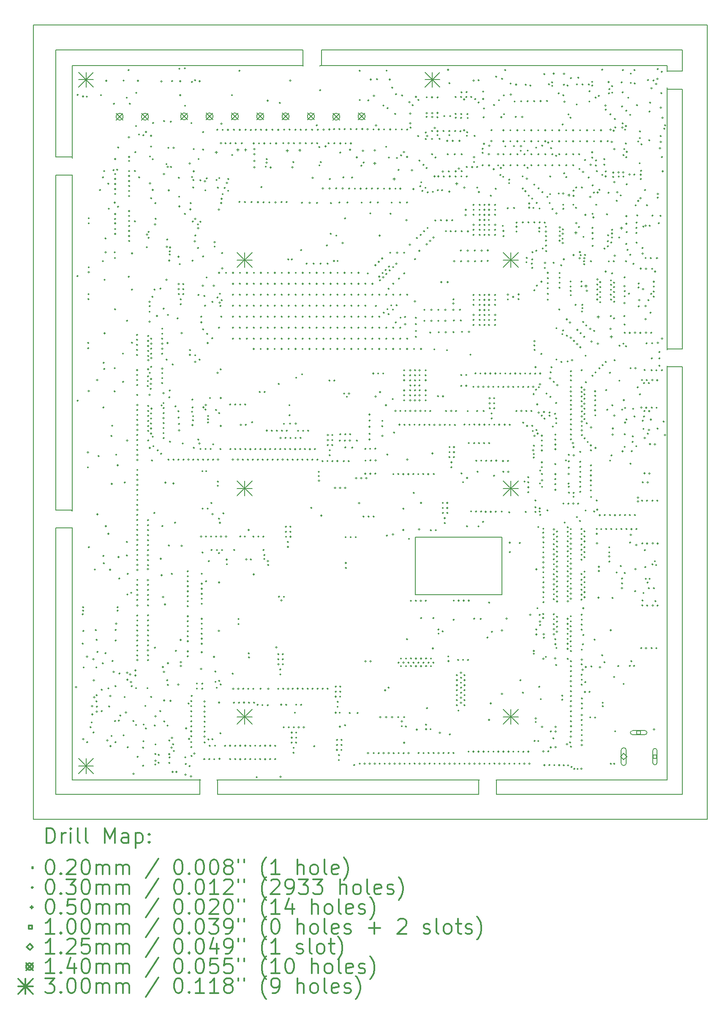
<source format=gbr>
%FSLAX45Y45*%
G04 Gerber Fmt 4.5, Leading zero omitted, Abs format (unit mm)*
G04 Created by KiCad (PCBNEW 4.0.7) date Tue Jun  4 16:27:19 2019*
%MOMM*%
%LPD*%
G01*
G04 APERTURE LIST*
%ADD10C,0.127000*%
%ADD11C,0.200000*%
%ADD12C,0.300000*%
G04 APERTURE END LIST*
D10*
D11*
X15902628Y-3784968D02*
X15902628Y-8988158D01*
X8302378Y-2998398D02*
X8302378Y-3008398D01*
X3352378Y-2998398D02*
X8302378Y-2998398D01*
X3352378Y-5138398D02*
X3352378Y-2998398D01*
X3352378Y-12208398D02*
X3352378Y-5508398D01*
X3352378Y-17898398D02*
X3352378Y-12568398D01*
X6232378Y-17898398D02*
X3352378Y-17898398D01*
X11822378Y-17898398D02*
X6592378Y-17898398D01*
X15902378Y-17898398D02*
X12182378Y-17898398D01*
X15902378Y-9348398D02*
X15902378Y-17898398D01*
X15902378Y-8988398D02*
X15602378Y-8988398D01*
X8672378Y-2998398D02*
X15902378Y-2998398D01*
X15602378Y-8998398D02*
X15602378Y-3753398D01*
X15602378Y-9323398D02*
X15597378Y-9323398D01*
X15602378Y-17608398D02*
X15602378Y-9323398D01*
X12172378Y-17608398D02*
X15602378Y-17608398D01*
X6582378Y-17608398D02*
X11842378Y-17608398D01*
X3677378Y-17608398D02*
X6252378Y-17608398D01*
X3677378Y-12558398D02*
X3677378Y-17608398D01*
X3677378Y-5493398D02*
X3677378Y-12228398D01*
X3677378Y-3313398D02*
X3677378Y-5168398D01*
X8312378Y-3313398D02*
X3677378Y-3313398D01*
X8642378Y-3313398D02*
X8642378Y-3308398D01*
X15602378Y-3313398D02*
X8642378Y-3313398D01*
X15602378Y-3428398D02*
X15602378Y-3313398D01*
X6582378Y-17608398D02*
X6572378Y-17608398D01*
X6592378Y-17898398D02*
X6592378Y-17608398D01*
X12182378Y-17898398D02*
X12182378Y-17608398D01*
X11827378Y-17898398D02*
X11827378Y-17608398D01*
X3682378Y-12568398D02*
X3352378Y-12568398D01*
X3672378Y-12228398D02*
X3672378Y-12218398D01*
X3357378Y-12208398D02*
X3677378Y-12208398D01*
X3352378Y-5508398D02*
X3672378Y-5508398D01*
X3352378Y-5138398D02*
X3682378Y-5138398D01*
X8302378Y-2998398D02*
X8302378Y-3318398D01*
X8672378Y-3308398D02*
X8672378Y-2998398D01*
X15902378Y-2998398D02*
X15902378Y-3423398D01*
X15602378Y-3423398D02*
X15902378Y-3423398D01*
X15602378Y-3785228D02*
X15902378Y-3785228D01*
X15602378Y-9343398D02*
X15902378Y-9343398D01*
X15802378Y-17898398D02*
X15902378Y-17898398D01*
X6237378Y-17598398D02*
X6237378Y-17898398D01*
X2902378Y-2498398D02*
X16402378Y-2498398D01*
X2902378Y-18398398D02*
X2902378Y-2498398D01*
X16402378Y-18398398D02*
X2902378Y-18398398D01*
X16402378Y-2498398D02*
X16402378Y-18398398D01*
X8642378Y-3308398D02*
X8642378Y-3318398D01*
X15902378Y-17898398D02*
X15902378Y-9428398D01*
X10554970Y-12748260D02*
X12293600Y-12748260D01*
X10555224Y-13904722D02*
X10555224Y-12748260D01*
X12293600Y-13904722D02*
X12293600Y-12748260D01*
X10554970Y-13904722D02*
X12293600Y-13904722D01*
D11*
X12915044Y-9877458D02*
X12935044Y-9897458D01*
X12935044Y-9877458D02*
X12915044Y-9897458D01*
X3770078Y-15753448D02*
G75*
G03X3770078Y-15753448I-15000J0D01*
G01*
X3798018Y-7527658D02*
G75*
G03X3798018Y-7527658I-15000J0D01*
G01*
X3801828Y-3897998D02*
G75*
G03X3801828Y-3897998I-15000J0D01*
G01*
X3803098Y-10019398D02*
G75*
G03X3803098Y-10019398I-15000J0D01*
G01*
X3903428Y-14883498D02*
G75*
G03X3903428Y-14883498I-15000J0D01*
G01*
X3904698Y-14294218D02*
G75*
G03X3904698Y-14294218I-15000J0D01*
G01*
X3909778Y-3931018D02*
G75*
G03X3909778Y-3931018I-15000J0D01*
G01*
X3912318Y-14157058D02*
G75*
G03X3912318Y-14157058I-15000J0D01*
G01*
X3912318Y-14223098D02*
G75*
G03X3912318Y-14223098I-15000J0D01*
G01*
X3916128Y-14629498D02*
G75*
G03X3916128Y-14629498I-15000J0D01*
G01*
X3916128Y-16794848D02*
G75*
G03X3916128Y-16794848I-15000J0D01*
G01*
X3922478Y-15359748D02*
G75*
G03X3922478Y-15359748I-15000J0D01*
G01*
X3985978Y-3933558D02*
G75*
G03X3985978Y-3933558I-15000J0D01*
G01*
X3992328Y-15143848D02*
G75*
G03X3992328Y-15143848I-15000J0D01*
G01*
X3992328Y-16858348D02*
G75*
G03X3992328Y-16858348I-15000J0D01*
G01*
X4006298Y-11055718D02*
G75*
G03X4006298Y-11055718I-15000J0D01*
G01*
X4006298Y-11355438D02*
G75*
G03X4006298Y-11355438I-15000J0D01*
G01*
X4012214Y-8864188D02*
G75*
G03X4012214Y-8864188I-15000J0D01*
G01*
X4013918Y-8970378D02*
G75*
G03X4013918Y-8970378I-15000J0D01*
G01*
X4019834Y-7888068D02*
G75*
G03X4019834Y-7888068I-15000J0D01*
G01*
X4019834Y-7988068D02*
G75*
G03X4019834Y-7988068I-15000J0D01*
G01*
X4024078Y-9828898D02*
G75*
G03X4024078Y-9828898I-15000J0D01*
G01*
X4024914Y-6369148D02*
G75*
G03X4024914Y-6369148I-15000J0D01*
G01*
X4024914Y-6469148D02*
G75*
G03X4024914Y-6469148I-15000J0D01*
G01*
X4024914Y-7349588D02*
G75*
G03X4024914Y-7349588I-15000J0D01*
G01*
X4024914Y-7449588D02*
G75*
G03X4024914Y-7449588I-15000J0D01*
G01*
X4026618Y-12953098D02*
G75*
G03X4026618Y-12953098I-15000J0D01*
G01*
X4059638Y-16554818D02*
G75*
G03X4059638Y-16554818I-15000J0D01*
G01*
X4082498Y-16460838D02*
G75*
G03X4082498Y-16460838I-15000J0D01*
G01*
X4093928Y-16134448D02*
G75*
G03X4093928Y-16134448I-15000J0D01*
G01*
X4095198Y-16300818D02*
G75*
G03X4095198Y-16300818I-15000J0D01*
G01*
X4118058Y-15195918D02*
G75*
G03X4118058Y-15195918I-15000J0D01*
G01*
X4119328Y-16661498D02*
G75*
G03X4119328Y-16661498I-15000J0D01*
G01*
X4125678Y-15620098D02*
G75*
G03X4125678Y-15620098I-15000J0D01*
G01*
X4133298Y-15957918D02*
G75*
G03X4133298Y-15957918I-15000J0D01*
G01*
X4148538Y-13400138D02*
G75*
G03X4148538Y-13400138I-15000J0D01*
G01*
X4165214Y-14612788D02*
G75*
G03X4165214Y-14612788I-15000J0D01*
G01*
X4176478Y-15359748D02*
G75*
G03X4176478Y-15359748I-15000J0D01*
G01*
X4179018Y-16039198D02*
G75*
G03X4179018Y-16039198I-15000J0D01*
G01*
X4182828Y-14807298D02*
G75*
G03X4182828Y-14807298I-15000J0D01*
G01*
X4184098Y-15917278D02*
G75*
G03X4184098Y-15917278I-15000J0D01*
G01*
X4186604Y-16144868D02*
G75*
G03X4186604Y-16144868I-15000J0D01*
G01*
X4186604Y-16244868D02*
G75*
G03X4186604Y-16244868I-15000J0D01*
G01*
X4194258Y-9607918D02*
G75*
G03X4194258Y-9607918I-15000J0D01*
G01*
X4199338Y-12295238D02*
G75*
G03X4199338Y-12295238I-15000J0D01*
G01*
X4201878Y-15048598D02*
G75*
G03X4201878Y-15048598I-15000J0D01*
G01*
X4222198Y-11129378D02*
G75*
G03X4222198Y-11129378I-15000J0D01*
G01*
X4252678Y-5802998D02*
G75*
G03X4252678Y-5802998I-15000J0D01*
G01*
X4270458Y-3905618D02*
G75*
G03X4270458Y-3905618I-15000J0D01*
G01*
X4284428Y-15806788D02*
G75*
G03X4284428Y-15806788I-15000J0D01*
G01*
X4284428Y-16236048D02*
G75*
G03X4284428Y-16236048I-15000J0D01*
G01*
X4306018Y-15277198D02*
G75*
G03X4306018Y-15277198I-15000J0D01*
G01*
X4308558Y-7227938D02*
G75*
G03X4308558Y-7227938I-15000J0D01*
G01*
X4311098Y-5548998D02*
G75*
G03X4311098Y-5548998I-15000J0D01*
G01*
X4318718Y-10156558D02*
G75*
G03X4318718Y-10156558I-15000J0D01*
G01*
X4318718Y-13125818D02*
G75*
G03X4318718Y-13125818I-15000J0D01*
G01*
X4321258Y-9262478D02*
G75*
G03X4321258Y-9262478I-15000J0D01*
G01*
X4326338Y-13275678D02*
G75*
G03X4326338Y-13275678I-15000J0D01*
G01*
X4333958Y-5424538D02*
G75*
G03X4333958Y-5424538I-15000J0D01*
G01*
X4336498Y-9384398D02*
G75*
G03X4336498Y-9384398I-15000J0D01*
G01*
X4341578Y-7601318D02*
G75*
G03X4341578Y-7601318I-15000J0D01*
G01*
X4341578Y-8673198D02*
G75*
G03X4341578Y-8673198I-15000J0D01*
G01*
X4360628Y-15073998D02*
G75*
G03X4360628Y-15073998I-15000J0D01*
G01*
X4362734Y-6773184D02*
G75*
G03X4362734Y-6773184I-15000J0D01*
G01*
X4363334Y-7051208D02*
G75*
G03X4363334Y-7051208I-15000J0D01*
G01*
X4366978Y-12533998D02*
G75*
G03X4366978Y-12533998I-15000J0D01*
G01*
X4377138Y-3616058D02*
G75*
G03X4377138Y-3616058I-15000J0D01*
G01*
X4398728Y-16820248D02*
G75*
G03X4398728Y-16820248I-15000J0D01*
G01*
X4415938Y-5675998D02*
G75*
G03X4415938Y-5675998I-15000J0D01*
G01*
X4417778Y-12683858D02*
G75*
G03X4417778Y-12683858I-15000J0D01*
G01*
X4417778Y-15780118D02*
G75*
G03X4417778Y-15780118I-15000J0D01*
G01*
X4425398Y-6177648D02*
G75*
G03X4425398Y-6177648I-15000J0D01*
G01*
X4433018Y-16140798D02*
G75*
G03X4433018Y-16140798I-15000J0D01*
G01*
X4452068Y-13403948D02*
G75*
G03X4452068Y-13403948I-15000J0D01*
G01*
X4455878Y-15931248D02*
G75*
G03X4455878Y-15931248I-15000J0D01*
G01*
X4462228Y-16934548D02*
G75*
G03X4462228Y-16934548I-15000J0D01*
G01*
X4478738Y-10725518D02*
G75*
G03X4478738Y-10725518I-15000J0D01*
G01*
X4481278Y-16731348D02*
G75*
G03X4481278Y-16731348I-15000J0D01*
G01*
X4483818Y-11685638D02*
G75*
G03X4483818Y-11685638I-15000J0D01*
G01*
X4493978Y-10522318D02*
G75*
G03X4493978Y-10522318I-15000J0D01*
G01*
X4499058Y-15231478D02*
G75*
G03X4499058Y-15231478I-15000J0D01*
G01*
X4521918Y-5404218D02*
G75*
G03X4521918Y-5404218I-15000J0D01*
G01*
X4524458Y-15449918D02*
G75*
G03X4524458Y-15449918I-15000J0D01*
G01*
X4532078Y-4075798D02*
G75*
G03X4532078Y-4075798I-15000J0D01*
G01*
X4544690Y-7049684D02*
G75*
G03X4544690Y-7049684I-15000J0D01*
G01*
X4544778Y-6056998D02*
G75*
G03X4544778Y-6056998I-15000J0D01*
G01*
X4544778Y-9369158D02*
G75*
G03X4544778Y-9369158I-15000J0D01*
G01*
X4544778Y-9833978D02*
G75*
G03X4544778Y-9833978I-15000J0D01*
G01*
X4549858Y-7164438D02*
G75*
G03X4549858Y-7164438I-15000J0D01*
G01*
X4549858Y-8190598D02*
G75*
G03X4549858Y-8190598I-15000J0D01*
G01*
X4551128Y-16432898D02*
G75*
G03X4551128Y-16432898I-15000J0D01*
G01*
X4553234Y-5182788D02*
G75*
G03X4553234Y-5182788I-15000J0D01*
G01*
X4553234Y-5482788D02*
G75*
G03X4553234Y-5482788I-15000J0D01*
G01*
X4553234Y-5582788D02*
G75*
G03X4553234Y-5582788I-15000J0D01*
G01*
X4553234Y-5682788D02*
G75*
G03X4553234Y-5682788I-15000J0D01*
G01*
X4553234Y-5782788D02*
G75*
G03X4553234Y-5782788I-15000J0D01*
G01*
X4553234Y-5882788D02*
G75*
G03X4553234Y-5882788I-15000J0D01*
G01*
X4553234Y-6282788D02*
G75*
G03X4553234Y-6282788I-15000J0D01*
G01*
X4553234Y-6382788D02*
G75*
G03X4553234Y-6382788I-15000J0D01*
G01*
X4553234Y-6471688D02*
G75*
G03X4553234Y-6471688I-15000J0D01*
G01*
X4553234Y-6583268D02*
G75*
G03X4553234Y-6583268I-15000J0D01*
G01*
X4553234Y-6683268D02*
G75*
G03X4553234Y-6683268I-15000J0D01*
G01*
X4558748Y-16857078D02*
G75*
G03X4558748Y-16857078I-15000J0D01*
G01*
X4560018Y-15734398D02*
G75*
G03X4560018Y-15734398I-15000J0D01*
G01*
X4563828Y-14610448D02*
G75*
G03X4563828Y-14610448I-15000J0D01*
G01*
X4563828Y-14819998D02*
G75*
G03X4563828Y-14819998I-15000J0D01*
G01*
X4575258Y-11101438D02*
G75*
G03X4575258Y-11101438I-15000J0D01*
G01*
X4576528Y-14483448D02*
G75*
G03X4576528Y-14483448I-15000J0D01*
G01*
X4593038Y-5396598D02*
G75*
G03X4593038Y-5396598I-15000J0D01*
G01*
X4603198Y-14154518D02*
G75*
G03X4603198Y-14154518I-15000J0D01*
G01*
X4603198Y-14223098D02*
G75*
G03X4603198Y-14223098I-15000J0D01*
G01*
X4605738Y-11312258D02*
G75*
G03X4605738Y-11312258I-15000J0D01*
G01*
X4610818Y-6138278D02*
G75*
G03X4610818Y-6138278I-15000J0D01*
G01*
X4615464Y-4952918D02*
G75*
G03X4615464Y-4952918I-15000J0D01*
G01*
X4620978Y-13151218D02*
G75*
G03X4620978Y-13151218I-15000J0D01*
G01*
X4626058Y-16425278D02*
G75*
G03X4626058Y-16425278I-15000J0D01*
G01*
X4636218Y-13580478D02*
G75*
G03X4636218Y-13580478I-15000J0D01*
G01*
X4641298Y-15480398D02*
G75*
G03X4641298Y-15480398I-15000J0D01*
G01*
X4657808Y-16323678D02*
G75*
G03X4657808Y-16323678I-15000J0D01*
G01*
X4709878Y-9077058D02*
G75*
G03X4709878Y-9077058I-15000J0D01*
G01*
X4712418Y-9643478D02*
G75*
G03X4712418Y-9643478I-15000J0D01*
G01*
X4722578Y-3613518D02*
G75*
G03X4722578Y-3613518I-15000J0D01*
G01*
X4722578Y-16719918D02*
G75*
G03X4722578Y-16719918I-15000J0D01*
G01*
X4742898Y-15952838D02*
G75*
G03X4742898Y-15952838I-15000J0D01*
G01*
X4747978Y-11657698D02*
G75*
G03X4747978Y-11657698I-15000J0D01*
G01*
X4768298Y-16262718D02*
G75*
G03X4768298Y-16262718I-15000J0D01*
G01*
X4786078Y-3955148D02*
G75*
G03X4786078Y-3955148I-15000J0D01*
G01*
X4788618Y-12848958D02*
G75*
G03X4788618Y-12848958I-15000J0D01*
G01*
X4788618Y-13118198D02*
G75*
G03X4788618Y-13118198I-15000J0D01*
G01*
X4792594Y-8420598D02*
G75*
G03X4792594Y-8420598I-15000J0D01*
G01*
X4793698Y-15465158D02*
G75*
G03X4793698Y-15465158I-15000J0D01*
G01*
X4796238Y-10816958D02*
G75*
G03X4796238Y-10816958I-15000J0D01*
G01*
X4798778Y-13900518D02*
G75*
G03X4798778Y-13900518I-15000J0D01*
G01*
X4798778Y-15607398D02*
G75*
G03X4798778Y-15607398I-15000J0D01*
G01*
X4805128Y-13486498D02*
G75*
G03X4805128Y-13486498I-15000J0D01*
G01*
X4805128Y-16957408D02*
G75*
G03X4805128Y-16957408I-15000J0D01*
G01*
X4824178Y-3402698D02*
G75*
G03X4824178Y-3402698I-15000J0D01*
G01*
X4826718Y-7539088D02*
G75*
G03X4826718Y-7539088I-15000J0D01*
G01*
X4828824Y-4745908D02*
G75*
G03X4828824Y-4745908I-15000J0D01*
G01*
X4832634Y-5140878D02*
G75*
G03X4832634Y-5140878I-15000J0D01*
G01*
X4833234Y-5222788D02*
G75*
G03X4833234Y-5222788I-15000J0D01*
G01*
X4833234Y-5422788D02*
G75*
G03X4833234Y-5422788I-15000J0D01*
G01*
X4833234Y-5522788D02*
G75*
G03X4833234Y-5522788I-15000J0D01*
G01*
X4833234Y-5622788D02*
G75*
G03X4833234Y-5622788I-15000J0D01*
G01*
X4833234Y-5722788D02*
G75*
G03X4833234Y-5722788I-15000J0D01*
G01*
X4833234Y-5822788D02*
G75*
G03X4833234Y-5822788I-15000J0D01*
G01*
X4833234Y-5922788D02*
G75*
G03X4833234Y-5922788I-15000J0D01*
G01*
X4833234Y-6222788D02*
G75*
G03X4833234Y-6222788I-15000J0D01*
G01*
X4833234Y-6322788D02*
G75*
G03X4833234Y-6322788I-15000J0D01*
G01*
X4833234Y-6422788D02*
G75*
G03X4833234Y-6422788I-15000J0D01*
G01*
X4833234Y-6523268D02*
G75*
G03X4833234Y-6523268I-15000J0D01*
G01*
X4833234Y-6623268D02*
G75*
G03X4833234Y-6623268I-15000J0D01*
G01*
X4833234Y-6723268D02*
G75*
G03X4833234Y-6723268I-15000J0D01*
G01*
X4833234Y-6823268D02*
G75*
G03X4833234Y-6823268I-15000J0D01*
G01*
X4847038Y-4075798D02*
G75*
G03X4847038Y-4075798I-15000J0D01*
G01*
X4854658Y-15500718D02*
G75*
G03X4854658Y-15500718I-15000J0D01*
G01*
X4869898Y-15653118D02*
G75*
G03X4869898Y-15653118I-15000J0D01*
G01*
X4874978Y-13864958D02*
G75*
G03X4874978Y-13864958I-15000J0D01*
G01*
X4885138Y-15734398D02*
G75*
G03X4885138Y-15734398I-15000J0D01*
G01*
X4890218Y-7796898D02*
G75*
G03X4890218Y-7796898I-15000J0D01*
G01*
X4890218Y-8858618D02*
G75*
G03X4890218Y-8858618I-15000J0D01*
G01*
X4892758Y-7072998D02*
G75*
G03X4892758Y-7072998I-15000J0D01*
G01*
X4919428Y-16432898D02*
G75*
G03X4919428Y-16432898I-15000J0D01*
G01*
X4923238Y-17489538D02*
G75*
G03X4923238Y-17489538I-15000J0D01*
G01*
X4948638Y-5421998D02*
G75*
G03X4948638Y-5421998I-15000J0D01*
G01*
X4948638Y-6430378D02*
G75*
G03X4948638Y-6430378I-15000J0D01*
G01*
X4958798Y-5046078D02*
G75*
G03X4958798Y-5046078I-15000J0D01*
G01*
X4960234Y-15420458D02*
G75*
G03X4960234Y-15420458I-15000J0D01*
G01*
X4960234Y-15520458D02*
G75*
G03X4960234Y-15520458I-15000J0D01*
G01*
X4971498Y-4522838D02*
G75*
G03X4971498Y-4522838I-15000J0D01*
G01*
X4971498Y-15775038D02*
G75*
G03X4971498Y-15775038I-15000J0D01*
G01*
X4971498Y-16511638D02*
G75*
G03X4971498Y-16511638I-15000J0D01*
G01*
X4976578Y-3857358D02*
G75*
G03X4976578Y-3857358I-15000J0D01*
G01*
X4991984Y-8702538D02*
G75*
G03X4991984Y-8702538I-15000J0D01*
G01*
X4991984Y-8802538D02*
G75*
G03X4991984Y-8802538I-15000J0D01*
G01*
X4991984Y-8903858D02*
G75*
G03X4991984Y-8903858I-15000J0D01*
G01*
X4991984Y-9003858D02*
G75*
G03X4991984Y-9003858I-15000J0D01*
G01*
X4991984Y-9103858D02*
G75*
G03X4991984Y-9103858I-15000J0D01*
G01*
X4994524Y-9406398D02*
G75*
G03X4994524Y-9406398I-15000J0D01*
G01*
X4994524Y-9506398D02*
G75*
G03X4994524Y-9506398I-15000J0D01*
G01*
X4994524Y-9606398D02*
G75*
G03X4994524Y-9606398I-15000J0D01*
G01*
X4994524Y-9706398D02*
G75*
G03X4994524Y-9706398I-15000J0D01*
G01*
X4997064Y-9905128D02*
G75*
G03X4997064Y-9905128I-15000J0D01*
G01*
X4997064Y-10105608D02*
G75*
G03X4997064Y-10105608I-15000J0D01*
G01*
X4997064Y-10205608D02*
G75*
G03X4997064Y-10205608I-15000J0D01*
G01*
X4997064Y-10305608D02*
G75*
G03X4997064Y-10305608I-15000J0D01*
G01*
X4997064Y-10405608D02*
G75*
G03X4997064Y-10405608I-15000J0D01*
G01*
X4997064Y-10505608D02*
G75*
G03X4997064Y-10505608I-15000J0D01*
G01*
X4997064Y-10605988D02*
G75*
G03X4997064Y-10605988I-15000J0D01*
G01*
X4997064Y-10705988D02*
G75*
G03X4997064Y-10705988I-15000J0D01*
G01*
X4997064Y-10805988D02*
G75*
G03X4997064Y-10805988I-15000J0D01*
G01*
X4997064Y-10905988D02*
G75*
G03X4997064Y-10905988I-15000J0D01*
G01*
X4997064Y-11005988D02*
G75*
G03X4997064Y-11005988I-15000J0D01*
G01*
X4997064Y-11105988D02*
G75*
G03X4997064Y-11105988I-15000J0D01*
G01*
X4997064Y-11205988D02*
G75*
G03X4997064Y-11205988I-15000J0D01*
G01*
X4997064Y-11405988D02*
G75*
G03X4997064Y-11405988I-15000J0D01*
G01*
X4997064Y-11505988D02*
G75*
G03X4997064Y-11505988I-15000J0D01*
G01*
X4997064Y-11605988D02*
G75*
G03X4997064Y-11605988I-15000J0D01*
G01*
X4997064Y-11705988D02*
G75*
G03X4997064Y-11705988I-15000J0D01*
G01*
X4997064Y-11806468D02*
G75*
G03X4997064Y-11806468I-15000J0D01*
G01*
X4997064Y-11906468D02*
G75*
G03X4997064Y-11906468I-15000J0D01*
G01*
X4997064Y-12006468D02*
G75*
G03X4997064Y-12006468I-15000J0D01*
G01*
X4997064Y-12106468D02*
G75*
G03X4997064Y-12106468I-15000J0D01*
G01*
X4997064Y-12206468D02*
G75*
G03X4997064Y-12206468I-15000J0D01*
G01*
X4997064Y-12306468D02*
G75*
G03X4997064Y-12306468I-15000J0D01*
G01*
X4997064Y-12407028D02*
G75*
G03X4997064Y-12407028I-15000J0D01*
G01*
X4997064Y-12507508D02*
G75*
G03X4997064Y-12507508I-15000J0D01*
G01*
X4997064Y-12607508D02*
G75*
G03X4997064Y-12607508I-15000J0D01*
G01*
X4997064Y-12707508D02*
G75*
G03X4997064Y-12707508I-15000J0D01*
G01*
X4997064Y-12807508D02*
G75*
G03X4997064Y-12807508I-15000J0D01*
G01*
X4997064Y-12907508D02*
G75*
G03X4997064Y-12907508I-15000J0D01*
G01*
X4997064Y-13007508D02*
G75*
G03X4997064Y-13007508I-15000J0D01*
G01*
X4997064Y-13107888D02*
G75*
G03X4997064Y-13107888I-15000J0D01*
G01*
X4997064Y-13207888D02*
G75*
G03X4997064Y-13207888I-15000J0D01*
G01*
X4997064Y-13307888D02*
G75*
G03X4997064Y-13307888I-15000J0D01*
G01*
X4997064Y-13407888D02*
G75*
G03X4997064Y-13407888I-15000J0D01*
G01*
X4997064Y-13607888D02*
G75*
G03X4997064Y-13607888I-15000J0D01*
G01*
X4997064Y-13707888D02*
G75*
G03X4997064Y-13707888I-15000J0D01*
G01*
X4997064Y-13807888D02*
G75*
G03X4997064Y-13807888I-15000J0D01*
G01*
X4997064Y-13907888D02*
G75*
G03X4997064Y-13907888I-15000J0D01*
G01*
X4997064Y-14007888D02*
G75*
G03X4997064Y-14007888I-15000J0D01*
G01*
X4997064Y-14120358D02*
G75*
G03X4997064Y-14120358I-15000J0D01*
G01*
X4997064Y-14320738D02*
G75*
G03X4997064Y-14320738I-15000J0D01*
G01*
X4997064Y-14420738D02*
G75*
G03X4997064Y-14420738I-15000J0D01*
G01*
X4997064Y-14520738D02*
G75*
G03X4997064Y-14520738I-15000J0D01*
G01*
X4997064Y-14620738D02*
G75*
G03X4997064Y-14620738I-15000J0D01*
G01*
X4997064Y-14720738D02*
G75*
G03X4997064Y-14720738I-15000J0D01*
G01*
X4997064Y-14820738D02*
G75*
G03X4997064Y-14820738I-15000J0D01*
G01*
X4997064Y-14920738D02*
G75*
G03X4997064Y-14920738I-15000J0D01*
G01*
X4997064Y-15020738D02*
G75*
G03X4997064Y-15020738I-15000J0D01*
G01*
X4997064Y-15120738D02*
G75*
G03X4997064Y-15120738I-15000J0D01*
G01*
X4997064Y-15211162D02*
G75*
G03X4997064Y-15211162I-15000J0D01*
G01*
X5005788Y-17147908D02*
G75*
G03X5005788Y-17147908I-15000J0D01*
G01*
X5009598Y-3616058D02*
G75*
G03X5009598Y-3616058I-15000J0D01*
G01*
X5032458Y-4693018D02*
G75*
G03X5032458Y-4693018I-15000J0D01*
G01*
X5032458Y-5548998D02*
G75*
G03X5032458Y-5548998I-15000J0D01*
G01*
X5113738Y-16966298D02*
G75*
G03X5113738Y-16966298I-15000J0D01*
G01*
X5113738Y-17326978D02*
G75*
G03X5113738Y-17326978I-15000J0D01*
G01*
X5118818Y-4705718D02*
G75*
G03X5118818Y-4705718I-15000J0D01*
G01*
X5120088Y-16838028D02*
G75*
G03X5120088Y-16838028I-15000J0D01*
G01*
X5126404Y-16503668D02*
G75*
G03X5126404Y-16503668I-15000J0D01*
G01*
X5158154Y-16130618D02*
G75*
G03X5158154Y-16130618I-15000J0D01*
G01*
X5169618Y-16580218D02*
G75*
G03X5169618Y-16580218I-15000J0D01*
G01*
X5172158Y-4642218D02*
G75*
G03X5172158Y-4642218I-15000J0D01*
G01*
X5187398Y-6948538D02*
G75*
G03X5187398Y-6948538I-15000J0D01*
G01*
X5192478Y-6694538D02*
G75*
G03X5192478Y-6694538I-15000J0D01*
G01*
X5200098Y-15775038D02*
G75*
G03X5200098Y-15775038I-15000J0D01*
G01*
X5208554Y-9627458D02*
G75*
G03X5208554Y-9627458I-15000J0D01*
G01*
X5208554Y-9727458D02*
G75*
G03X5208554Y-9727458I-15000J0D01*
G01*
X5208988Y-13392518D02*
G75*
G03X5208988Y-13392518I-15000J0D01*
G01*
X5211528Y-13809078D02*
G75*
G03X5211528Y-13809078I-15000J0D01*
G01*
X5211528Y-13909408D02*
G75*
G03X5211528Y-13909408I-15000J0D01*
G01*
X5211528Y-14004658D02*
G75*
G03X5211528Y-14004658I-15000J0D01*
G01*
X5211528Y-14118958D02*
G75*
G03X5211528Y-14118958I-15000J0D01*
G01*
X5211694Y-9531340D02*
G75*
G03X5211694Y-9531340I-15000J0D01*
G01*
X5211694Y-12411598D02*
G75*
G03X5211694Y-12411598I-15000J0D01*
G01*
X5211694Y-12511598D02*
G75*
G03X5211694Y-12511598I-15000J0D01*
G01*
X5211694Y-12611598D02*
G75*
G03X5211694Y-12611598I-15000J0D01*
G01*
X5211694Y-12711598D02*
G75*
G03X5211694Y-12711598I-15000J0D01*
G01*
X5211694Y-12811978D02*
G75*
G03X5211694Y-12811978I-15000J0D01*
G01*
X5211694Y-12911978D02*
G75*
G03X5211694Y-12911978I-15000J0D01*
G01*
X5211694Y-13011978D02*
G75*
G03X5211694Y-13011978I-15000J0D01*
G01*
X5211694Y-13111978D02*
G75*
G03X5211694Y-13111978I-15000J0D01*
G01*
X5211694Y-13211978D02*
G75*
G03X5211694Y-13211978I-15000J0D01*
G01*
X5211694Y-13311978D02*
G75*
G03X5211694Y-13311978I-15000J0D01*
G01*
X5211694Y-13611978D02*
G75*
G03X5211694Y-13611978I-15000J0D01*
G01*
X5211694Y-13708168D02*
G75*
G03X5211694Y-13708168I-15000J0D01*
G01*
X5211694Y-14318478D02*
G75*
G03X5211694Y-14318478I-15000J0D01*
G01*
X5211694Y-14418478D02*
G75*
G03X5211694Y-14418478I-15000J0D01*
G01*
X5211694Y-14518478D02*
G75*
G03X5211694Y-14518478I-15000J0D01*
G01*
X5211694Y-14618478D02*
G75*
G03X5211694Y-14618478I-15000J0D01*
G01*
X5211694Y-14718478D02*
G75*
G03X5211694Y-14718478I-15000J0D01*
G01*
X5211694Y-14818478D02*
G75*
G03X5211694Y-14818478I-15000J0D01*
G01*
X5211694Y-14918478D02*
G75*
G03X5211694Y-14918478I-15000J0D01*
G01*
X5211694Y-15016928D02*
G75*
G03X5211694Y-15016928I-15000J0D01*
G01*
X5211694Y-15116928D02*
G75*
G03X5211694Y-15116928I-15000J0D01*
G01*
X5212710Y-15214972D02*
G75*
G03X5212710Y-15214972I-15000J0D01*
G01*
X5212798Y-9390748D02*
G75*
G03X5212798Y-9390748I-15000J0D01*
G01*
X5216012Y-8723874D02*
G75*
G03X5216012Y-8723874I-15000J0D01*
G01*
X5216012Y-8823874D02*
G75*
G03X5216012Y-8823874I-15000J0D01*
G01*
X5216012Y-8925194D02*
G75*
G03X5216012Y-8925194I-15000J0D01*
G01*
X5216012Y-9025194D02*
G75*
G03X5216012Y-9025194I-15000J0D01*
G01*
X5216012Y-9125194D02*
G75*
G03X5216012Y-9125194I-15000J0D01*
G01*
X5216174Y-10126188D02*
G75*
G03X5216174Y-10126188I-15000J0D01*
G01*
X5216174Y-10226188D02*
G75*
G03X5216174Y-10226188I-15000J0D01*
G01*
X5216174Y-10326188D02*
G75*
G03X5216174Y-10326188I-15000J0D01*
G01*
X5216174Y-10426188D02*
G75*
G03X5216174Y-10426188I-15000J0D01*
G01*
X5216174Y-10526188D02*
G75*
G03X5216174Y-10526188I-15000J0D01*
G01*
X5216174Y-10626188D02*
G75*
G03X5216174Y-10626188I-15000J0D01*
G01*
X5216174Y-10815088D02*
G75*
G03X5216174Y-10815088I-15000J0D01*
G01*
X5217116Y-9208630D02*
G75*
G03X5217116Y-9208630I-15000J0D01*
G01*
X5224228Y-6760578D02*
G75*
G03X5224228Y-6760578I-15000J0D01*
G01*
X5225498Y-6641198D02*
G75*
G03X5225498Y-6641198I-15000J0D01*
G01*
X5243278Y-9905098D02*
G75*
G03X5243278Y-9905098I-15000J0D01*
G01*
X5244114Y-8038868D02*
G75*
G03X5244114Y-8038868I-15000J0D01*
G01*
X5244114Y-8127768D02*
G75*
G03X5244114Y-8127768I-15000J0D01*
G01*
X5244114Y-8239348D02*
G75*
G03X5244114Y-8239348I-15000J0D01*
G01*
X5244114Y-8439348D02*
G75*
G03X5244114Y-8439348I-15000J0D01*
G01*
X5247088Y-9463138D02*
G75*
G03X5247088Y-9463138I-15000J0D01*
G01*
X5248358Y-10966818D02*
G75*
G03X5248358Y-10966818I-15000J0D01*
G01*
X5250898Y-5132438D02*
G75*
G03X5250898Y-5132438I-15000J0D01*
G01*
X5250898Y-5670918D02*
G75*
G03X5250898Y-5670918I-15000J0D01*
G01*
X5268244Y-9682068D02*
G75*
G03X5268244Y-9682068I-15000J0D01*
G01*
X5268244Y-9782068D02*
G75*
G03X5268244Y-9782068I-15000J0D01*
G01*
X5271384Y-9585950D02*
G75*
G03X5271384Y-9585950I-15000J0D01*
G01*
X5272054Y-10275388D02*
G75*
G03X5272054Y-10275388I-15000J0D01*
G01*
X5272054Y-10376988D02*
G75*
G03X5272054Y-10376988I-15000J0D01*
G01*
X5272054Y-10476988D02*
G75*
G03X5272054Y-10476988I-15000J0D01*
G01*
X5272054Y-10576988D02*
G75*
G03X5272054Y-10576988I-15000J0D01*
G01*
X5272054Y-10676988D02*
G75*
G03X5272054Y-10676988I-15000J0D01*
G01*
X5272380Y-4933280D02*
G75*
G03X5272380Y-4933280I-15000J0D01*
G01*
X5273758Y-5968098D02*
G75*
G03X5273758Y-5968098I-15000J0D01*
G01*
X5274920Y-4717380D02*
G75*
G03X5274920Y-4717380I-15000J0D01*
G01*
X5275028Y-15950298D02*
G75*
G03X5275028Y-15950298I-15000J0D01*
G01*
X5275702Y-8778484D02*
G75*
G03X5275702Y-8778484I-15000J0D01*
G01*
X5275702Y-8878484D02*
G75*
G03X5275702Y-8878484I-15000J0D01*
G01*
X5275702Y-8979804D02*
G75*
G03X5275702Y-8979804I-15000J0D01*
G01*
X5275702Y-9079804D02*
G75*
G03X5275702Y-9079804I-15000J0D01*
G01*
X5276298Y-9342488D02*
G75*
G03X5276298Y-9342488I-15000J0D01*
G01*
X5277568Y-9164688D02*
G75*
G03X5277568Y-9164688I-15000J0D01*
G01*
X5281378Y-10179418D02*
G75*
G03X5281378Y-10179418I-15000J0D01*
G01*
X5294078Y-11218278D02*
G75*
G03X5294078Y-11218278I-15000J0D01*
G01*
X5300174Y-7941678D02*
G75*
G03X5300174Y-7941678I-15000J0D01*
G01*
X5306778Y-5188318D02*
G75*
G03X5306778Y-5188318I-15000J0D01*
G01*
X5306778Y-5800458D02*
G75*
G03X5306778Y-5800458I-15000J0D01*
G01*
X5306778Y-10740758D02*
G75*
G03X5306778Y-10740758I-15000J0D01*
G01*
X5311858Y-4461878D02*
G75*
G03X5311858Y-4461878I-15000J0D01*
G01*
X5319478Y-10931258D02*
G75*
G03X5319478Y-10931258I-15000J0D01*
G01*
X5339798Y-12267298D02*
G75*
G03X5339798Y-12267298I-15000J0D01*
G01*
X5342338Y-7796898D02*
G75*
G03X5342338Y-7796898I-15000J0D01*
G01*
X5347418Y-16521798D02*
G75*
G03X5347418Y-16521798I-15000J0D01*
G01*
X5352498Y-14964778D02*
G75*
G03X5352498Y-14964778I-15000J0D01*
G01*
X5355038Y-6491338D02*
G75*
G03X5355038Y-6491338I-15000J0D01*
G01*
X5357578Y-17304118D02*
G75*
G03X5357578Y-17304118I-15000J0D01*
G01*
X5360118Y-6064618D02*
G75*
G03X5360118Y-6064618I-15000J0D01*
G01*
X5361388Y-17094568D02*
G75*
G03X5361388Y-17094568I-15000J0D01*
G01*
X5362658Y-16901528D02*
G75*
G03X5362658Y-16901528I-15000J0D01*
G01*
X5362658Y-17225378D02*
G75*
G03X5362658Y-17225378I-15000J0D01*
G01*
X5363928Y-16337648D02*
G75*
G03X5363928Y-16337648I-15000J0D01*
G01*
X5365198Y-6379578D02*
G75*
G03X5365198Y-6379578I-15000J0D01*
G01*
X5390764Y-8325398D02*
G75*
G03X5390764Y-8325398I-15000J0D01*
G01*
X5405838Y-11015078D02*
G75*
G03X5405838Y-11015078I-15000J0D01*
G01*
X5423618Y-17268558D02*
G75*
G03X5423618Y-17268558I-15000J0D01*
G01*
X5428698Y-17109808D02*
G75*
G03X5428698Y-17109808I-15000J0D01*
G01*
X5459178Y-16234778D02*
G75*
G03X5459178Y-16234778I-15000J0D01*
G01*
X5460120Y-7776158D02*
G75*
G03X5460120Y-7776158I-15000J0D01*
G01*
X5469338Y-13184238D02*
G75*
G03X5469338Y-13184238I-15000J0D01*
G01*
X5474418Y-11083658D02*
G75*
G03X5474418Y-11083658I-15000J0D01*
G01*
X5482038Y-3628758D02*
G75*
G03X5482038Y-3628758I-15000J0D01*
G01*
X5484578Y-10115918D02*
G75*
G03X5484578Y-10115918I-15000J0D01*
G01*
X5484578Y-13514438D02*
G75*
G03X5484578Y-13514438I-15000J0D01*
G01*
X5497444Y-8579348D02*
G75*
G03X5497444Y-8579348I-15000J0D01*
G01*
X5497444Y-8679348D02*
G75*
G03X5497444Y-8679348I-15000J0D01*
G01*
X5497444Y-8779728D02*
G75*
G03X5497444Y-8779728I-15000J0D01*
G01*
X5497444Y-8879728D02*
G75*
G03X5497444Y-8879728I-15000J0D01*
G01*
X5497444Y-8979728D02*
G75*
G03X5497444Y-8979728I-15000J0D01*
G01*
X5497444Y-9079728D02*
G75*
G03X5497444Y-9079728I-15000J0D01*
G01*
X5497444Y-9378728D02*
G75*
G03X5497444Y-9378728I-15000J0D01*
G01*
X5497444Y-9468728D02*
G75*
G03X5497444Y-9468728I-15000J0D01*
G01*
X5497444Y-9568728D02*
G75*
G03X5497444Y-9568728I-15000J0D01*
G01*
X5497444Y-9668728D02*
G75*
G03X5497444Y-9668728I-15000J0D01*
G01*
X5499818Y-12528918D02*
G75*
G03X5499818Y-12528918I-15000J0D01*
G01*
X5509978Y-15353398D02*
G75*
G03X5509978Y-15353398I-15000J0D01*
G01*
X5515058Y-13951318D02*
G75*
G03X5515058Y-13951318I-15000J0D01*
G01*
X5524114Y-8179348D02*
G75*
G03X5524114Y-8179348I-15000J0D01*
G01*
X5524114Y-9868728D02*
G75*
G03X5524114Y-9868728I-15000J0D01*
G01*
X5524114Y-10068728D02*
G75*
G03X5524114Y-10068728I-15000J0D01*
G01*
X5524114Y-10168728D02*
G75*
G03X5524114Y-10168728I-15000J0D01*
G01*
X5524114Y-10268728D02*
G75*
G03X5524114Y-10268728I-15000J0D01*
G01*
X5524114Y-10368728D02*
G75*
G03X5524114Y-10368728I-15000J0D01*
G01*
X5524114Y-10468728D02*
G75*
G03X5524114Y-10468728I-15000J0D01*
G01*
X5524114Y-10568728D02*
G75*
G03X5524114Y-10568728I-15000J0D01*
G01*
X5524114Y-10668728D02*
G75*
G03X5524114Y-10668728I-15000J0D01*
G01*
X5524114Y-10768728D02*
G75*
G03X5524114Y-10768728I-15000J0D01*
G01*
X5532838Y-5482958D02*
G75*
G03X5532838Y-5482958I-15000J0D01*
G01*
X5532838Y-15449918D02*
G75*
G03X5532838Y-15449918I-15000J0D01*
G01*
X5535378Y-4423778D02*
G75*
G03X5535378Y-4423778I-15000J0D01*
G01*
X5535378Y-16018878D02*
G75*
G03X5535378Y-16018878I-15000J0D01*
G01*
X5537918Y-16443058D02*
G75*
G03X5537918Y-16443058I-15000J0D01*
G01*
X5550618Y-14098638D02*
G75*
G03X5550618Y-14098638I-15000J0D01*
G01*
X5560778Y-11660238D02*
G75*
G03X5560778Y-11660238I-15000J0D01*
G01*
X5581098Y-5284838D02*
G75*
G03X5581098Y-5284838I-15000J0D01*
G01*
X5581098Y-7601318D02*
G75*
G03X5581098Y-7601318I-15000J0D01*
G01*
X5583638Y-9198978D02*
G75*
G03X5583638Y-9198978I-15000J0D01*
G01*
X5591258Y-6940918D02*
G75*
G03X5591258Y-6940918I-15000J0D01*
G01*
X5596338Y-6793598D02*
G75*
G03X5596338Y-6793598I-15000J0D01*
G01*
X5596338Y-15617558D02*
G75*
G03X5596338Y-15617558I-15000J0D01*
G01*
X5603958Y-16524338D02*
G75*
G03X5603958Y-16524338I-15000J0D01*
G01*
X5605228Y-8866238D02*
G75*
G03X5605228Y-8866238I-15000J0D01*
G01*
X5606498Y-5340718D02*
G75*
G03X5606498Y-5340718I-15000J0D01*
G01*
X5609038Y-15708998D02*
G75*
G03X5609038Y-15708998I-15000J0D01*
G01*
X5611578Y-8302358D02*
G75*
G03X5611578Y-8302358I-15000J0D01*
G01*
X5611578Y-15277198D02*
G75*
G03X5611578Y-15277198I-15000J0D01*
G01*
X5620360Y-4958680D02*
G75*
G03X5620360Y-4958680I-15000J0D01*
G01*
X5623198Y-11200372D02*
G75*
G03X5623198Y-11200372I-15000J0D01*
G01*
X5629358Y-5810618D02*
G75*
G03X5629358Y-5810618I-15000J0D01*
G01*
X5631898Y-12920078D02*
G75*
G03X5631898Y-12920078I-15000J0D01*
G01*
X5636978Y-7215238D02*
G75*
G03X5636978Y-7215238I-15000J0D01*
G01*
X5638248Y-17094568D02*
G75*
G03X5638248Y-17094568I-15000J0D01*
G01*
X5639518Y-9950818D02*
G75*
G03X5639518Y-9950818I-15000J0D01*
G01*
X5639518Y-17271098D02*
G75*
G03X5639518Y-17271098I-15000J0D01*
G01*
X5640754Y-16822718D02*
G75*
G03X5640754Y-16822718I-15000J0D01*
G01*
X5642058Y-17161878D02*
G75*
G03X5642058Y-17161878I-15000J0D01*
G01*
X5647138Y-7032358D02*
G75*
G03X5647138Y-7032358I-15000J0D01*
G01*
X5647138Y-7093318D02*
G75*
G03X5647138Y-7093318I-15000J0D01*
G01*
X5647138Y-9816198D02*
G75*
G03X5647138Y-9816198I-15000J0D01*
G01*
X5652218Y-10842358D02*
G75*
G03X5652218Y-10842358I-15000J0D01*
G01*
X5654758Y-6951078D02*
G75*
G03X5654758Y-6951078I-15000J0D01*
G01*
X5662378Y-16029038D02*
G75*
G03X5662378Y-16029038I-15000J0D01*
G01*
X5669998Y-4436478D02*
G75*
G03X5669998Y-4436478I-15000J0D01*
G01*
X5672538Y-5340718D02*
G75*
G03X5672538Y-5340718I-15000J0D01*
G01*
X5685238Y-16963758D02*
G75*
G03X5685238Y-16963758I-15000J0D01*
G01*
X5690318Y-13486498D02*
G75*
G03X5690318Y-13486498I-15000J0D01*
G01*
X5692858Y-3623678D02*
G75*
G03X5692858Y-3623678I-15000J0D01*
G01*
X5692858Y-16770718D02*
G75*
G03X5692858Y-16770718I-15000J0D01*
G01*
X5703018Y-17451438D02*
G75*
G03X5703018Y-17451438I-15000J0D01*
G01*
X5705558Y-9295498D02*
G75*
G03X5705558Y-9295498I-15000J0D01*
G01*
X5714448Y-16898988D02*
G75*
G03X5714448Y-16898988I-15000J0D01*
G01*
X5720798Y-11678018D02*
G75*
G03X5720798Y-11678018I-15000J0D01*
G01*
X5723198Y-11200372D02*
G75*
G03X5723198Y-11200372I-15000J0D01*
G01*
X5727360Y-4958680D02*
G75*
G03X5727360Y-4958680I-15000J0D01*
G01*
X5732228Y-17032338D02*
G75*
G03X5732228Y-17032338I-15000J0D01*
G01*
X5753818Y-12462878D02*
G75*
G03X5753818Y-12462878I-15000J0D01*
G01*
X5761438Y-10133698D02*
G75*
G03X5761438Y-10133698I-15000J0D01*
G01*
X5771598Y-15028278D02*
G75*
G03X5771598Y-15028278I-15000J0D01*
G01*
X5779218Y-17451438D02*
G75*
G03X5779218Y-17451438I-15000J0D01*
G01*
X5803348Y-8373478D02*
G75*
G03X5803348Y-8373478I-15000J0D01*
G01*
X5821128Y-15702648D02*
G75*
G03X5821128Y-15702648I-15000J0D01*
G01*
X5822906Y-10232250D02*
G75*
G03X5822906Y-10232250I-15000J0D01*
G01*
X5823198Y-11200372D02*
G75*
G03X5823198Y-11200372I-15000J0D01*
G01*
X5824938Y-7139038D02*
G75*
G03X5824938Y-7139038I-15000J0D01*
G01*
X5825954Y-10359250D02*
G75*
G03X5825954Y-10359250I-15000J0D01*
G01*
X5829711Y-7685233D02*
G75*
G03X5829711Y-7685233I-15000J0D01*
G01*
X5829711Y-7786833D02*
G75*
G03X5829711Y-7786833I-15000J0D01*
G01*
X5829711Y-7886833D02*
G75*
G03X5829711Y-7886833I-15000J0D01*
G01*
X5830018Y-5556618D02*
G75*
G03X5830018Y-5556618I-15000J0D01*
G01*
X5833574Y-10486758D02*
G75*
G03X5833574Y-10486758I-15000J0D01*
G01*
X5836114Y-10613250D02*
G75*
G03X5836114Y-10613250I-15000J0D01*
G01*
X5837638Y-5936348D02*
G75*
G03X5837638Y-5936348I-15000J0D01*
G01*
X5840178Y-3374758D02*
G75*
G03X5840178Y-3374758I-15000J0D01*
G01*
X5840178Y-6130658D02*
G75*
G03X5840178Y-6130658I-15000J0D01*
G01*
X5847798Y-7287628D02*
G75*
G03X5847798Y-7287628I-15000J0D01*
G01*
X5859120Y-3904580D02*
G75*
G03X5859120Y-3904580I-15000J0D01*
G01*
X5859228Y-3624948D02*
G75*
G03X5859228Y-3624948I-15000J0D01*
G01*
X5865578Y-14809838D02*
G75*
G03X5865578Y-14809838I-15000J0D01*
G01*
X5867811Y-7990033D02*
G75*
G03X5867811Y-7990033I-15000J0D01*
G01*
X5867811Y-8090033D02*
G75*
G03X5867811Y-8090033I-15000J0D01*
G01*
X5869554Y-15254468D02*
G75*
G03X5869554Y-15254468I-15000J0D01*
G01*
X5869554Y-15330668D02*
G75*
G03X5869554Y-15330668I-15000J0D01*
G01*
X5885898Y-8666848D02*
G75*
G03X5885898Y-8666848I-15000J0D01*
G01*
X5885898Y-12925158D02*
G75*
G03X5885898Y-12925158I-15000J0D01*
G01*
X5908758Y-10877918D02*
G75*
G03X5908758Y-10877918I-15000J0D01*
G01*
X5918611Y-7685233D02*
G75*
G03X5918611Y-7685233I-15000J0D01*
G01*
X5918611Y-7786833D02*
G75*
G03X5918611Y-7786833I-15000J0D01*
G01*
X5918611Y-7886833D02*
G75*
G03X5918611Y-7886833I-15000J0D01*
G01*
X5923198Y-11200372D02*
G75*
G03X5923198Y-11200372I-15000J0D01*
G01*
X5951938Y-3367138D02*
G75*
G03X5951938Y-3367138I-15000J0D01*
G01*
X5952638Y-6282358D02*
G75*
G03X5952638Y-6282358I-15000J0D01*
G01*
X5954478Y-4116438D02*
G75*
G03X5954478Y-4116438I-15000J0D01*
G01*
X5959558Y-17160608D02*
G75*
G03X5959558Y-17160608I-15000J0D01*
G01*
X5964638Y-17506048D02*
G75*
G03X5964638Y-17506048I-15000J0D01*
G01*
X5969718Y-17291418D02*
G75*
G03X5969718Y-17291418I-15000J0D01*
G01*
X5977338Y-16580218D02*
G75*
G03X5977338Y-16580218I-15000J0D01*
G01*
X6009054Y-13435168D02*
G75*
G03X6009054Y-13435168I-15000J0D01*
G01*
X6009054Y-13535168D02*
G75*
G03X6009054Y-13535168I-15000J0D01*
G01*
X6009054Y-13635168D02*
G75*
G03X6009054Y-13635168I-15000J0D01*
G01*
X6009054Y-13735168D02*
G75*
G03X6009054Y-13735168I-15000J0D01*
G01*
X6009054Y-13835168D02*
G75*
G03X6009054Y-13835168I-15000J0D01*
G01*
X6009054Y-13935168D02*
G75*
G03X6009054Y-13935168I-15000J0D01*
G01*
X6009054Y-14035168D02*
G75*
G03X6009054Y-14035168I-15000J0D01*
G01*
X6009054Y-14135168D02*
G75*
G03X6009054Y-14135168I-15000J0D01*
G01*
X6009054Y-14335168D02*
G75*
G03X6009054Y-14335168I-15000J0D01*
G01*
X6009054Y-14435168D02*
G75*
G03X6009054Y-14435168I-15000J0D01*
G01*
X6009054Y-14535168D02*
G75*
G03X6009054Y-14535168I-15000J0D01*
G01*
X6009054Y-14635168D02*
G75*
G03X6009054Y-14635168I-15000J0D01*
G01*
X6009054Y-14735168D02*
G75*
G03X6009054Y-14735168I-15000J0D01*
G01*
X6009054Y-14835168D02*
G75*
G03X6009054Y-14835168I-15000J0D01*
G01*
X6009054Y-15038368D02*
G75*
G03X6009054Y-15038368I-15000J0D01*
G01*
X6009054Y-15138368D02*
G75*
G03X6009054Y-15138368I-15000J0D01*
G01*
X6023198Y-11200372D02*
G75*
G03X6023198Y-11200372I-15000J0D01*
G01*
X6025598Y-16082378D02*
G75*
G03X6025598Y-16082378I-15000J0D01*
G01*
X6033218Y-16791038D02*
G75*
G03X6033218Y-16791038I-15000J0D01*
G01*
X6045918Y-17334598D02*
G75*
G03X6045918Y-17334598I-15000J0D01*
G01*
X6048458Y-5272138D02*
G75*
G03X6048458Y-5272138I-15000J0D01*
G01*
X6052268Y-9102458D02*
G75*
G03X6052268Y-9102458I-15000J0D01*
G01*
X6053538Y-9008478D02*
G75*
G03X6053538Y-9008478I-15000J0D01*
G01*
X6061158Y-6191618D02*
G75*
G03X6061158Y-6191618I-15000J0D01*
G01*
X6066238Y-6064618D02*
G75*
G03X6066238Y-6064618I-15000J0D01*
G01*
X6071318Y-17540338D02*
G75*
G03X6071318Y-17540338I-15000J0D01*
G01*
X6078904Y-16035368D02*
G75*
G03X6078904Y-16035368I-15000J0D01*
G01*
X6078904Y-16135368D02*
G75*
G03X6078904Y-16135368I-15000J0D01*
G01*
X6078904Y-16238568D02*
G75*
G03X6078904Y-16238568I-15000J0D01*
G01*
X6078904Y-16338568D02*
G75*
G03X6078904Y-16338568I-15000J0D01*
G01*
X6078904Y-16438568D02*
G75*
G03X6078904Y-16438568I-15000J0D01*
G01*
X6078904Y-16538568D02*
G75*
G03X6078904Y-16538568I-15000J0D01*
G01*
X6078904Y-16638568D02*
G75*
G03X6078904Y-16638568I-15000J0D01*
G01*
X6078904Y-16738568D02*
G75*
G03X6078904Y-16738568I-15000J0D01*
G01*
X6078904Y-16854468D02*
G75*
G03X6078904Y-16854468I-15000J0D01*
G01*
X6078904Y-16954468D02*
G75*
G03X6078904Y-16954468I-15000J0D01*
G01*
X6081478Y-4464418D02*
G75*
G03X6081478Y-4464418I-15000J0D01*
G01*
X6084018Y-17131398D02*
G75*
G03X6084018Y-17131398I-15000J0D01*
G01*
X6089098Y-15928708D02*
G75*
G03X6089098Y-15928708I-15000J0D01*
G01*
X6091638Y-3641458D02*
G75*
G03X6091638Y-3641458I-15000J0D01*
G01*
X6094178Y-5543918D02*
G75*
G03X6094178Y-5543918I-15000J0D01*
G01*
X6094686Y-10241394D02*
G75*
G03X6094686Y-10241394I-15000J0D01*
G01*
X6100528Y-10000348D02*
G75*
G03X6100528Y-10000348I-15000J0D01*
G01*
X6104338Y-7217778D02*
G75*
G03X6104338Y-7217778I-15000J0D01*
G01*
X6104338Y-10508602D02*
G75*
G03X6104338Y-10508602I-15000J0D01*
G01*
X6104846Y-10154018D02*
G75*
G03X6104846Y-10154018I-15000J0D01*
G01*
X6109418Y-6432918D02*
G75*
G03X6109418Y-6432918I-15000J0D01*
G01*
X6113990Y-10414622D02*
G75*
G03X6113990Y-10414622I-15000J0D01*
G01*
X6114498Y-10330802D02*
G75*
G03X6114498Y-10330802I-15000J0D01*
G01*
X6117038Y-5752198D02*
G75*
G03X6117038Y-5752198I-15000J0D01*
G01*
X6119438Y-11200372D02*
G75*
G03X6119438Y-11200372I-15000J0D01*
G01*
X6122118Y-5604878D02*
G75*
G03X6122118Y-5604878I-15000J0D01*
G01*
X6129420Y-4983840D02*
G75*
G03X6129420Y-4983840I-15000J0D01*
G01*
X6129738Y-5429618D02*
G75*
G03X6129738Y-5429618I-15000J0D01*
G01*
X6132278Y-10964278D02*
G75*
G03X6132278Y-10964278I-15000J0D01*
G01*
X6142438Y-17083138D02*
G75*
G03X6142438Y-17083138I-15000J0D01*
G01*
X6150058Y-6829158D02*
G75*
G03X6150058Y-6829158I-15000J0D01*
G01*
X6155138Y-3605898D02*
G75*
G03X6155138Y-3605898I-15000J0D01*
G01*
X6157678Y-6379578D02*
G75*
G03X6157678Y-6379578I-15000J0D01*
G01*
X6157678Y-9112618D02*
G75*
G03X6157678Y-9112618I-15000J0D01*
G01*
X6157678Y-9244698D02*
G75*
G03X6157678Y-9244698I-15000J0D01*
G01*
X6160218Y-6712318D02*
G75*
G03X6160218Y-6712318I-15000J0D01*
G01*
X6192050Y-15683330D02*
G75*
G03X6192050Y-15683330I-15000J0D01*
G01*
X6192050Y-15784930D02*
G75*
G03X6192050Y-15784930I-15000J0D01*
G01*
X6213558Y-6491338D02*
G75*
G03X6213558Y-6491338I-15000J0D01*
G01*
X6215018Y-11200372D02*
G75*
G03X6215018Y-11200372I-15000J0D01*
G01*
X6216098Y-6567538D02*
G75*
G03X6216098Y-6567538I-15000J0D01*
G01*
X6216098Y-6963778D02*
G75*
G03X6216098Y-6963778I-15000J0D01*
G01*
X6220098Y-10797782D02*
G75*
G03X6220098Y-10797782I-15000J0D01*
G01*
X6223718Y-7902308D02*
G75*
G03X6223718Y-7902308I-15000J0D01*
G01*
X6226258Y-5183238D02*
G75*
G03X6226258Y-5183238I-15000J0D01*
G01*
X6244038Y-10877918D02*
G75*
G03X6244038Y-10877918I-15000J0D01*
G01*
X6246578Y-3624948D02*
G75*
G03X6246578Y-3624948I-15000J0D01*
G01*
X6246578Y-9198978D02*
G75*
G03X6246578Y-9198978I-15000J0D01*
G01*
X6261818Y-5607418D02*
G75*
G03X6261818Y-5607418I-15000J0D01*
G01*
X6261818Y-6437998D02*
G75*
G03X6261818Y-6437998I-15000J0D01*
G01*
X6264358Y-10987138D02*
G75*
G03X6264358Y-10987138I-15000J0D01*
G01*
X6274378Y-12739612D02*
G75*
G03X6274378Y-12739612I-15000J0D01*
G01*
X6276354Y-15390368D02*
G75*
G03X6276354Y-15390368I-15000J0D01*
G01*
X6279598Y-8339188D02*
G75*
G03X6279598Y-8339188I-15000J0D01*
G01*
X6279598Y-8452218D02*
G75*
G03X6279598Y-8452218I-15000J0D01*
G01*
X6288038Y-15055850D02*
G75*
G03X6288038Y-15055850I-15000J0D01*
G01*
X6289054Y-13485168D02*
G75*
G03X6289054Y-13485168I-15000J0D01*
G01*
X6289054Y-13685168D02*
G75*
G03X6289054Y-13685168I-15000J0D01*
G01*
X6289054Y-13785168D02*
G75*
G03X6289054Y-13785168I-15000J0D01*
G01*
X6289054Y-13885168D02*
G75*
G03X6289054Y-13885168I-15000J0D01*
G01*
X6289054Y-13985168D02*
G75*
G03X6289054Y-13985168I-15000J0D01*
G01*
X6289054Y-14085168D02*
G75*
G03X6289054Y-14085168I-15000J0D01*
G01*
X6289054Y-14385168D02*
G75*
G03X6289054Y-14385168I-15000J0D01*
G01*
X6289054Y-14485168D02*
G75*
G03X6289054Y-14485168I-15000J0D01*
G01*
X6289054Y-14585168D02*
G75*
G03X6289054Y-14585168I-15000J0D01*
G01*
X6289054Y-14685168D02*
G75*
G03X6289054Y-14685168I-15000J0D01*
G01*
X6289054Y-14785168D02*
G75*
G03X6289054Y-14785168I-15000J0D01*
G01*
X6289054Y-14885168D02*
G75*
G03X6289054Y-14885168I-15000J0D01*
G01*
X6300000Y-15683330D02*
G75*
G03X6300000Y-15683330I-15000J0D01*
G01*
X6300000Y-15784930D02*
G75*
G03X6300000Y-15784930I-15000J0D01*
G01*
X6301354Y-11431768D02*
G75*
G03X6301354Y-11431768I-15000J0D01*
G01*
X6303918Y-13059652D02*
G75*
G03X6303918Y-13059652I-15000J0D01*
G01*
X6307704Y-12181068D02*
G75*
G03X6307704Y-12181068I-15000J0D01*
G01*
X6311348Y-7718158D02*
G75*
G03X6311348Y-7718158I-15000J0D01*
G01*
X6315018Y-11200372D02*
G75*
G03X6315018Y-11200372I-15000J0D01*
G01*
X6315158Y-8593188D02*
G75*
G03X6315158Y-8593188I-15000J0D01*
G01*
X6316800Y-4643000D02*
G75*
G03X6316800Y-4643000I-15000J0D01*
G01*
X6316800Y-4993000D02*
G75*
G03X6316800Y-4993000I-15000J0D01*
G01*
X6317698Y-7131418D02*
G75*
G03X6317698Y-7131418I-15000J0D01*
G01*
X6322778Y-10151478D02*
G75*
G03X6322778Y-10151478I-15000J0D01*
G01*
X6338954Y-17196168D02*
G75*
G03X6338954Y-17196168I-15000J0D01*
G01*
X6340558Y-7923898D02*
G75*
G03X6340558Y-7923898I-15000J0D01*
G01*
X6345604Y-16041718D02*
G75*
G03X6345604Y-16041718I-15000J0D01*
G01*
X6345604Y-16141718D02*
G75*
G03X6345604Y-16141718I-15000J0D01*
G01*
X6345604Y-16244918D02*
G75*
G03X6345604Y-16244918I-15000J0D01*
G01*
X6345604Y-16344918D02*
G75*
G03X6345604Y-16344918I-15000J0D01*
G01*
X6345604Y-16444918D02*
G75*
G03X6345604Y-16444918I-15000J0D01*
G01*
X6345604Y-16544918D02*
G75*
G03X6345604Y-16544918I-15000J0D01*
G01*
X6345604Y-16644918D02*
G75*
G03X6345604Y-16644918I-15000J0D01*
G01*
X6345604Y-16744918D02*
G75*
G03X6345604Y-16744918I-15000J0D01*
G01*
X6345604Y-16860818D02*
G75*
G03X6345604Y-16860818I-15000J0D01*
G01*
X6351988Y-5626468D02*
G75*
G03X6351988Y-5626468I-15000J0D01*
G01*
X6355798Y-8119478D02*
G75*
G03X6355798Y-8119478I-15000J0D01*
G01*
X6360878Y-5810618D02*
G75*
G03X6360878Y-5810618I-15000J0D01*
G01*
X6363418Y-10197198D02*
G75*
G03X6363418Y-10197198I-15000J0D01*
G01*
X6365958Y-10987138D02*
G75*
G03X6365958Y-10987138I-15000J0D01*
G01*
X6371038Y-10105758D02*
G75*
G03X6371038Y-10105758I-15000J0D01*
G01*
X6374378Y-12739612D02*
G75*
G03X6374378Y-12739612I-15000J0D01*
G01*
X6377554Y-11431768D02*
G75*
G03X6377554Y-11431768I-15000J0D01*
G01*
X6377554Y-13635218D02*
G75*
G03X6377554Y-13635218I-15000J0D01*
G01*
X6386278Y-7554328D02*
G75*
G03X6386278Y-7554328I-15000J0D01*
G01*
X6388818Y-5571858D02*
G75*
G03X6388818Y-5571858I-15000J0D01*
G01*
X6398978Y-8682088D02*
G75*
G03X6398978Y-8682088I-15000J0D01*
G01*
X6406598Y-8866238D02*
G75*
G03X6406598Y-8866238I-15000J0D01*
G01*
X6409304Y-12181068D02*
G75*
G03X6409304Y-12181068I-15000J0D01*
G01*
X6414218Y-10457548D02*
G75*
G03X6414218Y-10457548I-15000J0D01*
G01*
X6415018Y-11200372D02*
G75*
G03X6415018Y-11200372I-15000J0D01*
G01*
X6415488Y-10392778D02*
G75*
G03X6415488Y-10392778I-15000J0D01*
G01*
X6416758Y-10328008D02*
G75*
G03X6416758Y-10328008I-15000J0D01*
G01*
X6422404Y-16800068D02*
G75*
G03X6422404Y-16800068I-15000J0D01*
G01*
X6430728Y-13232498D02*
G75*
G03X6430728Y-13232498I-15000J0D01*
G01*
X6438954Y-17196168D02*
G75*
G03X6438954Y-17196168I-15000J0D01*
G01*
X6447804Y-16927068D02*
G75*
G03X6447804Y-16927068I-15000J0D01*
G01*
X6454154Y-9967468D02*
G75*
G03X6454154Y-9967468I-15000J0D01*
G01*
X6468828Y-10987138D02*
G75*
G03X6468828Y-10987138I-15000J0D01*
G01*
X6474378Y-12739612D02*
G75*
G03X6474378Y-12739612I-15000J0D01*
G01*
X6481528Y-12067908D02*
G75*
G03X6481528Y-12067908I-15000J0D01*
G01*
X6485338Y-13008978D02*
G75*
G03X6485338Y-13008978I-15000J0D01*
G01*
X6499308Y-8770988D02*
G75*
G03X6499308Y-8770988I-15000J0D01*
G01*
X6501848Y-8043278D02*
G75*
G03X6501848Y-8043278I-15000J0D01*
G01*
X6504554Y-16797518D02*
G75*
G03X6504554Y-16797518I-15000J0D01*
G01*
X6505658Y-12292698D02*
G75*
G03X6505658Y-12292698I-15000J0D01*
G01*
X6515018Y-11200372D02*
G75*
G03X6515018Y-11200372I-15000J0D01*
G01*
X6518358Y-10893158D02*
G75*
G03X6518358Y-10893158I-15000J0D01*
G01*
X6531058Y-7720698D02*
G75*
G03X6531058Y-7720698I-15000J0D01*
G01*
X6536138Y-15148928D02*
G75*
G03X6536138Y-15148928I-15000J0D01*
G01*
X6538954Y-17196168D02*
G75*
G03X6538954Y-17196168I-15000J0D01*
G01*
X6548838Y-6846938D02*
G75*
G03X6548838Y-6846938I-15000J0D01*
G01*
X6548838Y-6935838D02*
G75*
G03X6548838Y-6935838I-15000J0D01*
G01*
X6555754Y-16927068D02*
G75*
G03X6555754Y-16927068I-15000J0D01*
G01*
X6563882Y-15442692D02*
G75*
G03X6563882Y-15442692I-15000J0D01*
G01*
X6564078Y-15648038D02*
G75*
G03X6564078Y-15648038I-15000J0D01*
G01*
X6574404Y-10206218D02*
G75*
G03X6574404Y-10206218I-15000J0D01*
G01*
X6575698Y-12739612D02*
G75*
G03X6575698Y-12739612I-15000J0D01*
G01*
X6584398Y-5602338D02*
G75*
G03X6584398Y-5602338I-15000J0D01*
G01*
X6589478Y-15767418D02*
G75*
G03X6589478Y-15767418I-15000J0D01*
G01*
X6594748Y-13010122D02*
G75*
G03X6594748Y-13010122I-15000J0D01*
G01*
X6600800Y-4598000D02*
G75*
G03X6600800Y-4598000I-15000J0D01*
G01*
X6605988Y-7954378D02*
G75*
G03X6605988Y-7954378I-15000J0D01*
G01*
X6606154Y-9463268D02*
G75*
G03X6606154Y-9463268I-15000J0D01*
G01*
X6612504Y-11641318D02*
G75*
G03X6612504Y-11641318I-15000J0D01*
G01*
X6612504Y-11723868D02*
G75*
G03X6612504Y-11723868I-15000J0D01*
G01*
X6614878Y-5757278D02*
G75*
G03X6614878Y-5757278I-15000J0D01*
G01*
X6615018Y-11200372D02*
G75*
G03X6615018Y-11200372I-15000J0D01*
G01*
X6631954Y-14628018D02*
G75*
G03X6631954Y-14628018I-15000J0D01*
G01*
X6632658Y-6194158D02*
G75*
G03X6632658Y-6194158I-15000J0D01*
G01*
X6633224Y-13072618D02*
G75*
G03X6633224Y-13072618I-15000J0D01*
G01*
X6634494Y-12383008D02*
G75*
G03X6634494Y-12383008I-15000J0D01*
G01*
X6634494Y-13658088D02*
G75*
G03X6634494Y-13658088I-15000J0D01*
G01*
X6635198Y-7460348D02*
G75*
G03X6635198Y-7460348I-15000J0D01*
G01*
X6635198Y-8558898D02*
G75*
G03X6635198Y-8558898I-15000J0D01*
G01*
X6636550Y-16064330D02*
G75*
G03X6636550Y-16064330I-15000J0D01*
G01*
X6637904Y-10269718D02*
G75*
G03X6637904Y-10269718I-15000J0D01*
G01*
X6638558Y-15629890D02*
G75*
G03X6638558Y-15629890I-15000J0D01*
G01*
X6641548Y-5564238D02*
G75*
G03X6641548Y-5564238I-15000J0D01*
G01*
X6644654Y-17187418D02*
G75*
G03X6644654Y-17187418I-15000J0D01*
G01*
X6649168Y-8058518D02*
G75*
G03X6649168Y-8058518I-15000J0D01*
G01*
X6652978Y-12462878D02*
G75*
G03X6652978Y-12462878I-15000J0D01*
G01*
X6654248Y-7879448D02*
G75*
G03X6654248Y-7879448I-15000J0D01*
G01*
X6663138Y-8124558D02*
G75*
G03X6663138Y-8124558I-15000J0D01*
G01*
X6663704Y-16679418D02*
G75*
G03X6663704Y-16679418I-15000J0D01*
G01*
X6665818Y-10989552D02*
G75*
G03X6665818Y-10989552I-15000J0D01*
G01*
X6669488Y-15701378D02*
G75*
G03X6669488Y-15701378I-15000J0D01*
G01*
X6669654Y-9393418D02*
G75*
G03X6669654Y-9393418I-15000J0D01*
G01*
X6670054Y-9967468D02*
G75*
G03X6670054Y-9967468I-15000J0D01*
G01*
X6670054Y-10526268D02*
G75*
G03X6670054Y-10526268I-15000J0D01*
G01*
X6675698Y-12739612D02*
G75*
G03X6675698Y-12739612I-15000J0D01*
G01*
X6675838Y-4865738D02*
G75*
G03X6675838Y-4865738I-15000J0D01*
G01*
X6678378Y-6064618D02*
G75*
G03X6678378Y-6064618I-15000J0D01*
G01*
X6682188Y-8339188D02*
G75*
G03X6682188Y-8339188I-15000J0D01*
G01*
X6683458Y-4477118D02*
G75*
G03X6683458Y-4477118I-15000J0D01*
G01*
X6685998Y-5978258D02*
G75*
G03X6685998Y-5978258I-15000J0D01*
G01*
X6691078Y-8008988D02*
G75*
G03X6691078Y-8008988I-15000J0D01*
G01*
X6694748Y-13010122D02*
G75*
G03X6694748Y-13010122I-15000J0D01*
G01*
X6696158Y-7065378D02*
G75*
G03X6696158Y-7065378I-15000J0D01*
G01*
X6698698Y-7372718D02*
G75*
G03X6698698Y-7372718I-15000J0D01*
G01*
X6707800Y-4598000D02*
G75*
G03X6707800Y-4598000I-15000J0D01*
G01*
X6708858Y-5886818D02*
G75*
G03X6708858Y-5886818I-15000J0D01*
G01*
X6723394Y-12275058D02*
G75*
G03X6723394Y-12275058I-15000J0D01*
G01*
X6749498Y-5761088D02*
G75*
G03X6749498Y-5761088I-15000J0D01*
G01*
X6757454Y-16927168D02*
G75*
G03X6757454Y-16927168I-15000J0D01*
G01*
X6764740Y-4867000D02*
G75*
G03X6764740Y-4867000I-15000J0D01*
G01*
X6774898Y-7460348D02*
G75*
G03X6774898Y-7460348I-15000J0D01*
G01*
X6775698Y-12739612D02*
G75*
G03X6775698Y-12739612I-15000J0D01*
G01*
X6790138Y-13202018D02*
G75*
G03X6790138Y-13202018I-15000J0D01*
G01*
X6791974Y-13294868D02*
G75*
G03X6791974Y-13294868I-15000J0D01*
G01*
X6792678Y-5660758D02*
G75*
G03X6792678Y-5660758I-15000J0D01*
G01*
X6813800Y-4598000D02*
G75*
G03X6813800Y-4598000I-15000J0D01*
G01*
X6818078Y-5818238D02*
G75*
G03X6818078Y-5818238I-15000J0D01*
G01*
X6820618Y-5582018D02*
G75*
G03X6820618Y-5582018I-15000J0D01*
G01*
X6857454Y-16927168D02*
G75*
G03X6857454Y-16927168I-15000J0D01*
G01*
X6857918Y-10096742D02*
G75*
G03X6857918Y-10096742I-15000J0D01*
G01*
X6859654Y-17196168D02*
G75*
G03X6859654Y-17196168I-15000J0D01*
G01*
X6862058Y-10989552D02*
G75*
G03X6862058Y-10989552I-15000J0D01*
G01*
X6863800Y-4867000D02*
G75*
G03X6863800Y-4867000I-15000J0D01*
G01*
X6894170Y-3904580D02*
G75*
G03X6894170Y-3904580I-15000J0D01*
G01*
X6899358Y-5101958D02*
G75*
G03X6899358Y-5101958I-15000J0D01*
G01*
X6909830Y-15484856D02*
G75*
G03X6909830Y-15484856I-15000J0D01*
G01*
X6911258Y-11200372D02*
G75*
G03X6911258Y-11200372I-15000J0D01*
G01*
X6914598Y-7460348D02*
G75*
G03X6914598Y-7460348I-15000J0D01*
G01*
X6914598Y-7680058D02*
G75*
G03X6914598Y-7680058I-15000J0D01*
G01*
X6914598Y-7899768D02*
G75*
G03X6914598Y-7899768I-15000J0D01*
G01*
X6914598Y-8119478D02*
G75*
G03X6914598Y-8119478I-15000J0D01*
G01*
X6914598Y-8339188D02*
G75*
G03X6914598Y-8339188I-15000J0D01*
G01*
X6914598Y-8558898D02*
G75*
G03X6914598Y-8558898I-15000J0D01*
G01*
X6914598Y-8778608D02*
G75*
G03X6914598Y-8778608I-15000J0D01*
G01*
X6921310Y-15786962D02*
G75*
G03X6921310Y-15786962I-15000J0D01*
G01*
X6935800Y-4598000D02*
G75*
G03X6935800Y-4598000I-15000J0D01*
G01*
X6936550Y-16064330D02*
G75*
G03X6936550Y-16064330I-15000J0D01*
G01*
X6939454Y-13008368D02*
G75*
G03X6939454Y-13008368I-15000J0D01*
G01*
X6959238Y-10096742D02*
G75*
G03X6959238Y-10096742I-15000J0D01*
G01*
X6959654Y-17196168D02*
G75*
G03X6959654Y-17196168I-15000J0D01*
G01*
X6960654Y-16927168D02*
G75*
G03X6960654Y-16927168I-15000J0D01*
G01*
X6962058Y-10989552D02*
G75*
G03X6962058Y-10989552I-15000J0D01*
G01*
X6969800Y-4867000D02*
G75*
G03X6969800Y-4867000I-15000J0D01*
G01*
X7012578Y-11200372D02*
G75*
G03X7012578Y-11200372I-15000J0D01*
G01*
X7021310Y-15786962D02*
G75*
G03X7021310Y-15786962I-15000J0D01*
G01*
X7025654Y-14391518D02*
G75*
G03X7025654Y-14391518I-15000J0D01*
G01*
X7025654Y-14491518D02*
G75*
G03X7025654Y-14491518I-15000J0D01*
G01*
X7036550Y-16064330D02*
G75*
G03X7036550Y-16064330I-15000J0D01*
G01*
X7046678Y-3415398D02*
G75*
G03X7046678Y-3415398I-15000J0D01*
G01*
X7046800Y-6040000D02*
G75*
G03X7046800Y-6040000I-15000J0D01*
G01*
X7050800Y-4598000D02*
G75*
G03X7050800Y-4598000I-15000J0D01*
G01*
X7054298Y-7460348D02*
G75*
G03X7054298Y-7460348I-15000J0D01*
G01*
X7054298Y-7680058D02*
G75*
G03X7054298Y-7680058I-15000J0D01*
G01*
X7054298Y-7899768D02*
G75*
G03X7054298Y-7899768I-15000J0D01*
G01*
X7054298Y-8119478D02*
G75*
G03X7054298Y-8119478I-15000J0D01*
G01*
X7054298Y-8339188D02*
G75*
G03X7054298Y-8339188I-15000J0D01*
G01*
X7054298Y-8558898D02*
G75*
G03X7054298Y-8558898I-15000J0D01*
G01*
X7054298Y-8778608D02*
G75*
G03X7054298Y-8778608I-15000J0D01*
G01*
X7059238Y-10096742D02*
G75*
G03X7059238Y-10096742I-15000J0D01*
G01*
X7059654Y-17196168D02*
G75*
G03X7059654Y-17196168I-15000J0D01*
G01*
X7060648Y-12738468D02*
G75*
G03X7060648Y-12738468I-15000J0D01*
G01*
X7060654Y-16927168D02*
G75*
G03X7060654Y-16927168I-15000J0D01*
G01*
X7063378Y-10989552D02*
G75*
G03X7063378Y-10989552I-15000J0D01*
G01*
X7072878Y-10503142D02*
G75*
G03X7072878Y-10503142I-15000J0D01*
G01*
X7091800Y-4867000D02*
G75*
G03X7091800Y-4867000I-15000J0D01*
G01*
X7112578Y-11200372D02*
G75*
G03X7112578Y-11200372I-15000J0D01*
G01*
X7121310Y-15786962D02*
G75*
G03X7121310Y-15786962I-15000J0D01*
G01*
X7136550Y-16064330D02*
G75*
G03X7136550Y-16064330I-15000J0D01*
G01*
X7154628Y-12739738D02*
G75*
G03X7154628Y-12739738I-15000J0D01*
G01*
X7154800Y-6043000D02*
G75*
G03X7154800Y-6043000I-15000J0D01*
G01*
X7159238Y-10096742D02*
G75*
G03X7159238Y-10096742I-15000J0D01*
G01*
X7159654Y-17196168D02*
G75*
G03X7159654Y-17196168I-15000J0D01*
G01*
X7160654Y-16927168D02*
G75*
G03X7160654Y-16927168I-15000J0D01*
G01*
X7163378Y-10989552D02*
G75*
G03X7163378Y-10989552I-15000J0D01*
G01*
X7168800Y-4597000D02*
G75*
G03X7168800Y-4597000I-15000J0D01*
G01*
X7172878Y-10503142D02*
G75*
G03X7172878Y-10503142I-15000J0D01*
G01*
X7183134Y-13198348D02*
G75*
G03X7183134Y-13198348I-15000J0D01*
G01*
X7193998Y-7460348D02*
G75*
G03X7193998Y-7460348I-15000J0D01*
G01*
X7193998Y-7680058D02*
G75*
G03X7193998Y-7680058I-15000J0D01*
G01*
X7193998Y-7899768D02*
G75*
G03X7193998Y-7899768I-15000J0D01*
G01*
X7193998Y-8119478D02*
G75*
G03X7193998Y-8119478I-15000J0D01*
G01*
X7193998Y-8339188D02*
G75*
G03X7193998Y-8339188I-15000J0D01*
G01*
X7193998Y-8558898D02*
G75*
G03X7193998Y-8558898I-15000J0D01*
G01*
X7193998Y-8778608D02*
G75*
G03X7193998Y-8778608I-15000J0D01*
G01*
X7212578Y-11200372D02*
G75*
G03X7212578Y-11200372I-15000J0D01*
G01*
X7221310Y-15786962D02*
G75*
G03X7221310Y-15786962I-15000J0D01*
G01*
X7228854Y-12606528D02*
G75*
G03X7228854Y-12606528I-15000J0D01*
G01*
X7232918Y-15078456D02*
G75*
G03X7232918Y-15078456I-15000J0D01*
G01*
X7234442Y-15159228D02*
G75*
G03X7234442Y-15159228I-15000J0D01*
G01*
X7236550Y-16064330D02*
G75*
G03X7236550Y-16064330I-15000J0D01*
G01*
X7259654Y-17196168D02*
G75*
G03X7259654Y-17196168I-15000J0D01*
G01*
X7260654Y-16927168D02*
G75*
G03X7260654Y-16927168I-15000J0D01*
G01*
X7263378Y-10989552D02*
G75*
G03X7263378Y-10989552I-15000J0D01*
G01*
X7272034Y-13198348D02*
G75*
G03X7272034Y-13198348I-15000J0D01*
G01*
X7274800Y-4600000D02*
G75*
G03X7274800Y-4600000I-15000J0D01*
G01*
X7285800Y-6045000D02*
G75*
G03X7285800Y-6045000I-15000J0D01*
G01*
X7299878Y-10452342D02*
G75*
G03X7299878Y-10452342I-15000J0D01*
G01*
X7312578Y-11200372D02*
G75*
G03X7312578Y-11200372I-15000J0D01*
G01*
X7321310Y-15786962D02*
G75*
G03X7321310Y-15786962I-15000J0D01*
G01*
X7323728Y-12740882D02*
G75*
G03X7323728Y-12740882I-15000J0D01*
G01*
X7329634Y-8984348D02*
G75*
G03X7329634Y-8984348I-15000J0D01*
G01*
X7329800Y-4869000D02*
G75*
G03X7329800Y-4869000I-15000J0D01*
G01*
X7330454Y-13495528D02*
G75*
G03X7330454Y-13495528I-15000J0D01*
G01*
X7333698Y-7460348D02*
G75*
G03X7333698Y-7460348I-15000J0D01*
G01*
X7333698Y-7680058D02*
G75*
G03X7333698Y-7680058I-15000J0D01*
G01*
X7333698Y-7899768D02*
G75*
G03X7333698Y-7899768I-15000J0D01*
G01*
X7333698Y-8119478D02*
G75*
G03X7333698Y-8119478I-15000J0D01*
G01*
X7333698Y-8339188D02*
G75*
G03X7333698Y-8339188I-15000J0D01*
G01*
X7333698Y-8558898D02*
G75*
G03X7333698Y-8558898I-15000J0D01*
G01*
X7333698Y-8778608D02*
G75*
G03X7333698Y-8778608I-15000J0D01*
G01*
X7336550Y-16064330D02*
G75*
G03X7336550Y-16064330I-15000J0D01*
G01*
X7343800Y-5086000D02*
G75*
G03X7343800Y-5086000I-15000J0D01*
G01*
X7343800Y-5223000D02*
G75*
G03X7343800Y-5223000I-15000J0D01*
G01*
X7343800Y-5350000D02*
G75*
G03X7343800Y-5350000I-15000J0D01*
G01*
X7344800Y-4985000D02*
G75*
G03X7344800Y-4985000I-15000J0D01*
G01*
X7359654Y-17196168D02*
G75*
G03X7359654Y-17196168I-15000J0D01*
G01*
X7360654Y-16927168D02*
G75*
G03X7360654Y-16927168I-15000J0D01*
G01*
X7363378Y-10989552D02*
G75*
G03X7363378Y-10989552I-15000J0D01*
G01*
X7371800Y-4597000D02*
G75*
G03X7371800Y-4597000I-15000J0D01*
G01*
X7389578Y-17556848D02*
G75*
G03X7389578Y-17556848I-15000J0D01*
G01*
X7408940Y-16109188D02*
G75*
G03X7408940Y-16109188I-15000J0D01*
G01*
X7412578Y-11200372D02*
G75*
G03X7412578Y-11200372I-15000J0D01*
G01*
X7415800Y-6048000D02*
G75*
G03X7415800Y-6048000I-15000J0D01*
G01*
X7423728Y-12740882D02*
G75*
G03X7423728Y-12740882I-15000J0D01*
G01*
X7436800Y-4869000D02*
G75*
G03X7436800Y-4869000I-15000J0D01*
G01*
X7450342Y-9845294D02*
G75*
G03X7450342Y-9845294I-15000J0D01*
G01*
X7459654Y-17196168D02*
G75*
G03X7459654Y-17196168I-15000J0D01*
G01*
X7460654Y-16927168D02*
G75*
G03X7460654Y-16927168I-15000J0D01*
G01*
X7463378Y-10989552D02*
G75*
G03X7463378Y-10989552I-15000J0D01*
G01*
X7467614Y-15786862D02*
G75*
G03X7467614Y-15786862I-15000J0D01*
G01*
X7469334Y-8984348D02*
G75*
G03X7469334Y-8984348I-15000J0D01*
G01*
X7473398Y-7460348D02*
G75*
G03X7473398Y-7460348I-15000J0D01*
G01*
X7473398Y-7680058D02*
G75*
G03X7473398Y-7680058I-15000J0D01*
G01*
X7473398Y-7899768D02*
G75*
G03X7473398Y-7899768I-15000J0D01*
G01*
X7473398Y-8119478D02*
G75*
G03X7473398Y-8119478I-15000J0D01*
G01*
X7473398Y-8339188D02*
G75*
G03X7473398Y-8339188I-15000J0D01*
G01*
X7473398Y-8558898D02*
G75*
G03X7473398Y-8558898I-15000J0D01*
G01*
X7473398Y-8778608D02*
G75*
G03X7473398Y-8778608I-15000J0D01*
G01*
X7478800Y-4597000D02*
G75*
G03X7478800Y-4597000I-15000J0D01*
G01*
X7486098Y-5744578D02*
G75*
G03X7486098Y-5744578I-15000J0D01*
G01*
X7503936Y-16113760D02*
G75*
G03X7503936Y-16113760I-15000J0D01*
G01*
X7508818Y-11200372D02*
G75*
G03X7508818Y-11200372I-15000J0D01*
G01*
X7523728Y-12740882D02*
G75*
G03X7523728Y-12740882I-15000J0D01*
G01*
X7527800Y-6049000D02*
G75*
G03X7527800Y-6049000I-15000J0D01*
G01*
X7528008Y-13008978D02*
G75*
G03X7528008Y-13008978I-15000J0D01*
G01*
X7540654Y-13188168D02*
G75*
G03X7540654Y-13188168I-15000J0D01*
G01*
X7542800Y-4869000D02*
G75*
G03X7542800Y-4869000I-15000J0D01*
G01*
X7543814Y-13109448D02*
G75*
G03X7543814Y-13109448I-15000J0D01*
G01*
X7548640Y-9846310D02*
G75*
G03X7548640Y-9846310I-15000J0D01*
G01*
X7559618Y-10989552D02*
G75*
G03X7559618Y-10989552I-15000J0D01*
G01*
X7559654Y-17196168D02*
G75*
G03X7559654Y-17196168I-15000J0D01*
G01*
X7560654Y-16927168D02*
G75*
G03X7560654Y-16927168I-15000J0D01*
G01*
X7571800Y-5335000D02*
G75*
G03X7571800Y-5335000I-15000J0D01*
G01*
X7584800Y-4597000D02*
G75*
G03X7584800Y-4597000I-15000J0D01*
G01*
X7589800Y-5256000D02*
G75*
G03X7589800Y-5256000I-15000J0D01*
G01*
X7590238Y-5185778D02*
G75*
G03X7590238Y-5185778I-15000J0D01*
G01*
X7593146Y-10620744D02*
G75*
G03X7593146Y-10620744I-15000J0D01*
G01*
X7608018Y-4014838D02*
G75*
G03X7608018Y-4014838I-15000J0D01*
G01*
X7608818Y-11200372D02*
G75*
G03X7608818Y-11200372I-15000J0D01*
G01*
X7609034Y-8984348D02*
G75*
G03X7609034Y-8984348I-15000J0D01*
G01*
X7612394Y-16113760D02*
G75*
G03X7612394Y-16113760I-15000J0D01*
G01*
X7613098Y-7460348D02*
G75*
G03X7613098Y-7460348I-15000J0D01*
G01*
X7613098Y-7680058D02*
G75*
G03X7613098Y-7680058I-15000J0D01*
G01*
X7613098Y-7899768D02*
G75*
G03X7613098Y-7899768I-15000J0D01*
G01*
X7613098Y-8119478D02*
G75*
G03X7613098Y-8119478I-15000J0D01*
G01*
X7613098Y-8339188D02*
G75*
G03X7613098Y-8339188I-15000J0D01*
G01*
X7613098Y-8558898D02*
G75*
G03X7613098Y-8558898I-15000J0D01*
G01*
X7613098Y-8778608D02*
G75*
G03X7613098Y-8778608I-15000J0D01*
G01*
X7614934Y-13231368D02*
G75*
G03X7614934Y-13231368I-15000J0D01*
G01*
X7620014Y-13307568D02*
G75*
G03X7620014Y-13307568I-15000J0D01*
G01*
X7621588Y-15787470D02*
G75*
G03X7621588Y-15787470I-15000J0D01*
G01*
X7643800Y-6051000D02*
G75*
G03X7643800Y-6051000I-15000J0D01*
G01*
X7659618Y-10989552D02*
G75*
G03X7659618Y-10989552I-15000J0D01*
G01*
X7659654Y-17196168D02*
G75*
G03X7659654Y-17196168I-15000J0D01*
G01*
X7660654Y-16927168D02*
G75*
G03X7660654Y-16927168I-15000J0D01*
G01*
X7664800Y-4869000D02*
G75*
G03X7664800Y-4869000I-15000J0D01*
G01*
X7667800Y-5353000D02*
G75*
G03X7667800Y-5353000I-15000J0D01*
G01*
X7693146Y-10620744D02*
G75*
G03X7693146Y-10620744I-15000J0D01*
G01*
X7706800Y-4597000D02*
G75*
G03X7706800Y-4597000I-15000J0D01*
G01*
X7708818Y-11200372D02*
G75*
G03X7708818Y-11200372I-15000J0D01*
G01*
X7748734Y-8984348D02*
G75*
G03X7748734Y-8984348I-15000J0D01*
G01*
X7752798Y-7460348D02*
G75*
G03X7752798Y-7460348I-15000J0D01*
G01*
X7752798Y-7680058D02*
G75*
G03X7752798Y-7680058I-15000J0D01*
G01*
X7752798Y-7899768D02*
G75*
G03X7752798Y-7899768I-15000J0D01*
G01*
X7752798Y-8119478D02*
G75*
G03X7752798Y-8119478I-15000J0D01*
G01*
X7752798Y-8339188D02*
G75*
G03X7752798Y-8339188I-15000J0D01*
G01*
X7752798Y-8558898D02*
G75*
G03X7752798Y-8558898I-15000J0D01*
G01*
X7752798Y-8778608D02*
G75*
G03X7752798Y-8778608I-15000J0D01*
G01*
X7759618Y-10989552D02*
G75*
G03X7759618Y-10989552I-15000J0D01*
G01*
X7759654Y-17196168D02*
G75*
G03X7759654Y-17196168I-15000J0D01*
G01*
X7760654Y-16927168D02*
G75*
G03X7760654Y-16927168I-15000J0D01*
G01*
X7765800Y-6051000D02*
G75*
G03X7765800Y-6051000I-15000J0D01*
G01*
X7779800Y-4869000D02*
G75*
G03X7779800Y-4869000I-15000J0D01*
G01*
X7783082Y-14958060D02*
G75*
G03X7783082Y-14958060I-15000J0D01*
G01*
X7793146Y-10620744D02*
G75*
G03X7793146Y-10620744I-15000J0D01*
G01*
X7810138Y-11200372D02*
G75*
G03X7810138Y-11200372I-15000J0D01*
G01*
X7821588Y-15787470D02*
G75*
G03X7821588Y-15787470I-15000J0D01*
G01*
X7821800Y-4597000D02*
G75*
G03X7821800Y-4597000I-15000J0D01*
G01*
X7824881Y-15095683D02*
G75*
G03X7824881Y-15095683I-15000J0D01*
G01*
X7824881Y-15197283D02*
G75*
G03X7824881Y-15197283I-15000J0D01*
G01*
X7824881Y-15297283D02*
G75*
G03X7824881Y-15297283I-15000J0D01*
G01*
X7832516Y-9684754D02*
G75*
G03X7832516Y-9684754I-15000J0D01*
G01*
X7837184Y-13942314D02*
G75*
G03X7837184Y-13942314I-15000J0D01*
G01*
X7854398Y-4060558D02*
G75*
G03X7854398Y-4060558I-15000J0D01*
G01*
X7860938Y-10989552D02*
G75*
G03X7860938Y-10989552I-15000J0D01*
G01*
X7862981Y-15400483D02*
G75*
G03X7862981Y-15400483I-15000J0D01*
G01*
X7862981Y-15500483D02*
G75*
G03X7862981Y-15500483I-15000J0D01*
G01*
X7866958Y-10766032D02*
G75*
G03X7866958Y-10766032I-15000J0D01*
G01*
X7869654Y-17548168D02*
G75*
G03X7869654Y-17548168I-15000J0D01*
G01*
X7880922Y-16105732D02*
G75*
G03X7880922Y-16105732I-15000J0D01*
G01*
X7884428Y-14017752D02*
G75*
G03X7884428Y-14017752I-15000J0D01*
G01*
X7887800Y-6044000D02*
G75*
G03X7887800Y-6044000I-15000J0D01*
G01*
X7888434Y-8984348D02*
G75*
G03X7888434Y-8984348I-15000J0D01*
G01*
X7892498Y-7460348D02*
G75*
G03X7892498Y-7460348I-15000J0D01*
G01*
X7892498Y-7680058D02*
G75*
G03X7892498Y-7680058I-15000J0D01*
G01*
X7892498Y-7899768D02*
G75*
G03X7892498Y-7899768I-15000J0D01*
G01*
X7892498Y-8119478D02*
G75*
G03X7892498Y-8119478I-15000J0D01*
G01*
X7892498Y-8339188D02*
G75*
G03X7892498Y-8339188I-15000J0D01*
G01*
X7892498Y-8558898D02*
G75*
G03X7892498Y-8558898I-15000J0D01*
G01*
X7892498Y-8778608D02*
G75*
G03X7892498Y-8778608I-15000J0D01*
G01*
X7894466Y-10620744D02*
G75*
G03X7894466Y-10620744I-15000J0D01*
G01*
X7910138Y-11200372D02*
G75*
G03X7910138Y-11200372I-15000J0D01*
G01*
X7913781Y-15095683D02*
G75*
G03X7913781Y-15095683I-15000J0D01*
G01*
X7913781Y-15197283D02*
G75*
G03X7913781Y-15197283I-15000J0D01*
G01*
X7913781Y-15297283D02*
G75*
G03X7913781Y-15297283I-15000J0D01*
G01*
X7921588Y-15787470D02*
G75*
G03X7921588Y-15787470I-15000J0D01*
G01*
X7923800Y-4866000D02*
G75*
G03X7923800Y-4866000I-15000J0D01*
G01*
X7933654Y-16558168D02*
G75*
G03X7933654Y-16558168I-15000J0D01*
G01*
X7935678Y-10482948D02*
G75*
G03X7935678Y-10482948I-15000J0D01*
G01*
X7937006Y-13945362D02*
G75*
G03X7937006Y-13945362I-15000J0D01*
G01*
X7939800Y-4596000D02*
G75*
G03X7939800Y-4596000I-15000J0D01*
G01*
X7960938Y-10989552D02*
G75*
G03X7960938Y-10989552I-15000J0D01*
G01*
X7966958Y-10766032D02*
G75*
G03X7966958Y-10766032I-15000J0D01*
G01*
X7977281Y-12542983D02*
G75*
G03X7977281Y-12542983I-15000J0D01*
G01*
X7977281Y-12644583D02*
G75*
G03X7977281Y-12644583I-15000J0D01*
G01*
X7977281Y-12744583D02*
G75*
G03X7977281Y-12744583I-15000J0D01*
G01*
X7980922Y-16105732D02*
G75*
G03X7980922Y-16105732I-15000J0D01*
G01*
X7988800Y-6043000D02*
G75*
G03X7988800Y-6043000I-15000J0D01*
G01*
X7994466Y-10620744D02*
G75*
G03X7994466Y-10620744I-15000J0D01*
G01*
X8010138Y-11200372D02*
G75*
G03X8010138Y-11200372I-15000J0D01*
G01*
X8015381Y-12847783D02*
G75*
G03X8015381Y-12847783I-15000J0D01*
G01*
X8015381Y-12947783D02*
G75*
G03X8015381Y-12947783I-15000J0D01*
G01*
X8021588Y-15787470D02*
G75*
G03X8021588Y-15787470I-15000J0D01*
G01*
X8023308Y-7192378D02*
G75*
G03X8023308Y-7192378I-15000J0D01*
G01*
X8028134Y-8984348D02*
G75*
G03X8028134Y-8984348I-15000J0D01*
G01*
X8030800Y-4866000D02*
G75*
G03X8030800Y-4866000I-15000J0D01*
G01*
X8032198Y-7460348D02*
G75*
G03X8032198Y-7460348I-15000J0D01*
G01*
X8032198Y-7680058D02*
G75*
G03X8032198Y-7680058I-15000J0D01*
G01*
X8032198Y-7899768D02*
G75*
G03X8032198Y-7899768I-15000J0D01*
G01*
X8032198Y-8119478D02*
G75*
G03X8032198Y-8119478I-15000J0D01*
G01*
X8032198Y-8339188D02*
G75*
G03X8032198Y-8339188I-15000J0D01*
G01*
X8032198Y-8558898D02*
G75*
G03X8032198Y-8558898I-15000J0D01*
G01*
X8032198Y-8778608D02*
G75*
G03X8032198Y-8778608I-15000J0D01*
G01*
X8033654Y-16558168D02*
G75*
G03X8033654Y-16558168I-15000J0D01*
G01*
X8044898Y-10110838D02*
G75*
G03X8044898Y-10110838I-15000J0D01*
G01*
X8047438Y-10311498D02*
G75*
G03X8047438Y-10311498I-15000J0D01*
G01*
X8048800Y-4593000D02*
G75*
G03X8048800Y-4593000I-15000J0D01*
G01*
X8058868Y-10479138D02*
G75*
G03X8058868Y-10479138I-15000J0D01*
G01*
X8060938Y-10989552D02*
G75*
G03X8060938Y-10989552I-15000J0D01*
G01*
X8062678Y-3612248D02*
G75*
G03X8062678Y-3612248I-15000J0D01*
G01*
X8066181Y-12542983D02*
G75*
G03X8066181Y-12542983I-15000J0D01*
G01*
X8066181Y-12644583D02*
G75*
G03X8066181Y-12644583I-15000J0D01*
G01*
X8066181Y-12744583D02*
G75*
G03X8066181Y-12744583I-15000J0D01*
G01*
X8066958Y-10766032D02*
G75*
G03X8066958Y-10766032I-15000J0D01*
G01*
X8091581Y-16664133D02*
G75*
G03X8091581Y-16664133I-15000J0D01*
G01*
X8091581Y-16765733D02*
G75*
G03X8091581Y-16765733I-15000J0D01*
G01*
X8091581Y-16865733D02*
G75*
G03X8091581Y-16865733I-15000J0D01*
G01*
X8095698Y-7192378D02*
G75*
G03X8095698Y-7192378I-15000J0D01*
G01*
X8104680Y-5346650D02*
G75*
G03X8104680Y-5346650I-15000J0D01*
G01*
X8110138Y-11200372D02*
G75*
G03X8110138Y-11200372I-15000J0D01*
G01*
X8110894Y-15784930D02*
G75*
G03X8110894Y-15784930I-15000J0D01*
G01*
X8123730Y-5245050D02*
G75*
G03X8123730Y-5245050I-15000J0D01*
G01*
X8129681Y-16968933D02*
G75*
G03X8129681Y-16968933I-15000J0D01*
G01*
X8129681Y-17068933D02*
G75*
G03X8129681Y-17068933I-15000J0D01*
G01*
X8133654Y-16558168D02*
G75*
G03X8133654Y-16558168I-15000J0D01*
G01*
X8136800Y-4866000D02*
G75*
G03X8136800Y-4866000I-15000J0D01*
G01*
X8156538Y-16267276D02*
G75*
G03X8156538Y-16267276I-15000J0D01*
G01*
X8160938Y-10989552D02*
G75*
G03X8160938Y-10989552I-15000J0D01*
G01*
X8165800Y-4598000D02*
G75*
G03X8165800Y-4598000I-15000J0D01*
G01*
X8167834Y-8984348D02*
G75*
G03X8167834Y-8984348I-15000J0D01*
G01*
X8168278Y-10766032D02*
G75*
G03X8168278Y-10766032I-15000J0D01*
G01*
X8171898Y-7460348D02*
G75*
G03X8171898Y-7460348I-15000J0D01*
G01*
X8171898Y-7680058D02*
G75*
G03X8171898Y-7680058I-15000J0D01*
G01*
X8171898Y-7899768D02*
G75*
G03X8171898Y-7899768I-15000J0D01*
G01*
X8171898Y-8119478D02*
G75*
G03X8171898Y-8119478I-15000J0D01*
G01*
X8171898Y-8339188D02*
G75*
G03X8171898Y-8339188I-15000J0D01*
G01*
X8171898Y-8558898D02*
G75*
G03X8171898Y-8558898I-15000J0D01*
G01*
X8171898Y-8778608D02*
G75*
G03X8171898Y-8778608I-15000J0D01*
G01*
X8171898Y-10479138D02*
G75*
G03X8171898Y-10479138I-15000J0D01*
G01*
X8180481Y-16664133D02*
G75*
G03X8180481Y-16664133I-15000J0D01*
G01*
X8180481Y-16765733D02*
G75*
G03X8180481Y-16765733I-15000J0D01*
G01*
X8180481Y-16865733D02*
G75*
G03X8180481Y-16865733I-15000J0D01*
G01*
X8180922Y-16105732D02*
G75*
G03X8180922Y-16105732I-15000J0D01*
G01*
X8181354Y-9561068D02*
G75*
G03X8181354Y-9561068I-15000J0D01*
G01*
X8210138Y-11200372D02*
G75*
G03X8210138Y-11200372I-15000J0D01*
G01*
X8210894Y-15784930D02*
G75*
G03X8210894Y-15784930I-15000J0D01*
G01*
X8219358Y-10621760D02*
G75*
G03X8219358Y-10621760I-15000J0D01*
G01*
X8233654Y-16558168D02*
G75*
G03X8233654Y-16558168I-15000J0D01*
G01*
X8258800Y-4866000D02*
G75*
G03X8258800Y-4866000I-15000J0D01*
G01*
X8260938Y-10989552D02*
G75*
G03X8260938Y-10989552I-15000J0D01*
G01*
X8268278Y-10766032D02*
G75*
G03X8268278Y-10766032I-15000J0D01*
G01*
X8272800Y-4598000D02*
G75*
G03X8272800Y-4598000I-15000J0D01*
G01*
X8280922Y-16105732D02*
G75*
G03X8280922Y-16105732I-15000J0D01*
G01*
X8282388Y-7005688D02*
G75*
G03X8282388Y-7005688I-15000J0D01*
G01*
X8297800Y-6059000D02*
G75*
G03X8297800Y-6059000I-15000J0D01*
G01*
X8299464Y-9491726D02*
G75*
G03X8299464Y-9491726I-15000J0D01*
G01*
X8306378Y-11200372D02*
G75*
G03X8306378Y-11200372I-15000J0D01*
G01*
X8307534Y-8984348D02*
G75*
G03X8307534Y-8984348I-15000J0D01*
G01*
X8310894Y-15784930D02*
G75*
G03X8310894Y-15784930I-15000J0D01*
G01*
X8311598Y-7460348D02*
G75*
G03X8311598Y-7460348I-15000J0D01*
G01*
X8311598Y-7680058D02*
G75*
G03X8311598Y-7680058I-15000J0D01*
G01*
X8311598Y-7899768D02*
G75*
G03X8311598Y-7899768I-15000J0D01*
G01*
X8311598Y-8119478D02*
G75*
G03X8311598Y-8119478I-15000J0D01*
G01*
X8311598Y-8339188D02*
G75*
G03X8311598Y-8339188I-15000J0D01*
G01*
X8311598Y-8558898D02*
G75*
G03X8311598Y-8558898I-15000J0D01*
G01*
X8311598Y-8777338D02*
G75*
G03X8311598Y-8777338I-15000J0D01*
G01*
X8311598Y-8778608D02*
G75*
G03X8311598Y-8778608I-15000J0D01*
G01*
X8320678Y-10621760D02*
G75*
G03X8320678Y-10621760I-15000J0D01*
G01*
X8333654Y-16558168D02*
G75*
G03X8333654Y-16558168I-15000J0D01*
G01*
X8357178Y-10989552D02*
G75*
G03X8357178Y-10989552I-15000J0D01*
G01*
X8373800Y-4866000D02*
G75*
G03X8373800Y-4866000I-15000J0D01*
G01*
X8378800Y-4598000D02*
G75*
G03X8378800Y-4598000I-15000J0D01*
G01*
X8390846Y-7277468D02*
G75*
G03X8390846Y-7277468I-15000J0D01*
G01*
X8406378Y-11200372D02*
G75*
G03X8406378Y-11200372I-15000J0D01*
G01*
X8411172Y-15785438D02*
G75*
G03X8411172Y-15785438I-15000J0D01*
G01*
X8420678Y-10621760D02*
G75*
G03X8420678Y-10621760I-15000J0D01*
G01*
X8447234Y-8984348D02*
G75*
G03X8447234Y-8984348I-15000J0D01*
G01*
X8451298Y-7460348D02*
G75*
G03X8451298Y-7460348I-15000J0D01*
G01*
X8451298Y-7680058D02*
G75*
G03X8451298Y-7680058I-15000J0D01*
G01*
X8451298Y-7899768D02*
G75*
G03X8451298Y-7899768I-15000J0D01*
G01*
X8451298Y-8119478D02*
G75*
G03X8451298Y-8119478I-15000J0D01*
G01*
X8451298Y-8339188D02*
G75*
G03X8451298Y-8339188I-15000J0D01*
G01*
X8451298Y-8558898D02*
G75*
G03X8451298Y-8558898I-15000J0D01*
G01*
X8451298Y-8778608D02*
G75*
G03X8451298Y-8778608I-15000J0D01*
G01*
X8451800Y-6058000D02*
G75*
G03X8451800Y-6058000I-15000J0D01*
G01*
X8457178Y-10989552D02*
G75*
G03X8457178Y-10989552I-15000J0D01*
G01*
X8483614Y-12164568D02*
G75*
G03X8483614Y-12164568I-15000J0D01*
G01*
X8496800Y-4868000D02*
G75*
G03X8496800Y-4868000I-15000J0D01*
G01*
X8500800Y-4598000D02*
G75*
G03X8500800Y-4598000I-15000J0D01*
G01*
X8506378Y-11200372D02*
G75*
G03X8506378Y-11200372I-15000J0D01*
G01*
X8511172Y-15785438D02*
G75*
G03X8511172Y-15785438I-15000J0D01*
G01*
X8512258Y-5561698D02*
G75*
G03X8512258Y-5561698I-15000J0D01*
G01*
X8530546Y-7277468D02*
G75*
G03X8530546Y-7277468I-15000J0D01*
G01*
X8542431Y-16937183D02*
G75*
G03X8542431Y-16937183I-15000J0D01*
G01*
X8557178Y-10989552D02*
G75*
G03X8557178Y-10989552I-15000J0D01*
G01*
X8586934Y-8984348D02*
G75*
G03X8586934Y-8984348I-15000J0D01*
G01*
X8590998Y-7460348D02*
G75*
G03X8590998Y-7460348I-15000J0D01*
G01*
X8590998Y-7680058D02*
G75*
G03X8590998Y-7680058I-15000J0D01*
G01*
X8590998Y-7899768D02*
G75*
G03X8590998Y-7899768I-15000J0D01*
G01*
X8590998Y-8119478D02*
G75*
G03X8590998Y-8119478I-15000J0D01*
G01*
X8590998Y-8339188D02*
G75*
G03X8590998Y-8339188I-15000J0D01*
G01*
X8590998Y-8558898D02*
G75*
G03X8590998Y-8558898I-15000J0D01*
G01*
X8590998Y-8778608D02*
G75*
G03X8590998Y-8778608I-15000J0D01*
G01*
X8596078Y-4507598D02*
G75*
G03X8596078Y-4507598I-15000J0D01*
G01*
X8599800Y-6061000D02*
G75*
G03X8599800Y-6061000I-15000J0D01*
G01*
X8603800Y-4868000D02*
G75*
G03X8603800Y-4868000I-15000J0D01*
G01*
X8607698Y-11200372D02*
G75*
G03X8607698Y-11200372I-15000J0D01*
G01*
X8611172Y-15785438D02*
G75*
G03X8611172Y-15785438I-15000J0D01*
G01*
X8615800Y-4598000D02*
G75*
G03X8615800Y-4598000I-15000J0D01*
G01*
X8633352Y-11444466D02*
G75*
G03X8633352Y-11444466I-15000J0D01*
G01*
X8634648Y-11530064D02*
G75*
G03X8634648Y-11530064I-15000J0D01*
G01*
X8638178Y-11623536D02*
G75*
G03X8638178Y-11623536I-15000J0D01*
G01*
X8644338Y-4944478D02*
G75*
G03X8644338Y-4944478I-15000J0D01*
G01*
X8646878Y-5311508D02*
G75*
G03X8646878Y-5311508I-15000J0D01*
G01*
X8662118Y-3806558D02*
G75*
G03X8662118Y-3806558I-15000J0D01*
G01*
X8670246Y-7277468D02*
G75*
G03X8670246Y-7277468I-15000J0D01*
G01*
X8674800Y-5246000D02*
G75*
G03X8674800Y-5246000I-15000J0D01*
G01*
X8684528Y-12321540D02*
G75*
G03X8684528Y-12321540I-15000J0D01*
G01*
X8707698Y-11229582D02*
G75*
G03X8707698Y-11229582I-15000J0D01*
G01*
X8711172Y-15785438D02*
G75*
G03X8711172Y-15785438I-15000J0D01*
G01*
X8715800Y-5771000D02*
G75*
G03X8715800Y-5771000I-15000J0D01*
G01*
X8726634Y-8983078D02*
G75*
G03X8726634Y-8983078I-15000J0D01*
G01*
X8726634Y-8984348D02*
G75*
G03X8726634Y-8984348I-15000J0D01*
G01*
X8730698Y-7460348D02*
G75*
G03X8730698Y-7460348I-15000J0D01*
G01*
X8730698Y-7680058D02*
G75*
G03X8730698Y-7680058I-15000J0D01*
G01*
X8730698Y-7899768D02*
G75*
G03X8730698Y-7899768I-15000J0D01*
G01*
X8730698Y-8119478D02*
G75*
G03X8730698Y-8119478I-15000J0D01*
G01*
X8730698Y-8339188D02*
G75*
G03X8730698Y-8339188I-15000J0D01*
G01*
X8730698Y-8558898D02*
G75*
G03X8730698Y-8558898I-15000J0D01*
G01*
X8730698Y-8778608D02*
G75*
G03X8730698Y-8778608I-15000J0D01*
G01*
X8731800Y-4595000D02*
G75*
G03X8731800Y-4595000I-15000J0D01*
G01*
X8768798Y-4929238D02*
G75*
G03X8768798Y-4929238I-15000J0D01*
G01*
X8798008Y-6912978D02*
G75*
G03X8798008Y-6912978I-15000J0D01*
G01*
X8807698Y-11229582D02*
G75*
G03X8807698Y-11229582I-15000J0D01*
G01*
X8809946Y-7277468D02*
G75*
G03X8809946Y-7277468I-15000J0D01*
G01*
X8811172Y-15785438D02*
G75*
G03X8811172Y-15785438I-15000J0D01*
G01*
X8815481Y-10707833D02*
G75*
G03X8815481Y-10707833I-15000J0D01*
G01*
X8815481Y-10809433D02*
G75*
G03X8815481Y-10809433I-15000J0D01*
G01*
X8815481Y-10909433D02*
G75*
G03X8815481Y-10909433I-15000J0D01*
G01*
X8831800Y-4868000D02*
G75*
G03X8831800Y-4868000I-15000J0D01*
G01*
X8846800Y-4592000D02*
G75*
G03X8846800Y-4592000I-15000J0D01*
G01*
X8847342Y-9616694D02*
G75*
G03X8847342Y-9616694I-15000J0D01*
G01*
X8849800Y-5770000D02*
G75*
G03X8849800Y-5770000I-15000J0D01*
G01*
X8853581Y-11012633D02*
G75*
G03X8853581Y-11012633I-15000J0D01*
G01*
X8853581Y-11112633D02*
G75*
G03X8853581Y-11112633I-15000J0D01*
G01*
X8857698Y-5582018D02*
G75*
G03X8857698Y-5582018I-15000J0D01*
G01*
X8866334Y-8984348D02*
G75*
G03X8866334Y-8984348I-15000J0D01*
G01*
X8870398Y-7460348D02*
G75*
G03X8870398Y-7460348I-15000J0D01*
G01*
X8870398Y-7680058D02*
G75*
G03X8870398Y-7680058I-15000J0D01*
G01*
X8870398Y-7899768D02*
G75*
G03X8870398Y-7899768I-15000J0D01*
G01*
X8870398Y-8119478D02*
G75*
G03X8870398Y-8119478I-15000J0D01*
G01*
X8870398Y-8339188D02*
G75*
G03X8870398Y-8339188I-15000J0D01*
G01*
X8870398Y-8558898D02*
G75*
G03X8870398Y-8558898I-15000J0D01*
G01*
X8870398Y-8778608D02*
G75*
G03X8870398Y-8778608I-15000J0D01*
G01*
X8872938Y-6680568D02*
G75*
G03X8872938Y-6680568I-15000J0D01*
G01*
X8879800Y-6066000D02*
G75*
G03X8879800Y-6066000I-15000J0D01*
G01*
X8904381Y-10707833D02*
G75*
G03X8904381Y-10707833I-15000J0D01*
G01*
X8904381Y-10809433D02*
G75*
G03X8904381Y-10809433I-15000J0D01*
G01*
X8904381Y-10909433D02*
G75*
G03X8904381Y-10909433I-15000J0D01*
G01*
X8907698Y-11229582D02*
G75*
G03X8907698Y-11229582I-15000J0D01*
G01*
X8937708Y-7224128D02*
G75*
G03X8937708Y-7224128I-15000J0D01*
G01*
X8939800Y-4584000D02*
G75*
G03X8939800Y-4584000I-15000J0D01*
G01*
X8945640Y-9617710D02*
G75*
G03X8945640Y-9617710I-15000J0D01*
G01*
X8946800Y-4868000D02*
G75*
G03X8946800Y-4868000I-15000J0D01*
G01*
X8961038Y-11765268D02*
G75*
G03X8961038Y-11765268I-15000J0D01*
G01*
X8974231Y-15743383D02*
G75*
G03X8974231Y-15743383I-15000J0D01*
G01*
X8974231Y-15844983D02*
G75*
G03X8974231Y-15844983I-15000J0D01*
G01*
X8974231Y-15944983D02*
G75*
G03X8974231Y-15944983I-15000J0D01*
G01*
X8974654Y-16265168D02*
G75*
G03X8974654Y-16265168I-15000J0D01*
G01*
X8983800Y-5769000D02*
G75*
G03X8983800Y-5769000I-15000J0D01*
G01*
X8985968Y-6714858D02*
G75*
G03X8985968Y-6714858I-15000J0D01*
G01*
X8999631Y-16810183D02*
G75*
G03X8999631Y-16810183I-15000J0D01*
G01*
X8999631Y-16911783D02*
G75*
G03X8999631Y-16911783I-15000J0D01*
G01*
X8999631Y-17011783D02*
G75*
G03X8999631Y-17011783I-15000J0D01*
G01*
X9006034Y-8984348D02*
G75*
G03X9006034Y-8984348I-15000J0D01*
G01*
X9007698Y-11229582D02*
G75*
G03X9007698Y-11229582I-15000J0D01*
G01*
X9010098Y-7224128D02*
G75*
G03X9010098Y-7224128I-15000J0D01*
G01*
X9010098Y-7460348D02*
G75*
G03X9010098Y-7460348I-15000J0D01*
G01*
X9010098Y-7680058D02*
G75*
G03X9010098Y-7680058I-15000J0D01*
G01*
X9010098Y-7899768D02*
G75*
G03X9010098Y-7899768I-15000J0D01*
G01*
X9010098Y-8119478D02*
G75*
G03X9010098Y-8119478I-15000J0D01*
G01*
X9010098Y-8339188D02*
G75*
G03X9010098Y-8339188I-15000J0D01*
G01*
X9010098Y-8558898D02*
G75*
G03X9010098Y-8558898I-15000J0D01*
G01*
X9010098Y-8778608D02*
G75*
G03X9010098Y-8778608I-15000J0D01*
G01*
X9012331Y-16048183D02*
G75*
G03X9012331Y-16048183I-15000J0D01*
G01*
X9012331Y-16148183D02*
G75*
G03X9012331Y-16148183I-15000J0D01*
G01*
X9037731Y-17114983D02*
G75*
G03X9037731Y-17114983I-15000J0D01*
G01*
X9037731Y-17214983D02*
G75*
G03X9037731Y-17214983I-15000J0D01*
G01*
X9045800Y-6053000D02*
G75*
G03X9045800Y-6053000I-15000J0D01*
G01*
X9046800Y-4584000D02*
G75*
G03X9046800Y-4584000I-15000J0D01*
G01*
X9054654Y-16265168D02*
G75*
G03X9054654Y-16265168I-15000J0D01*
G01*
X9056542Y-10818864D02*
G75*
G03X9056542Y-10818864I-15000J0D01*
G01*
X9057654Y-16546068D02*
G75*
G03X9057654Y-16546068I-15000J0D01*
G01*
X9062358Y-11765268D02*
G75*
G03X9062358Y-11765268I-15000J0D01*
G01*
X9062638Y-10692880D02*
G75*
G03X9062638Y-10692880I-15000J0D01*
G01*
X9063131Y-15743383D02*
G75*
G03X9063131Y-15743383I-15000J0D01*
G01*
X9063131Y-15844983D02*
G75*
G03X9063131Y-15844983I-15000J0D01*
G01*
X9063131Y-15944983D02*
G75*
G03X9063131Y-15944983I-15000J0D01*
G01*
X9063438Y-5053698D02*
G75*
G03X9063438Y-5053698I-15000J0D01*
G01*
X9066800Y-4870000D02*
G75*
G03X9066800Y-4870000I-15000J0D01*
G01*
X9088531Y-16810183D02*
G75*
G03X9088531Y-16810183I-15000J0D01*
G01*
X9088531Y-16911783D02*
G75*
G03X9088531Y-16911783I-15000J0D01*
G01*
X9088531Y-17011783D02*
G75*
G03X9088531Y-17011783I-15000J0D01*
G01*
X9112800Y-5771000D02*
G75*
G03X9112800Y-5771000I-15000J0D01*
G01*
X9112968Y-6863448D02*
G75*
G03X9112968Y-6863448I-15000J0D01*
G01*
X9128800Y-5550000D02*
G75*
G03X9128800Y-5550000I-15000J0D01*
G01*
X9135028Y-11230852D02*
G75*
G03X9135028Y-11230852I-15000J0D01*
G01*
X9143252Y-9877298D02*
G75*
G03X9143252Y-9877298I-15000J0D01*
G01*
X9145734Y-8984348D02*
G75*
G03X9145734Y-8984348I-15000J0D01*
G01*
X9149798Y-7460348D02*
G75*
G03X9149798Y-7460348I-15000J0D01*
G01*
X9149798Y-7680058D02*
G75*
G03X9149798Y-7680058I-15000J0D01*
G01*
X9149798Y-7899768D02*
G75*
G03X9149798Y-7899768I-15000J0D01*
G01*
X9149798Y-8119478D02*
G75*
G03X9149798Y-8119478I-15000J0D01*
G01*
X9149798Y-8339188D02*
G75*
G03X9149798Y-8339188I-15000J0D01*
G01*
X9149798Y-8558898D02*
G75*
G03X9149798Y-8558898I-15000J0D01*
G01*
X9149798Y-8778608D02*
G75*
G03X9149798Y-8778608I-15000J0D01*
G01*
X9152800Y-4584000D02*
G75*
G03X9152800Y-4584000I-15000J0D01*
G01*
X9157862Y-10818864D02*
G75*
G03X9157862Y-10818864I-15000J0D01*
G01*
X9161228Y-6371958D02*
G75*
G03X9161228Y-6371958I-15000J0D01*
G01*
X9162358Y-11765268D02*
G75*
G03X9162358Y-11765268I-15000J0D01*
G01*
X9162604Y-16519168D02*
G75*
G03X9162604Y-16519168I-15000J0D01*
G01*
X9163958Y-10692880D02*
G75*
G03X9163958Y-10692880I-15000J0D01*
G01*
X9165038Y-10956658D02*
G75*
G03X9165038Y-10956658I-15000J0D01*
G01*
X9172366Y-12752312D02*
G75*
G03X9172366Y-12752312I-15000J0D01*
G01*
X9173800Y-4870000D02*
G75*
G03X9173800Y-4870000I-15000J0D01*
G01*
X9177154Y-13267668D02*
G75*
G03X9177154Y-13267668I-15000J0D01*
G01*
X9177154Y-13367668D02*
G75*
G03X9177154Y-13367668I-15000J0D01*
G01*
X9197354Y-9942068D02*
G75*
G03X9197354Y-9942068I-15000J0D01*
G01*
X9207800Y-6053000D02*
G75*
G03X9207800Y-6053000I-15000J0D01*
G01*
X9235028Y-11230852D02*
G75*
G03X9235028Y-11230852I-15000J0D01*
G01*
X9240800Y-5773000D02*
G75*
G03X9240800Y-5773000I-15000J0D01*
G01*
X9241550Y-9878314D02*
G75*
G03X9241550Y-9878314I-15000J0D01*
G01*
X9254504Y-16273018D02*
G75*
G03X9254504Y-16273018I-15000J0D01*
G01*
X9257862Y-10818864D02*
G75*
G03X9257862Y-10818864I-15000J0D01*
G01*
X9260800Y-4995000D02*
G75*
G03X9260800Y-4995000I-15000J0D01*
G01*
X9263958Y-10692880D02*
G75*
G03X9263958Y-10692880I-15000J0D01*
G01*
X9273686Y-12752312D02*
G75*
G03X9273686Y-12752312I-15000J0D01*
G01*
X9274800Y-4584000D02*
G75*
G03X9274800Y-4584000I-15000J0D01*
G01*
X9279800Y-4870000D02*
G75*
G03X9279800Y-4870000I-15000J0D01*
G01*
X9285434Y-8984348D02*
G75*
G03X9285434Y-8984348I-15000J0D01*
G01*
X9289498Y-7460348D02*
G75*
G03X9289498Y-7460348I-15000J0D01*
G01*
X9289498Y-7680058D02*
G75*
G03X9289498Y-7680058I-15000J0D01*
G01*
X9289498Y-7899768D02*
G75*
G03X9289498Y-7899768I-15000J0D01*
G01*
X9289498Y-8119478D02*
G75*
G03X9289498Y-8119478I-15000J0D01*
G01*
X9289498Y-8339188D02*
G75*
G03X9289498Y-8339188I-15000J0D01*
G01*
X9289498Y-8558898D02*
G75*
G03X9289498Y-8558898I-15000J0D01*
G01*
X9289498Y-8778608D02*
G75*
G03X9289498Y-8778608I-15000J0D01*
G01*
X9300800Y-5553000D02*
G75*
G03X9300800Y-5553000I-15000J0D01*
G01*
X9307278Y-10959198D02*
G75*
G03X9307278Y-10959198I-15000J0D01*
G01*
X9344108Y-17314278D02*
G75*
G03X9344108Y-17314278I-15000J0D01*
G01*
X9358800Y-5775000D02*
G75*
G03X9358800Y-5775000I-15000J0D01*
G01*
X9373686Y-12752312D02*
G75*
G03X9373686Y-12752312I-15000J0D01*
G01*
X9384202Y-11570704D02*
G75*
G03X9384202Y-11570704I-15000J0D01*
G01*
X9389800Y-4584000D02*
G75*
G03X9389800Y-4584000I-15000J0D01*
G01*
X9396178Y-5150218D02*
G75*
G03X9396178Y-5150218I-15000J0D01*
G01*
X9399681Y-10820533D02*
G75*
G03X9399681Y-10820533I-15000J0D01*
G01*
X9412688Y-16272878D02*
G75*
G03X9412688Y-16272878I-15000J0D01*
G01*
X9425134Y-8984348D02*
G75*
G03X9425134Y-8984348I-15000J0D01*
G01*
X9429198Y-7460348D02*
G75*
G03X9429198Y-7460348I-15000J0D01*
G01*
X9429198Y-7680058D02*
G75*
G03X9429198Y-7680058I-15000J0D01*
G01*
X9429198Y-7899768D02*
G75*
G03X9429198Y-7899768I-15000J0D01*
G01*
X9429198Y-8119478D02*
G75*
G03X9429198Y-8119478I-15000J0D01*
G01*
X9429198Y-8339188D02*
G75*
G03X9429198Y-8339188I-15000J0D01*
G01*
X9429198Y-8558898D02*
G75*
G03X9429198Y-8558898I-15000J0D01*
G01*
X9429198Y-8778608D02*
G75*
G03X9429198Y-8778608I-15000J0D01*
G01*
X9443194Y-12071786D02*
G75*
G03X9443194Y-12071786I-15000J0D01*
G01*
X9454598Y-3415398D02*
G75*
G03X9454598Y-3415398I-15000J0D01*
G01*
X9454598Y-4002138D02*
G75*
G03X9454598Y-4002138I-15000J0D01*
G01*
X9454654Y-17285958D02*
G75*
G03X9454654Y-17285958I-15000J0D01*
G01*
X9472800Y-5775000D02*
G75*
G03X9472800Y-5775000I-15000J0D01*
G01*
X9485522Y-11570704D02*
G75*
G03X9485522Y-11570704I-15000J0D01*
G01*
X9487618Y-5316588D02*
G75*
G03X9487618Y-5316588I-15000J0D01*
G01*
X9493800Y-6055000D02*
G75*
G03X9493800Y-6055000I-15000J0D01*
G01*
X9507800Y-4583000D02*
G75*
G03X9507800Y-4583000I-15000J0D01*
G01*
X9519368Y-5016868D02*
G75*
G03X9519368Y-5016868I-15000J0D01*
G01*
X9531522Y-12339816D02*
G75*
G03X9531522Y-12339816I-15000J0D01*
G01*
X9534608Y-5254358D02*
G75*
G03X9534608Y-5254358I-15000J0D01*
G01*
X9554654Y-17285958D02*
G75*
G03X9554654Y-17285958I-15000J0D01*
G01*
X9564834Y-8984348D02*
G75*
G03X9564834Y-8984348I-15000J0D01*
G01*
X9566066Y-11481296D02*
G75*
G03X9566066Y-11481296I-15000J0D01*
G01*
X9567628Y-10984344D02*
G75*
G03X9567628Y-10984344I-15000J0D01*
G01*
X9568898Y-7680058D02*
G75*
G03X9568898Y-7680058I-15000J0D01*
G01*
X9568898Y-7899768D02*
G75*
G03X9568898Y-7899768I-15000J0D01*
G01*
X9568898Y-8119478D02*
G75*
G03X9568898Y-8119478I-15000J0D01*
G01*
X9568898Y-8339188D02*
G75*
G03X9568898Y-8339188I-15000J0D01*
G01*
X9568898Y-8558898D02*
G75*
G03X9568898Y-8558898I-15000J0D01*
G01*
X9568898Y-8778608D02*
G75*
G03X9568898Y-8778608I-15000J0D01*
G01*
X9571104Y-15238118D02*
G75*
G03X9571104Y-15238118I-15000J0D01*
G01*
X9571438Y-11219802D02*
G75*
G03X9571438Y-11219802I-15000J0D01*
G01*
X9585522Y-11570704D02*
G75*
G03X9585522Y-11570704I-15000J0D01*
G01*
X9588800Y-5775000D02*
G75*
G03X9588800Y-5775000I-15000J0D01*
G01*
X9613800Y-4586000D02*
G75*
G03X9613800Y-4586000I-15000J0D01*
G01*
X9615888Y-7474318D02*
G75*
G03X9615888Y-7474318I-15000J0D01*
G01*
X9620354Y-17075648D02*
G75*
G03X9620354Y-17075648I-15000J0D01*
G01*
X9627318Y-4007218D02*
G75*
G03X9627318Y-4007218I-15000J0D01*
G01*
X9632842Y-12339816D02*
G75*
G03X9632842Y-12339816I-15000J0D01*
G01*
X9650178Y-10298798D02*
G75*
G03X9650178Y-10298798I-15000J0D01*
G01*
X9650178Y-10795368D02*
G75*
G03X9650178Y-10795368I-15000J0D01*
G01*
X9651448Y-10683608D02*
G75*
G03X9651448Y-10683608I-15000J0D01*
G01*
X9652718Y-10416908D02*
G75*
G03X9652718Y-10416908I-15000J0D01*
G01*
X9652718Y-10542638D02*
G75*
G03X9652718Y-10542638I-15000J0D01*
G01*
X9654654Y-17285958D02*
G75*
G03X9654654Y-17285958I-15000J0D01*
G01*
X9662878Y-10983074D02*
G75*
G03X9662878Y-10983074I-15000J0D01*
G01*
X9667386Y-11481296D02*
G75*
G03X9667386Y-11481296I-15000J0D01*
G01*
X9667800Y-6049000D02*
G75*
G03X9667800Y-6049000I-15000J0D01*
G01*
X9667800Y-6272000D02*
G75*
G03X9667800Y-6272000I-15000J0D01*
G01*
X9669228Y-11214722D02*
G75*
G03X9669228Y-11214722I-15000J0D01*
G01*
X9672704Y-15238118D02*
G75*
G03X9672704Y-15238118I-15000J0D01*
G01*
X9675578Y-3590658D02*
G75*
G03X9675578Y-3590658I-15000J0D01*
G01*
X9698800Y-5773000D02*
G75*
G03X9698800Y-5773000I-15000J0D01*
G01*
X9704534Y-8984348D02*
G75*
G03X9704534Y-8984348I-15000J0D01*
G01*
X9708598Y-7680058D02*
G75*
G03X9708598Y-7680058I-15000J0D01*
G01*
X9708598Y-7899768D02*
G75*
G03X9708598Y-7899768I-15000J0D01*
G01*
X9708598Y-8339188D02*
G75*
G03X9708598Y-8339188I-15000J0D01*
G01*
X9708598Y-8558898D02*
G75*
G03X9708598Y-8558898I-15000J0D01*
G01*
X9708598Y-8778608D02*
G75*
G03X9708598Y-8778608I-15000J0D01*
G01*
X9725578Y-9475712D02*
G75*
G03X9725578Y-9475712I-15000J0D01*
G01*
X9730800Y-4591000D02*
G75*
G03X9730800Y-4591000I-15000J0D01*
G01*
X9732842Y-12339816D02*
G75*
G03X9732842Y-12339816I-15000J0D01*
G01*
X9734654Y-17075648D02*
G75*
G03X9734654Y-17075648I-15000J0D01*
G01*
X9739078Y-3918318D02*
G75*
G03X9739078Y-3918318I-15000J0D01*
G01*
X9754654Y-17285958D02*
G75*
G03X9754654Y-17285958I-15000J0D01*
G01*
X9755800Y-5010000D02*
G75*
G03X9755800Y-5010000I-15000J0D01*
G01*
X9767018Y-10981804D02*
G75*
G03X9767018Y-10981804I-15000J0D01*
G01*
X9767386Y-11481296D02*
G75*
G03X9767386Y-11481296I-15000J0D01*
G01*
X9768590Y-7309790D02*
G75*
G03X9768590Y-7309790I-15000J0D01*
G01*
X9772098Y-9938118D02*
G75*
G03X9772098Y-9938118I-15000J0D01*
G01*
X9773368Y-11213452D02*
G75*
G03X9773368Y-11213452I-15000J0D01*
G01*
X9779718Y-8124558D02*
G75*
G03X9779718Y-8124558I-15000J0D01*
G01*
X9782258Y-4510138D02*
G75*
G03X9782258Y-4510138I-15000J0D01*
G01*
X9802578Y-3585578D02*
G75*
G03X9802578Y-3585578I-15000J0D01*
G01*
X9817800Y-6053000D02*
G75*
G03X9817800Y-6053000I-15000J0D01*
G01*
X9818800Y-5774000D02*
G75*
G03X9818800Y-5774000I-15000J0D01*
G01*
X9825578Y-9475712D02*
G75*
G03X9825578Y-9475712I-15000J0D01*
G01*
X9834654Y-17075648D02*
G75*
G03X9834654Y-17075648I-15000J0D01*
G01*
X9836590Y-7238790D02*
G75*
G03X9836590Y-7238790I-15000J0D01*
G01*
X9837800Y-4591000D02*
G75*
G03X9837800Y-4591000I-15000J0D01*
G01*
X9844234Y-8984348D02*
G75*
G03X9844234Y-8984348I-15000J0D01*
G01*
X9844790Y-7537120D02*
G75*
G03X9844790Y-7537120I-15000J0D01*
G01*
X9848298Y-7899768D02*
G75*
G03X9848298Y-7899768I-15000J0D01*
G01*
X9848298Y-8339188D02*
G75*
G03X9848298Y-8339188I-15000J0D01*
G01*
X9848298Y-8558898D02*
G75*
G03X9848298Y-8558898I-15000J0D01*
G01*
X9848298Y-8778608D02*
G75*
G03X9848298Y-8778608I-15000J0D01*
G01*
X9854648Y-6716128D02*
G75*
G03X9854648Y-6716128I-15000J0D01*
G01*
X9854654Y-17285958D02*
G75*
G03X9854654Y-17285958I-15000J0D01*
G01*
X9859728Y-7612748D02*
G75*
G03X9859728Y-7612748I-15000J0D01*
G01*
X9863538Y-9849218D02*
G75*
G03X9863538Y-9849218I-15000J0D01*
G01*
X9864654Y-16355168D02*
G75*
G03X9864654Y-16355168I-15000J0D01*
G01*
X9905448Y-10531208D02*
G75*
G03X9905448Y-10531208I-15000J0D01*
G01*
X9905590Y-7171790D02*
G75*
G03X9905590Y-7171790I-15000J0D01*
G01*
X9908951Y-10422743D02*
G75*
G03X9908951Y-10422743I-15000J0D01*
G01*
X9908951Y-10722743D02*
G75*
G03X9908951Y-10722743I-15000J0D01*
G01*
X9912790Y-7466120D02*
G75*
G03X9912790Y-7466120I-15000J0D01*
G01*
X9925552Y-9476474D02*
G75*
G03X9925552Y-9476474I-15000J0D01*
G01*
X9925768Y-7547978D02*
G75*
G03X9925768Y-7547978I-15000J0D01*
G01*
X9929578Y-4111358D02*
G75*
G03X9929578Y-4111358I-15000J0D01*
G01*
X9934654Y-17075648D02*
G75*
G03X9934654Y-17075648I-15000J0D01*
G01*
X9935928Y-8259178D02*
G75*
G03X9935928Y-8259178I-15000J0D01*
G01*
X9942800Y-5774000D02*
G75*
G03X9942800Y-5774000I-15000J0D01*
G01*
X9943800Y-4591000D02*
G75*
G03X9943800Y-4591000I-15000J0D01*
G01*
X9954654Y-17285958D02*
G75*
G03X9954654Y-17285958I-15000J0D01*
G01*
X9963788Y-15819016D02*
G75*
G03X9963788Y-15819016I-15000J0D01*
G01*
X9974330Y-7405040D02*
G75*
G03X9974330Y-7405040I-15000J0D01*
G01*
X9981648Y-10110838D02*
G75*
G03X9981648Y-10110838I-15000J0D01*
G01*
X9983934Y-8984348D02*
G75*
G03X9983934Y-8984348I-15000J0D01*
G01*
X9984654Y-16355168D02*
G75*
G03X9984654Y-16355168I-15000J0D01*
G01*
X9985458Y-4936858D02*
G75*
G03X9985458Y-4936858I-15000J0D01*
G01*
X9987998Y-7899768D02*
G75*
G03X9987998Y-7899768I-15000J0D01*
G01*
X9987998Y-8558898D02*
G75*
G03X9987998Y-8558898I-15000J0D01*
G01*
X9987998Y-8778608D02*
G75*
G03X9987998Y-8778608I-15000J0D01*
G01*
X9988300Y-7483780D02*
G75*
G03X9988300Y-7483780I-15000J0D01*
G01*
X9993078Y-3412858D02*
G75*
G03X9993078Y-3412858I-15000J0D01*
G01*
X9999486Y-12720828D02*
G75*
G03X9999486Y-12720828I-15000J0D01*
G01*
X10009281Y-11099933D02*
G75*
G03X10009281Y-11099933I-15000J0D01*
G01*
X10010858Y-8189328D02*
G75*
G03X10010858Y-8189328I-15000J0D01*
G01*
X10013398Y-4164698D02*
G75*
G03X10013398Y-4164698I-15000J0D01*
G01*
X10032448Y-7780388D02*
G75*
G03X10032448Y-7780388I-15000J0D01*
G01*
X10034654Y-15765168D02*
G75*
G03X10034654Y-15765168I-15000J0D01*
G01*
X10034654Y-17075648D02*
G75*
G03X10034654Y-17075648I-15000J0D01*
G01*
X10034988Y-8288388D02*
G75*
G03X10034988Y-8288388I-15000J0D01*
G01*
X10039800Y-5154000D02*
G75*
G03X10039800Y-5154000I-15000J0D01*
G01*
X10042330Y-7334040D02*
G75*
G03X10042330Y-7334040I-15000J0D01*
G01*
X10054654Y-17285958D02*
G75*
G03X10054654Y-17285958I-15000J0D01*
G01*
X10056300Y-7412780D02*
G75*
G03X10056300Y-7412780I-15000J0D01*
G01*
X10056578Y-3593198D02*
G75*
G03X10056578Y-3593198I-15000J0D01*
G01*
X10056800Y-5777000D02*
G75*
G03X10056800Y-5777000I-15000J0D01*
G01*
X10065468Y-7060298D02*
G75*
G03X10065468Y-7060298I-15000J0D01*
G01*
X10065800Y-4591000D02*
G75*
G03X10065800Y-4591000I-15000J0D01*
G01*
X10071800Y-6278000D02*
G75*
G03X10071800Y-6278000I-15000J0D01*
G01*
X10085788Y-8111858D02*
G75*
G03X10085788Y-8111858I-15000J0D01*
G01*
X10094800Y-6055000D02*
G75*
G03X10094800Y-6055000I-15000J0D01*
G01*
X10104654Y-16355168D02*
G75*
G03X10104654Y-16355168I-15000J0D01*
G01*
X10104838Y-3753218D02*
G75*
G03X10104838Y-3753218I-15000J0D01*
G01*
X10116268Y-9987648D02*
G75*
G03X10116268Y-9987648I-15000J0D01*
G01*
X10119900Y-12695970D02*
G75*
G03X10119900Y-12695970I-15000J0D01*
G01*
X10120078Y-8196948D02*
G75*
G03X10120078Y-8196948I-15000J0D01*
G01*
X10123634Y-8984348D02*
G75*
G03X10123634Y-8984348I-15000J0D01*
G01*
X10125300Y-7345780D02*
G75*
G03X10125300Y-7345780I-15000J0D01*
G01*
X10127698Y-7680058D02*
G75*
G03X10127698Y-7680058I-15000J0D01*
G01*
X10127698Y-7899768D02*
G75*
G03X10127698Y-7899768I-15000J0D01*
G01*
X10127698Y-8558898D02*
G75*
G03X10127698Y-8558898I-15000J0D01*
G01*
X10127698Y-8778608D02*
G75*
G03X10127698Y-8778608I-15000J0D01*
G01*
X10128994Y-11490126D02*
G75*
G03X10128994Y-11490126I-15000J0D01*
G01*
X10134654Y-17075648D02*
G75*
G03X10134654Y-17075648I-15000J0D01*
G01*
X10142938Y-10659478D02*
G75*
G03X10142938Y-10659478I-15000J0D01*
G01*
X10154654Y-17285958D02*
G75*
G03X10154654Y-17285958I-15000J0D01*
G01*
X10163258Y-4278998D02*
G75*
G03X10163258Y-4278998I-15000J0D01*
G01*
X10169468Y-10225012D02*
G75*
G03X10169468Y-10225012I-15000J0D01*
G01*
X10169800Y-5776000D02*
G75*
G03X10169800Y-5776000I-15000J0D01*
G01*
X10178498Y-8452218D02*
G75*
G03X10178498Y-8452218I-15000J0D01*
G01*
X10180800Y-4591000D02*
G75*
G03X10180800Y-4591000I-15000J0D01*
G01*
X10183578Y-3885298D02*
G75*
G03X10183578Y-3885298I-15000J0D01*
G01*
X10187530Y-7277200D02*
G75*
G03X10187530Y-7277200I-15000J0D01*
G01*
X10195008Y-8111858D02*
G75*
G03X10195008Y-8111858I-15000J0D01*
G01*
X10200800Y-5162000D02*
G75*
G03X10200800Y-5162000I-15000J0D01*
G01*
X10205168Y-7060298D02*
G75*
G03X10205168Y-7060298I-15000J0D01*
G01*
X10224654Y-16355168D02*
G75*
G03X10224654Y-16355168I-15000J0D01*
G01*
X10228994Y-11490126D02*
G75*
G03X10228994Y-11490126I-15000J0D01*
G01*
X10231794Y-15264230D02*
G75*
G03X10231794Y-15264230I-15000J0D01*
G01*
X10232800Y-5401000D02*
G75*
G03X10232800Y-5401000I-15000J0D01*
G01*
X10234654Y-17075648D02*
G75*
G03X10234654Y-17075648I-15000J0D01*
G01*
X10240728Y-7577188D02*
G75*
G03X10240728Y-7577188I-15000J0D01*
G01*
X10252018Y-10501872D02*
G75*
G03X10252018Y-10501872I-15000J0D01*
G01*
X10254654Y-17285958D02*
G75*
G03X10254654Y-17285958I-15000J0D01*
G01*
X10262800Y-6053000D02*
G75*
G03X10262800Y-6053000I-15000J0D01*
G01*
X10263334Y-8984348D02*
G75*
G03X10263334Y-8984348I-15000J0D01*
G01*
X10267398Y-7899768D02*
G75*
G03X10267398Y-7899768I-15000J0D01*
G01*
X10267398Y-8558898D02*
G75*
G03X10267398Y-8558898I-15000J0D01*
G01*
X10267398Y-8778608D02*
G75*
G03X10267398Y-8778608I-15000J0D01*
G01*
X10268800Y-5777000D02*
G75*
G03X10268800Y-5777000I-15000J0D01*
G01*
X10269468Y-10225012D02*
G75*
G03X10269468Y-10225012I-15000J0D01*
G01*
X10272478Y-8359508D02*
G75*
G03X10272478Y-8359508I-15000J0D01*
G01*
X10282594Y-15181680D02*
G75*
G03X10282594Y-15181680I-15000J0D01*
G01*
X10282594Y-15334080D02*
G75*
G03X10282594Y-15334080I-15000J0D01*
G01*
X10282800Y-5108000D02*
G75*
G03X10282800Y-5108000I-15000J0D01*
G01*
X10298654Y-16538168D02*
G75*
G03X10298654Y-16538168I-15000J0D01*
G01*
X10298800Y-4590000D02*
G75*
G03X10298800Y-4590000I-15000J0D01*
G01*
X10299654Y-16439168D02*
G75*
G03X10299654Y-16439168I-15000J0D01*
G01*
X10302958Y-3910698D02*
G75*
G03X10302958Y-3910698I-15000J0D01*
G01*
X10328688Y-12608340D02*
G75*
G03X10328688Y-12608340I-15000J0D01*
G01*
X10328994Y-11490126D02*
G75*
G03X10328994Y-11490126I-15000J0D01*
G01*
X10329686Y-12184380D02*
G75*
G03X10329686Y-12184380I-15000J0D01*
G01*
X10331794Y-15264230D02*
G75*
G03X10331794Y-15264230I-15000J0D01*
G01*
X10334654Y-17075648D02*
G75*
G03X10334654Y-17075648I-15000J0D01*
G01*
X10341058Y-5043538D02*
G75*
G03X10341058Y-5043538I-15000J0D01*
G01*
X10344000Y-9511200D02*
G75*
G03X10344000Y-9511200I-15000J0D01*
G01*
X10344000Y-9612200D02*
G75*
G03X10344000Y-9612200I-15000J0D01*
G01*
X10344000Y-9912520D02*
G75*
G03X10344000Y-9912520I-15000J0D01*
G01*
X10344000Y-10013520D02*
G75*
G03X10344000Y-10013520I-15000J0D01*
G01*
X10344654Y-16355168D02*
G75*
G03X10344654Y-16355168I-15000J0D01*
G01*
X10344868Y-7060298D02*
G75*
G03X10344868Y-7060298I-15000J0D01*
G01*
X10345000Y-9411200D02*
G75*
G03X10345000Y-9411200I-15000J0D01*
G01*
X10345000Y-9812520D02*
G75*
G03X10345000Y-9812520I-15000J0D01*
G01*
X10346450Y-16866616D02*
G75*
G03X10346450Y-16866616I-15000J0D01*
G01*
X10347408Y-7470508D02*
G75*
G03X10347408Y-7470508I-15000J0D01*
G01*
X10352018Y-10501872D02*
G75*
G03X10352018Y-10501872I-15000J0D01*
G01*
X10354654Y-17285958D02*
G75*
G03X10354654Y-17285958I-15000J0D01*
G01*
X10363918Y-8341728D02*
G75*
G03X10363918Y-8341728I-15000J0D01*
G01*
X10365188Y-8490318D02*
G75*
G03X10365188Y-8490318I-15000J0D01*
G01*
X10369468Y-10225012D02*
G75*
G03X10369468Y-10225012I-15000J0D01*
G01*
X10381502Y-16542258D02*
G75*
G03X10381502Y-16542258I-15000J0D01*
G01*
X10382594Y-15181680D02*
G75*
G03X10382594Y-15181680I-15000J0D01*
G01*
X10382594Y-15334080D02*
G75*
G03X10382594Y-15334080I-15000J0D01*
G01*
X10391858Y-6406248D02*
G75*
G03X10391858Y-6406248I-15000J0D01*
G01*
X10401654Y-14796168D02*
G75*
G03X10401654Y-14796168I-15000J0D01*
G01*
X10403034Y-8984348D02*
G75*
G03X10403034Y-8984348I-15000J0D01*
G01*
X10403800Y-6053000D02*
G75*
G03X10403800Y-6053000I-15000J0D01*
G01*
X10404558Y-5140058D02*
G75*
G03X10404558Y-5140058I-15000J0D01*
G01*
X10404800Y-4593000D02*
G75*
G03X10404800Y-4593000I-15000J0D01*
G01*
X10407098Y-7899768D02*
G75*
G03X10407098Y-7899768I-15000J0D01*
G01*
X10407098Y-8778608D02*
G75*
G03X10407098Y-8778608I-15000J0D01*
G01*
X10409638Y-11199228D02*
G75*
G03X10409638Y-11199228I-15000J0D01*
G01*
X10428714Y-11490126D02*
G75*
G03X10428714Y-11490126I-15000J0D01*
G01*
X10431794Y-15264230D02*
G75*
G03X10431794Y-15264230I-15000J0D01*
G01*
X10434654Y-17075648D02*
G75*
G03X10434654Y-17075648I-15000J0D01*
G01*
X10441954Y-12786868D02*
G75*
G03X10441954Y-12786868I-15000J0D01*
G01*
X10450278Y-4042778D02*
G75*
G03X10450278Y-4042778I-15000J0D01*
G01*
X10452018Y-10501872D02*
G75*
G03X10452018Y-10501872I-15000J0D01*
G01*
X10454654Y-17285958D02*
G75*
G03X10454654Y-17285958I-15000J0D01*
G01*
X10459940Y-6898810D02*
G75*
G03X10459940Y-6898810I-15000J0D01*
G01*
X10465920Y-9511200D02*
G75*
G03X10465920Y-9511200I-15000J0D01*
G01*
X10465920Y-9612200D02*
G75*
G03X10465920Y-9612200I-15000J0D01*
G01*
X10465920Y-9912520D02*
G75*
G03X10465920Y-9912520I-15000J0D01*
G01*
X10465920Y-10013520D02*
G75*
G03X10465920Y-10013520I-15000J0D01*
G01*
X10466920Y-9411200D02*
G75*
G03X10466920Y-9411200I-15000J0D01*
G01*
X10466920Y-9812520D02*
G75*
G03X10466920Y-9812520I-15000J0D01*
G01*
X10467800Y-4271000D02*
G75*
G03X10467800Y-4271000I-15000J0D01*
G01*
X10468058Y-9714598D02*
G75*
G03X10468058Y-9714598I-15000J0D01*
G01*
X10468800Y-4468000D02*
G75*
G03X10468800Y-4468000I-15000J0D01*
G01*
X10469468Y-10225012D02*
G75*
G03X10469468Y-10225012I-15000J0D01*
G01*
X10473800Y-4556000D02*
G75*
G03X10473800Y-4556000I-15000J0D01*
G01*
X10479868Y-14025246D02*
G75*
G03X10479868Y-14025246I-15000J0D01*
G01*
X10482594Y-15181680D02*
G75*
G03X10482594Y-15181680I-15000J0D01*
G01*
X10482594Y-15334080D02*
G75*
G03X10482594Y-15334080I-15000J0D01*
G01*
X10501078Y-5406758D02*
G75*
G03X10501078Y-5406758I-15000J0D01*
G01*
X10514800Y-4105000D02*
G75*
G03X10514800Y-4105000I-15000J0D01*
G01*
X10528714Y-11490126D02*
G75*
G03X10528714Y-11490126I-15000J0D01*
G01*
X10531800Y-5785000D02*
G75*
G03X10531800Y-5785000I-15000J0D01*
G01*
X10532072Y-15264738D02*
G75*
G03X10532072Y-15264738I-15000J0D01*
G01*
X10537712Y-11865610D02*
G75*
G03X10537712Y-11865610I-15000J0D01*
G01*
X10542734Y-8984348D02*
G75*
G03X10542734Y-8984348I-15000J0D01*
G01*
X10552018Y-10501872D02*
G75*
G03X10552018Y-10501872I-15000J0D01*
G01*
X10554654Y-17285958D02*
G75*
G03X10554654Y-17285958I-15000J0D01*
G01*
X10559498Y-9714598D02*
G75*
G03X10559498Y-9714598I-15000J0D01*
G01*
X10562038Y-7187298D02*
G75*
G03X10562038Y-7187298I-15000J0D01*
G01*
X10562440Y-9511200D02*
G75*
G03X10562440Y-9511200I-15000J0D01*
G01*
X10562440Y-9612200D02*
G75*
G03X10562440Y-9612200I-15000J0D01*
G01*
X10562440Y-9912520D02*
G75*
G03X10562440Y-9912520I-15000J0D01*
G01*
X10562440Y-10013520D02*
G75*
G03X10562440Y-10013520I-15000J0D01*
G01*
X10562475Y-8032331D02*
G75*
G03X10562475Y-8032331I-15000J0D01*
G01*
X10563440Y-9411200D02*
G75*
G03X10563440Y-9411200I-15000J0D01*
G01*
X10563440Y-9812520D02*
G75*
G03X10563440Y-9812520I-15000J0D01*
G01*
X10569442Y-10225774D02*
G75*
G03X10569442Y-10225774I-15000J0D01*
G01*
X10578548Y-8740508D02*
G75*
G03X10578548Y-8740508I-15000J0D01*
G01*
X10579818Y-3938638D02*
G75*
G03X10579818Y-3938638I-15000J0D01*
G01*
X10579818Y-8359508D02*
G75*
G03X10579818Y-8359508I-15000J0D01*
G01*
X10579818Y-8489048D02*
G75*
G03X10579818Y-8489048I-15000J0D01*
G01*
X10579868Y-14025246D02*
G75*
G03X10579868Y-14025246I-15000J0D01*
G01*
X10581088Y-8624938D02*
G75*
G03X10581088Y-8624938I-15000J0D01*
G01*
X10582872Y-15182188D02*
G75*
G03X10582872Y-15182188I-15000J0D01*
G01*
X10582872Y-15334588D02*
G75*
G03X10582872Y-15334588I-15000J0D01*
G01*
X10599654Y-16605168D02*
G75*
G03X10599654Y-16605168I-15000J0D01*
G01*
X10600910Y-6764190D02*
G75*
G03X10600910Y-6764190I-15000J0D01*
G01*
X10626800Y-4725000D02*
G75*
G03X10626800Y-4725000I-15000J0D01*
G01*
X10628282Y-11490126D02*
G75*
G03X10628282Y-11490126I-15000J0D01*
G01*
X10631800Y-4000000D02*
G75*
G03X10631800Y-4000000I-15000J0D01*
G01*
X10632072Y-15264738D02*
G75*
G03X10632072Y-15264738I-15000J0D01*
G01*
X10634654Y-17073108D02*
G75*
G03X10634654Y-17073108I-15000J0D01*
G01*
X10645154Y-12596368D02*
G75*
G03X10645154Y-12596368I-15000J0D01*
G01*
X10649668Y-7018388D02*
G75*
G03X10649668Y-7018388I-15000J0D01*
G01*
X10650800Y-5214000D02*
G75*
G03X10650800Y-5214000I-15000J0D01*
G01*
X10650938Y-9714598D02*
G75*
G03X10650938Y-9714598I-15000J0D01*
G01*
X10651992Y-10502634D02*
G75*
G03X10651992Y-10502634I-15000J0D01*
G01*
X10653880Y-9511200D02*
G75*
G03X10653880Y-9511200I-15000J0D01*
G01*
X10653880Y-9612200D02*
G75*
G03X10653880Y-9612200I-15000J0D01*
G01*
X10653880Y-9912520D02*
G75*
G03X10653880Y-9912520I-15000J0D01*
G01*
X10653880Y-10013520D02*
G75*
G03X10653880Y-10013520I-15000J0D01*
G01*
X10654654Y-17285958D02*
G75*
G03X10654654Y-17285958I-15000J0D01*
G01*
X10654880Y-9411200D02*
G75*
G03X10654880Y-9411200I-15000J0D01*
G01*
X10654880Y-9812520D02*
G75*
G03X10654880Y-9812520I-15000J0D01*
G01*
X10669442Y-10225774D02*
G75*
G03X10669442Y-10225774I-15000J0D01*
G01*
X10669988Y-5726798D02*
G75*
G03X10669988Y-5726798I-15000J0D01*
G01*
X10677910Y-6700190D02*
G75*
G03X10677910Y-6700190I-15000J0D01*
G01*
X10679868Y-14025246D02*
G75*
G03X10679868Y-14025246I-15000J0D01*
G01*
X10682434Y-8984348D02*
G75*
G03X10682434Y-8984348I-15000J0D01*
G01*
X10682746Y-12065254D02*
G75*
G03X10682746Y-12065254I-15000J0D01*
G01*
X10682872Y-15182188D02*
G75*
G03X10682872Y-15182188I-15000J0D01*
G01*
X10682872Y-15334588D02*
G75*
G03X10682872Y-15334588I-15000J0D01*
G01*
X10686654Y-14371168D02*
G75*
G03X10686654Y-14371168I-15000J0D01*
G01*
X10688800Y-5648000D02*
G75*
G03X10688800Y-5648000I-15000J0D01*
G01*
X10711898Y-5820778D02*
G75*
G03X10711898Y-5820778I-15000J0D01*
G01*
X10728282Y-11490126D02*
G75*
G03X10728282Y-11490126I-15000J0D01*
G01*
X10731800Y-5300000D02*
G75*
G03X10731800Y-5300000I-15000J0D01*
G01*
X10732072Y-15264738D02*
G75*
G03X10732072Y-15264738I-15000J0D01*
G01*
X10734654Y-17073108D02*
G75*
G03X10734654Y-17073108I-15000J0D01*
G01*
X10745910Y-6629190D02*
G75*
G03X10745910Y-6629190I-15000J0D01*
G01*
X10751268Y-8202028D02*
G75*
G03X10751268Y-8202028I-15000J0D01*
G01*
X10751268Y-8421738D02*
G75*
G03X10751268Y-8421738I-15000J0D01*
G01*
X10751992Y-10502634D02*
G75*
G03X10751992Y-10502634I-15000J0D01*
G01*
X10754654Y-17285958D02*
G75*
G03X10754654Y-17285958I-15000J0D01*
G01*
X10768222Y-10226536D02*
G75*
G03X10768222Y-10226536I-15000J0D01*
G01*
X10772858Y-5759818D02*
G75*
G03X10772858Y-5759818I-15000J0D01*
G01*
X10775800Y-9511200D02*
G75*
G03X10775800Y-9511200I-15000J0D01*
G01*
X10775800Y-9612200D02*
G75*
G03X10775800Y-9612200I-15000J0D01*
G01*
X10775800Y-9912520D02*
G75*
G03X10775800Y-9912520I-15000J0D01*
G01*
X10775800Y-10013520D02*
G75*
G03X10775800Y-10013520I-15000J0D01*
G01*
X10776800Y-9411200D02*
G75*
G03X10776800Y-9411200I-15000J0D01*
G01*
X10776800Y-9812520D02*
G75*
G03X10776800Y-9812520I-15000J0D01*
G01*
X10778800Y-4783000D02*
G75*
G03X10778800Y-4783000I-15000J0D01*
G01*
X10779800Y-4652000D02*
G75*
G03X10779800Y-4652000I-15000J0D01*
G01*
X10779868Y-14025246D02*
G75*
G03X10779868Y-14025246I-15000J0D01*
G01*
X10782872Y-15182188D02*
G75*
G03X10782872Y-15182188I-15000J0D01*
G01*
X10782872Y-15334588D02*
G75*
G03X10782872Y-15334588I-15000J0D01*
G01*
X10784654Y-16505168D02*
G75*
G03X10784654Y-16505168I-15000J0D01*
G01*
X10784654Y-16595168D02*
G75*
G03X10784654Y-16595168I-15000J0D01*
G01*
X10795718Y-4339958D02*
G75*
G03X10795718Y-4339958I-15000J0D01*
G01*
X10795800Y-5363000D02*
G75*
G03X10795800Y-5363000I-15000J0D01*
G01*
X10797290Y-6890690D02*
G75*
G03X10797290Y-6890690I-15000J0D01*
G01*
X10797800Y-3946000D02*
G75*
G03X10797800Y-3946000I-15000J0D01*
G01*
X10798258Y-4263758D02*
G75*
G03X10798258Y-4263758I-15000J0D01*
G01*
X10804654Y-16175168D02*
G75*
G03X10804654Y-16175168I-15000J0D01*
G01*
X10805800Y-4723000D02*
G75*
G03X10805800Y-4723000I-15000J0D01*
G01*
X10814910Y-6562190D02*
G75*
G03X10814910Y-6562190I-15000J0D01*
G01*
X10816038Y-5851258D02*
G75*
G03X10816038Y-5851258I-15000J0D01*
G01*
X10828002Y-11490126D02*
G75*
G03X10828002Y-11490126I-15000J0D01*
G01*
X10832072Y-15264738D02*
G75*
G03X10832072Y-15264738I-15000J0D01*
G01*
X10834654Y-17073108D02*
G75*
G03X10834654Y-17073108I-15000J0D01*
G01*
X10850772Y-10503396D02*
G75*
G03X10850772Y-10503396I-15000J0D01*
G01*
X10854654Y-17285958D02*
G75*
G03X10854654Y-17285958I-15000J0D01*
G01*
X10865290Y-6819690D02*
G75*
G03X10865290Y-6819690I-15000J0D01*
G01*
X10868222Y-10226536D02*
G75*
G03X10868222Y-10226536I-15000J0D01*
G01*
X10868616Y-8655926D02*
G75*
G03X10868616Y-8655926I-15000J0D01*
G01*
X10874654Y-16595168D02*
G75*
G03X10874654Y-16595168I-15000J0D01*
G01*
X10880490Y-12613120D02*
G75*
G03X10880490Y-12613120I-15000J0D01*
G01*
X10882872Y-15182188D02*
G75*
G03X10882872Y-15182188I-15000J0D01*
G01*
X10882872Y-15334588D02*
G75*
G03X10882872Y-15334588I-15000J0D01*
G01*
X10890968Y-8202028D02*
G75*
G03X10890968Y-8202028I-15000J0D01*
G01*
X10890968Y-8421738D02*
G75*
G03X10890968Y-8421738I-15000J0D01*
G01*
X10903800Y-4781000D02*
G75*
G03X10903800Y-4781000I-15000J0D01*
G01*
X10904800Y-3946000D02*
G75*
G03X10904800Y-3946000I-15000J0D01*
G01*
X10905800Y-5087000D02*
G75*
G03X10905800Y-5087000I-15000J0D01*
G01*
X10906800Y-4623000D02*
G75*
G03X10906800Y-4623000I-15000J0D01*
G01*
X10907478Y-4266298D02*
G75*
G03X10907478Y-4266298I-15000J0D01*
G01*
X10907478Y-4342498D02*
G75*
G03X10907478Y-4342498I-15000J0D01*
G01*
X10910330Y-11075670D02*
G75*
G03X10910330Y-11075670I-15000J0D01*
G01*
X10919354Y-14979078D02*
G75*
G03X10919354Y-14979078I-15000J0D01*
G01*
X10921448Y-5839828D02*
G75*
G03X10921448Y-5839828I-15000J0D01*
G01*
X10930904Y-15263368D02*
G75*
G03X10930904Y-15263368I-15000J0D01*
G01*
X10932654Y-14371168D02*
G75*
G03X10932654Y-14371168I-15000J0D01*
G01*
X10934290Y-6752690D02*
G75*
G03X10934290Y-6752690I-15000J0D01*
G01*
X10934654Y-17073108D02*
G75*
G03X10934654Y-17073108I-15000J0D01*
G01*
X10938594Y-11487840D02*
G75*
G03X10938594Y-11487840I-15000J0D01*
G01*
X10950772Y-10503396D02*
G75*
G03X10950772Y-10503396I-15000J0D01*
G01*
X10952118Y-8993112D02*
G75*
G03X10952118Y-8993112I-15000J0D01*
G01*
X10953706Y-5531726D02*
G75*
G03X10953706Y-5531726I-15000J0D01*
G01*
X10954654Y-17285958D02*
G75*
G03X10954654Y-17285958I-15000J0D01*
G01*
X10958278Y-4560938D02*
G75*
G03X10958278Y-4560938I-15000J0D01*
G01*
X10969800Y-6414000D02*
G75*
G03X10969800Y-6414000I-15000J0D01*
G01*
X10973800Y-5151000D02*
G75*
G03X10973800Y-5151000I-15000J0D01*
G01*
X10980490Y-12613120D02*
G75*
G03X10980490Y-12613120I-15000J0D01*
G01*
X11011618Y-4347578D02*
G75*
G03X11011618Y-4347578I-15000J0D01*
G01*
X11012800Y-4623000D02*
G75*
G03X11012800Y-4623000I-15000J0D01*
G01*
X11012800Y-4705000D02*
G75*
G03X11012800Y-4705000I-15000J0D01*
G01*
X11014158Y-4258678D02*
G75*
G03X11014158Y-4258678I-15000J0D01*
G01*
X11015800Y-3949000D02*
G75*
G03X11015800Y-3949000I-15000J0D01*
G01*
X11019238Y-5808078D02*
G75*
G03X11019238Y-5808078I-15000J0D01*
G01*
X11023848Y-9932150D02*
G75*
G03X11023848Y-9932150I-15000J0D01*
G01*
X11030668Y-8202028D02*
G75*
G03X11030668Y-8202028I-15000J0D01*
G01*
X11030668Y-8421738D02*
G75*
G03X11030668Y-8421738I-15000J0D01*
G01*
X11031800Y-5531000D02*
G75*
G03X11031800Y-5531000I-15000J0D01*
G01*
X11033654Y-14600168D02*
G75*
G03X11033654Y-14600168I-15000J0D01*
G01*
X11033654Y-14683168D02*
G75*
G03X11033654Y-14683168I-15000J0D01*
G01*
X11034654Y-17073108D02*
G75*
G03X11034654Y-17073108I-15000J0D01*
G01*
X11040066Y-8650846D02*
G75*
G03X11040066Y-8650846I-15000J0D01*
G01*
X11054654Y-17285958D02*
G75*
G03X11054654Y-17285958I-15000J0D01*
G01*
X11054798Y-4779378D02*
G75*
G03X11054798Y-4779378I-15000J0D01*
G01*
X11059654Y-16667668D02*
G75*
G03X11059654Y-16667668I-15000J0D01*
G01*
X11060602Y-10502634D02*
G75*
G03X11060602Y-10502634I-15000J0D01*
G01*
X11083640Y-6410020D02*
G75*
G03X11083640Y-6410020I-15000J0D01*
G01*
X11091540Y-7646940D02*
G75*
G03X11091540Y-7646940I-15000J0D01*
G01*
X11104800Y-5808000D02*
G75*
G03X11104800Y-5808000I-15000J0D01*
G01*
X11116654Y-14637168D02*
G75*
G03X11116654Y-14637168I-15000J0D01*
G01*
X11120531Y-12066733D02*
G75*
G03X11120531Y-12066733I-15000J0D01*
G01*
X11120531Y-12168333D02*
G75*
G03X11120531Y-12168333I-15000J0D01*
G01*
X11120531Y-12268333D02*
G75*
G03X11120531Y-12268333I-15000J0D01*
G01*
X11120800Y-5433000D02*
G75*
G03X11120800Y-5433000I-15000J0D01*
G01*
X11123848Y-9932150D02*
G75*
G03X11123848Y-9932150I-15000J0D01*
G01*
X11134654Y-17073108D02*
G75*
G03X11134654Y-17073108I-15000J0D01*
G01*
X11134800Y-4623000D02*
G75*
G03X11134800Y-4623000I-15000J0D01*
G01*
X11137800Y-5531000D02*
G75*
G03X11137800Y-5531000I-15000J0D01*
G01*
X11149800Y-4323000D02*
G75*
G03X11149800Y-4323000I-15000J0D01*
G01*
X11154654Y-17285958D02*
G75*
G03X11154654Y-17285958I-15000J0D01*
G01*
X11158631Y-12371533D02*
G75*
G03X11158631Y-12371533I-15000J0D01*
G01*
X11158631Y-12471533D02*
G75*
G03X11158631Y-12471533I-15000J0D01*
G01*
X11159382Y-10503396D02*
G75*
G03X11159382Y-10503396I-15000J0D01*
G01*
X11170368Y-8202028D02*
G75*
G03X11170368Y-8202028I-15000J0D01*
G01*
X11170368Y-8421738D02*
G75*
G03X11170368Y-8421738I-15000J0D01*
G01*
X11179766Y-8650846D02*
G75*
G03X11179766Y-8650846I-15000J0D01*
G01*
X11181990Y-6627520D02*
G75*
G03X11181990Y-6627520I-15000J0D01*
G01*
X11184338Y-10227678D02*
G75*
G03X11184338Y-10227678I-15000J0D01*
G01*
X11199640Y-6410020D02*
G75*
G03X11199640Y-6410020I-15000J0D01*
G01*
X11203578Y-9010892D02*
G75*
G03X11203578Y-9010892I-15000J0D01*
G01*
X11207378Y-4818398D02*
G75*
G03X11207378Y-4818398I-15000J0D01*
G01*
X11209431Y-12066733D02*
G75*
G03X11209431Y-12066733I-15000J0D01*
G01*
X11209431Y-12168333D02*
G75*
G03X11209431Y-12168333I-15000J0D01*
G01*
X11209431Y-12268333D02*
G75*
G03X11209431Y-12268333I-15000J0D01*
G01*
X11216000Y-7646940D02*
G75*
G03X11216000Y-7646940I-15000J0D01*
G01*
X11218628Y-5089258D02*
G75*
G03X11218628Y-5089258I-15000J0D01*
G01*
X11224978Y-3397618D02*
G75*
G03X11224978Y-3397618I-15000J0D01*
G01*
X11229654Y-15140168D02*
G75*
G03X11229654Y-15140168I-15000J0D01*
G01*
X11232154Y-15232668D02*
G75*
G03X11232154Y-15232668I-15000J0D01*
G01*
X11234654Y-17073108D02*
G75*
G03X11234654Y-17073108I-15000J0D01*
G01*
X11239800Y-5432000D02*
G75*
G03X11239800Y-5432000I-15000J0D01*
G01*
X11249800Y-4623000D02*
G75*
G03X11249800Y-4623000I-15000J0D01*
G01*
X11249800Y-4705000D02*
G75*
G03X11249800Y-4705000I-15000J0D01*
G01*
X11251800Y-5835000D02*
G75*
G03X11251800Y-5835000I-15000J0D01*
G01*
X11252918Y-3666858D02*
G75*
G03X11252918Y-3666858I-15000J0D01*
G01*
X11253881Y-10949133D02*
G75*
G03X11253881Y-10949133I-15000J0D01*
G01*
X11253881Y-11050733D02*
G75*
G03X11253881Y-11050733I-15000J0D01*
G01*
X11253881Y-11150733D02*
G75*
G03X11253881Y-11150733I-15000J0D01*
G01*
X11254654Y-17285958D02*
G75*
G03X11254654Y-17285958I-15000J0D01*
G01*
X11259382Y-10503396D02*
G75*
G03X11259382Y-10503396I-15000J0D01*
G01*
X11259800Y-5531000D02*
G75*
G03X11259800Y-5531000I-15000J0D01*
G01*
X11262154Y-16700168D02*
G75*
G03X11262154Y-16700168I-15000J0D01*
G01*
X11267800Y-4322000D02*
G75*
G03X11267800Y-4322000I-15000J0D01*
G01*
X11278990Y-6628520D02*
G75*
G03X11278990Y-6628520I-15000J0D01*
G01*
X11288478Y-10226408D02*
G75*
G03X11288478Y-10226408I-15000J0D01*
G01*
X11291981Y-11253933D02*
G75*
G03X11291981Y-11253933I-15000J0D01*
G01*
X11291981Y-11353933D02*
G75*
G03X11291981Y-11353933I-15000J0D01*
G01*
X11307640Y-6410020D02*
G75*
G03X11307640Y-6410020I-15000J0D01*
G01*
X11307640Y-6410020D02*
G75*
G03X11307640Y-6410020I-15000J0D01*
G01*
X11317378Y-4818398D02*
G75*
G03X11317378Y-4818398I-15000J0D01*
G01*
X11331658Y-8202028D02*
G75*
G03X11331658Y-8202028I-15000J0D01*
G01*
X11331800Y-8073000D02*
G75*
G03X11331800Y-8073000I-15000J0D01*
G01*
X11332420Y-8647798D02*
G75*
G03X11332420Y-8647798I-15000J0D01*
G01*
X11333800Y-7992000D02*
G75*
G03X11333800Y-7992000I-15000J0D01*
G01*
X11334654Y-17073108D02*
G75*
G03X11334654Y-17073108I-15000J0D01*
G01*
X11337304Y-14406118D02*
G75*
G03X11337304Y-14406118I-15000J0D01*
G01*
X11338388Y-14022198D02*
G75*
G03X11338388Y-14022198I-15000J0D01*
G01*
X11341818Y-8416658D02*
G75*
G03X11341818Y-8416658I-15000J0D01*
G01*
X11342781Y-10949133D02*
G75*
G03X11342781Y-10949133I-15000J0D01*
G01*
X11342781Y-11050733D02*
G75*
G03X11342781Y-11050733I-15000J0D01*
G01*
X11342781Y-11150733D02*
G75*
G03X11342781Y-11150733I-15000J0D01*
G01*
X11346390Y-7228192D02*
G75*
G03X11346390Y-7228192I-15000J0D01*
G01*
X11354654Y-17285958D02*
G75*
G03X11354654Y-17285958I-15000J0D01*
G01*
X11358328Y-5089258D02*
G75*
G03X11358328Y-5089258I-15000J0D01*
G01*
X11362138Y-10507078D02*
G75*
G03X11362138Y-10507078I-15000J0D01*
G01*
X11367800Y-4622000D02*
G75*
G03X11367800Y-4622000I-15000J0D01*
G01*
X11374800Y-3941000D02*
G75*
G03X11374800Y-3941000I-15000J0D01*
G01*
X11374800Y-5531000D02*
G75*
G03X11374800Y-5531000I-15000J0D01*
G01*
X11374838Y-4278998D02*
G75*
G03X11374838Y-4278998I-15000J0D01*
G01*
X11374990Y-6628520D02*
G75*
G03X11374990Y-6628520I-15000J0D01*
G01*
X11376800Y-5428000D02*
G75*
G03X11376800Y-5428000I-15000J0D01*
G01*
X11379918Y-4355198D02*
G75*
G03X11379918Y-4355198I-15000J0D01*
G01*
X11384998Y-10226408D02*
G75*
G03X11384998Y-10226408I-15000J0D01*
G01*
X11401666Y-15914878D02*
G75*
G03X11401666Y-15914878I-15000J0D01*
G01*
X11401666Y-16014878D02*
G75*
G03X11401666Y-16014878I-15000J0D01*
G01*
X11401666Y-16114878D02*
G75*
G03X11401666Y-16114878I-15000J0D01*
G01*
X11402174Y-15514600D02*
G75*
G03X11402174Y-15514600I-15000J0D01*
G01*
X11402174Y-15614600D02*
G75*
G03X11402174Y-15614600I-15000J0D01*
G01*
X11402174Y-15714600D02*
G75*
G03X11402174Y-15714600I-15000J0D01*
G01*
X11402174Y-15814600D02*
G75*
G03X11402174Y-15814600I-15000J0D01*
G01*
X11426154Y-15208668D02*
G75*
G03X11426154Y-15208668I-15000J0D01*
G01*
X11432554Y-16222218D02*
G75*
G03X11432554Y-16222218I-15000J0D01*
G01*
X11438388Y-14022198D02*
G75*
G03X11438388Y-14022198I-15000J0D01*
G01*
X11441386Y-5375262D02*
G75*
G03X11441386Y-5375262I-15000J0D01*
G01*
X11452378Y-4818398D02*
G75*
G03X11452378Y-4818398I-15000J0D01*
G01*
X11454654Y-17285958D02*
G75*
G03X11454654Y-17285958I-15000J0D01*
G01*
X11465008Y-8200758D02*
G75*
G03X11465008Y-8200758I-15000J0D01*
G01*
X11473800Y-4625000D02*
G75*
G03X11473800Y-4625000I-15000J0D01*
G01*
X11479994Y-7014832D02*
G75*
G03X11479994Y-7014832I-15000J0D01*
G01*
X11481518Y-8416658D02*
G75*
G03X11481518Y-8416658I-15000J0D01*
G01*
X11483354Y-15466568D02*
G75*
G03X11483354Y-15466568I-15000J0D01*
G01*
X11484216Y-15965678D02*
G75*
G03X11484216Y-15965678I-15000J0D01*
G01*
X11484216Y-16065678D02*
G75*
G03X11484216Y-16065678I-15000J0D01*
G01*
X11484724Y-15565400D02*
G75*
G03X11484724Y-15565400I-15000J0D01*
G01*
X11484724Y-15665400D02*
G75*
G03X11484724Y-15665400I-15000J0D01*
G01*
X11484724Y-15765400D02*
G75*
G03X11484724Y-15765400I-15000J0D01*
G01*
X11484724Y-15865400D02*
G75*
G03X11484724Y-15865400I-15000J0D01*
G01*
X11485800Y-3941000D02*
G75*
G03X11485800Y-3941000I-15000J0D01*
G01*
X11486090Y-7228192D02*
G75*
G03X11486090Y-7228192I-15000J0D01*
G01*
X11486598Y-4360278D02*
G75*
G03X11486598Y-4360278I-15000J0D01*
G01*
X11488998Y-9506700D02*
G75*
G03X11488998Y-9506700I-15000J0D01*
G01*
X11488998Y-9722600D02*
G75*
G03X11488998Y-9722600I-15000J0D01*
G01*
X11491678Y-4284078D02*
G75*
G03X11491678Y-4284078I-15000J0D01*
G01*
X11492800Y-5530000D02*
G75*
G03X11492800Y-5530000I-15000J0D01*
G01*
X11494218Y-3847198D02*
G75*
G03X11494218Y-3847198I-15000J0D01*
G01*
X11495464Y-11475394D02*
G75*
G03X11495464Y-11475394I-15000J0D01*
G01*
X11498028Y-5089258D02*
G75*
G03X11498028Y-5089258I-15000J0D01*
G01*
X11498028Y-6629768D02*
G75*
G03X11498028Y-6629768I-15000J0D01*
G01*
X11499800Y-5427000D02*
G75*
G03X11499800Y-5427000I-15000J0D01*
G01*
X11503870Y-8642718D02*
G75*
G03X11503870Y-8642718I-15000J0D01*
G01*
X11525756Y-11650604D02*
G75*
G03X11525756Y-11650604I-15000J0D01*
G01*
X11526154Y-15208668D02*
G75*
G03X11526154Y-15208668I-15000J0D01*
G01*
X11538388Y-14022198D02*
G75*
G03X11538388Y-14022198I-15000J0D01*
G01*
X11547378Y-4608398D02*
G75*
G03X11547378Y-4608398I-15000J0D01*
G01*
X11547558Y-3989438D02*
G75*
G03X11547558Y-3989438I-15000J0D01*
G01*
X11550098Y-5754738D02*
G75*
G03X11550098Y-5754738I-15000J0D01*
G01*
X11552498Y-10499332D02*
G75*
G03X11552498Y-10499332I-15000J0D01*
G01*
X11554066Y-15914878D02*
G75*
G03X11554066Y-15914878I-15000J0D01*
G01*
X11554066Y-16014878D02*
G75*
G03X11554066Y-16014878I-15000J0D01*
G01*
X11554066Y-16114878D02*
G75*
G03X11554066Y-16114878I-15000J0D01*
G01*
X11554574Y-15514600D02*
G75*
G03X11554574Y-15514600I-15000J0D01*
G01*
X11554574Y-15614600D02*
G75*
G03X11554574Y-15614600I-15000J0D01*
G01*
X11554574Y-15714600D02*
G75*
G03X11554574Y-15714600I-15000J0D01*
G01*
X11554574Y-15814600D02*
G75*
G03X11554574Y-15814600I-15000J0D01*
G01*
X11554654Y-17285958D02*
G75*
G03X11554654Y-17285958I-15000J0D01*
G01*
X11575800Y-6305000D02*
G75*
G03X11575800Y-6305000I-15000J0D01*
G01*
X11579800Y-6199000D02*
G75*
G03X11579800Y-6199000I-15000J0D01*
G01*
X11588998Y-9506700D02*
G75*
G03X11588998Y-9506700I-15000J0D01*
G01*
X11588998Y-9722600D02*
G75*
G03X11588998Y-9722600I-15000J0D01*
G01*
X11591800Y-3941000D02*
G75*
G03X11591800Y-3941000I-15000J0D01*
G01*
X11595818Y-3844658D02*
G75*
G03X11595818Y-3844658I-15000J0D01*
G01*
X11598800Y-5533000D02*
G75*
G03X11598800Y-5533000I-15000J0D01*
G01*
X11600390Y-5341226D02*
G75*
G03X11600390Y-5341226I-15000J0D01*
G01*
X11602378Y-4718398D02*
G75*
G03X11602378Y-4718398I-15000J0D01*
G01*
X11604506Y-11566834D02*
G75*
G03X11604506Y-11566834I-15000J0D01*
G01*
X11604654Y-12535168D02*
G75*
G03X11604654Y-12535168I-15000J0D01*
G01*
X11607378Y-4648398D02*
G75*
G03X11607378Y-4648398I-15000J0D01*
G01*
X11613598Y-4284078D02*
G75*
G03X11613598Y-4284078I-15000J0D01*
G01*
X11618208Y-10230092D02*
G75*
G03X11618208Y-10230092I-15000J0D01*
G01*
X11618678Y-4362818D02*
G75*
G03X11618678Y-4362818I-15000J0D01*
G01*
X11619694Y-7014832D02*
G75*
G03X11619694Y-7014832I-15000J0D01*
G01*
X11621800Y-6631000D02*
G75*
G03X11621800Y-6631000I-15000J0D01*
G01*
X11625790Y-7228192D02*
G75*
G03X11625790Y-7228192I-15000J0D01*
G01*
X11626154Y-15208668D02*
G75*
G03X11626154Y-15208668I-15000J0D01*
G01*
X11634654Y-17045168D02*
G75*
G03X11634654Y-17045168I-15000J0D01*
G01*
X11638388Y-14022198D02*
G75*
G03X11638388Y-14022198I-15000J0D01*
G01*
X11640580Y-10869930D02*
G75*
G03X11640580Y-10869930I-15000J0D01*
G01*
X11643570Y-8642718D02*
G75*
G03X11643570Y-8642718I-15000J0D01*
G01*
X11652498Y-10499332D02*
G75*
G03X11652498Y-10499332I-15000J0D01*
G01*
X11654654Y-17285958D02*
G75*
G03X11654654Y-17285958I-15000J0D01*
G01*
X11674088Y-9100300D02*
G75*
G03X11674088Y-9100300I-15000J0D01*
G01*
X11687372Y-12236946D02*
G75*
G03X11687372Y-12236946I-15000J0D01*
G01*
X11687800Y-3941000D02*
G75*
G03X11687800Y-3941000I-15000J0D01*
G01*
X11708086Y-5342242D02*
G75*
G03X11708086Y-5342242I-15000J0D01*
G01*
X11733448Y-9741650D02*
G75*
G03X11733448Y-9741650I-15000J0D01*
G01*
X11734654Y-17045168D02*
G75*
G03X11734654Y-17045168I-15000J0D01*
G01*
X11735920Y-6199040D02*
G75*
G03X11735920Y-6199040I-15000J0D01*
G01*
X11735920Y-6300040D02*
G75*
G03X11735920Y-6300040I-15000J0D01*
G01*
X11735920Y-6600360D02*
G75*
G03X11735920Y-6600360I-15000J0D01*
G01*
X11735920Y-6701360D02*
G75*
G03X11735920Y-6701360I-15000J0D01*
G01*
X11735920Y-8002440D02*
G75*
G03X11735920Y-8002440I-15000J0D01*
G01*
X11735920Y-8103440D02*
G75*
G03X11735920Y-8103440I-15000J0D01*
G01*
X11735920Y-8403760D02*
G75*
G03X11735920Y-8403760I-15000J0D01*
G01*
X11735920Y-8504760D02*
G75*
G03X11735920Y-8504760I-15000J0D01*
G01*
X11736920Y-6099040D02*
G75*
G03X11736920Y-6099040I-15000J0D01*
G01*
X11736920Y-6500360D02*
G75*
G03X11736920Y-6500360I-15000J0D01*
G01*
X11736920Y-7902440D02*
G75*
G03X11736920Y-7902440I-15000J0D01*
G01*
X11736920Y-8303760D02*
G75*
G03X11736920Y-8303760I-15000J0D01*
G01*
X11738058Y-3613518D02*
G75*
G03X11738058Y-3613518I-15000J0D01*
G01*
X11745678Y-5145138D02*
G75*
G03X11745678Y-5145138I-15000J0D01*
G01*
X11745678Y-5243690D02*
G75*
G03X11745678Y-5243690I-15000J0D01*
G01*
X11747392Y-10870680D02*
G75*
G03X11747392Y-10870680I-15000J0D01*
G01*
X11747654Y-14385168D02*
G75*
G03X11747654Y-14385168I-15000J0D01*
G01*
X11752498Y-10499332D02*
G75*
G03X11752498Y-10499332I-15000J0D01*
G01*
X11754654Y-17285958D02*
G75*
G03X11754654Y-17285958I-15000J0D01*
G01*
X11755850Y-4720342D02*
G75*
G03X11755850Y-4720342I-15000J0D01*
G01*
X11759394Y-7014832D02*
G75*
G03X11759394Y-7014832I-15000J0D01*
G01*
X11765490Y-7228192D02*
G75*
G03X11765490Y-7228192I-15000J0D01*
G01*
X11769800Y-3982000D02*
G75*
G03X11769800Y-3982000I-15000J0D01*
G01*
X11773148Y-9474950D02*
G75*
G03X11773148Y-9474950I-15000J0D01*
G01*
X11787372Y-12236946D02*
G75*
G03X11787372Y-12236946I-15000J0D01*
G01*
X11790572Y-11220946D02*
G75*
G03X11790572Y-11220946I-15000J0D01*
G01*
X11806638Y-5341734D02*
G75*
G03X11806638Y-5341734I-15000J0D01*
G01*
X11807438Y-10226282D02*
G75*
G03X11807438Y-10226282I-15000J0D01*
G01*
X11809178Y-5754738D02*
G75*
G03X11809178Y-5754738I-15000J0D01*
G01*
X11815316Y-11441816D02*
G75*
G03X11815316Y-11441816I-15000J0D01*
G01*
X11832228Y-9742412D02*
G75*
G03X11832228Y-9742412I-15000J0D01*
G01*
X11834654Y-12535168D02*
G75*
G03X11834654Y-12535168I-15000J0D01*
G01*
X11834654Y-17045168D02*
G75*
G03X11834654Y-17045168I-15000J0D01*
G01*
X11836800Y-4051000D02*
G75*
G03X11836800Y-4051000I-15000J0D01*
G01*
X11837118Y-3605898D02*
G75*
G03X11837118Y-3605898I-15000J0D01*
G01*
X11842198Y-5843638D02*
G75*
G03X11842198Y-5843638I-15000J0D01*
G01*
X11847392Y-10870680D02*
G75*
G03X11847392Y-10870680I-15000J0D01*
G01*
X11852498Y-10499332D02*
G75*
G03X11852498Y-10499332I-15000J0D01*
G01*
X11854654Y-17285958D02*
G75*
G03X11854654Y-17285958I-15000J0D01*
G01*
X11857840Y-6199040D02*
G75*
G03X11857840Y-6199040I-15000J0D01*
G01*
X11857840Y-6300040D02*
G75*
G03X11857840Y-6300040I-15000J0D01*
G01*
X11857840Y-6600360D02*
G75*
G03X11857840Y-6600360I-15000J0D01*
G01*
X11857840Y-6701360D02*
G75*
G03X11857840Y-6701360I-15000J0D01*
G01*
X11857840Y-8002440D02*
G75*
G03X11857840Y-8002440I-15000J0D01*
G01*
X11857840Y-8103440D02*
G75*
G03X11857840Y-8103440I-15000J0D01*
G01*
X11857840Y-8403760D02*
G75*
G03X11857840Y-8403760I-15000J0D01*
G01*
X11857840Y-8504760D02*
G75*
G03X11857840Y-8504760I-15000J0D01*
G01*
X11858840Y-6099040D02*
G75*
G03X11858840Y-6099040I-15000J0D01*
G01*
X11858840Y-6500360D02*
G75*
G03X11858840Y-6500360I-15000J0D01*
G01*
X11858840Y-7902440D02*
G75*
G03X11858840Y-7902440I-15000J0D01*
G01*
X11858840Y-8303760D02*
G75*
G03X11858840Y-8303760I-15000J0D01*
G01*
X11859978Y-6402438D02*
G75*
G03X11859978Y-6402438I-15000J0D01*
G01*
X11859978Y-8205838D02*
G75*
G03X11859978Y-8205838I-15000J0D01*
G01*
X11873148Y-9474950D02*
G75*
G03X11873148Y-9474950I-15000J0D01*
G01*
X11878654Y-14389168D02*
G75*
G03X11878654Y-14389168I-15000J0D01*
G01*
X11887372Y-12236946D02*
G75*
G03X11887372Y-12236946I-15000J0D01*
G01*
X11890572Y-11220946D02*
G75*
G03X11890572Y-11220946I-15000J0D01*
G01*
X11897570Y-7225398D02*
G75*
G03X11897570Y-7225398I-15000J0D01*
G01*
X11899094Y-7014832D02*
G75*
G03X11899094Y-7014832I-15000J0D01*
G01*
X11917128Y-5308968D02*
G75*
G03X11917128Y-5308968I-15000J0D01*
G01*
X11918398Y-4977498D02*
G75*
G03X11918398Y-4977498I-15000J0D01*
G01*
X11918906Y-5058270D02*
G75*
G03X11918906Y-5058270I-15000J0D01*
G01*
X11924654Y-12445168D02*
G75*
G03X11924654Y-12445168I-15000J0D01*
G01*
X11928558Y-3831958D02*
G75*
G03X11928558Y-3831958I-15000J0D01*
G01*
X11928558Y-3981818D02*
G75*
G03X11928558Y-3981818I-15000J0D01*
G01*
X11932228Y-9742412D02*
G75*
G03X11932228Y-9742412I-15000J0D01*
G01*
X11934654Y-17045168D02*
G75*
G03X11934654Y-17045168I-15000J0D01*
G01*
X11937918Y-10227552D02*
G75*
G03X11937918Y-10227552I-15000J0D01*
G01*
X11938800Y-4347000D02*
G75*
G03X11938800Y-4347000I-15000J0D01*
G01*
X11943800Y-4171000D02*
G75*
G03X11943800Y-4171000I-15000J0D01*
G01*
X11945830Y-4878438D02*
G75*
G03X11945830Y-4878438I-15000J0D01*
G01*
X11947392Y-10870680D02*
G75*
G03X11947392Y-10870680I-15000J0D01*
G01*
X11951418Y-6402438D02*
G75*
G03X11951418Y-6402438I-15000J0D01*
G01*
X11951418Y-8205838D02*
G75*
G03X11951418Y-8205838I-15000J0D01*
G01*
X11952472Y-10500094D02*
G75*
G03X11952472Y-10500094I-15000J0D01*
G01*
X11954360Y-6199040D02*
G75*
G03X11954360Y-6199040I-15000J0D01*
G01*
X11954360Y-6300040D02*
G75*
G03X11954360Y-6300040I-15000J0D01*
G01*
X11954360Y-6600360D02*
G75*
G03X11954360Y-6600360I-15000J0D01*
G01*
X11954360Y-6701360D02*
G75*
G03X11954360Y-6701360I-15000J0D01*
G01*
X11954360Y-8002440D02*
G75*
G03X11954360Y-8002440I-15000J0D01*
G01*
X11954360Y-8103440D02*
G75*
G03X11954360Y-8103440I-15000J0D01*
G01*
X11954360Y-8403760D02*
G75*
G03X11954360Y-8403760I-15000J0D01*
G01*
X11954360Y-8504760D02*
G75*
G03X11954360Y-8504760I-15000J0D01*
G01*
X11954654Y-17285958D02*
G75*
G03X11954654Y-17285958I-15000J0D01*
G01*
X11955360Y-6099040D02*
G75*
G03X11955360Y-6099040I-15000J0D01*
G01*
X11955360Y-6500360D02*
G75*
G03X11955360Y-6500360I-15000J0D01*
G01*
X11955360Y-7902440D02*
G75*
G03X11955360Y-7902440I-15000J0D01*
G01*
X11955360Y-8303760D02*
G75*
G03X11955360Y-8303760I-15000J0D01*
G01*
X11971928Y-9475712D02*
G75*
G03X11971928Y-9475712I-15000J0D01*
G01*
X11979472Y-12243296D02*
G75*
G03X11979472Y-12243296I-15000J0D01*
G01*
X11990572Y-11220946D02*
G75*
G03X11990572Y-11220946I-15000J0D01*
G01*
X12016654Y-14761168D02*
G75*
G03X12016654Y-14761168I-15000J0D01*
G01*
X12019490Y-7222350D02*
G75*
G03X12019490Y-7222350I-15000J0D01*
G01*
X12021014Y-7011784D02*
G75*
G03X12021014Y-7011784I-15000J0D01*
G01*
X12032228Y-9742412D02*
G75*
G03X12032228Y-9742412I-15000J0D01*
G01*
X12034654Y-17045168D02*
G75*
G03X12034654Y-17045168I-15000J0D01*
G01*
X12042858Y-6402438D02*
G75*
G03X12042858Y-6402438I-15000J0D01*
G01*
X12042858Y-8205838D02*
G75*
G03X12042858Y-8205838I-15000J0D01*
G01*
X12043366Y-5086210D02*
G75*
G03X12043366Y-5086210I-15000J0D01*
G01*
X12045800Y-6199040D02*
G75*
G03X12045800Y-6199040I-15000J0D01*
G01*
X12045800Y-6300040D02*
G75*
G03X12045800Y-6300040I-15000J0D01*
G01*
X12045800Y-6600360D02*
G75*
G03X12045800Y-6600360I-15000J0D01*
G01*
X12045800Y-6701360D02*
G75*
G03X12045800Y-6701360I-15000J0D01*
G01*
X12045800Y-8002440D02*
G75*
G03X12045800Y-8002440I-15000J0D01*
G01*
X12045800Y-8103440D02*
G75*
G03X12045800Y-8103440I-15000J0D01*
G01*
X12045800Y-8403760D02*
G75*
G03X12045800Y-8403760I-15000J0D01*
G01*
X12045800Y-8504760D02*
G75*
G03X12045800Y-8504760I-15000J0D01*
G01*
X12046414Y-5308206D02*
G75*
G03X12046414Y-5308206I-15000J0D01*
G01*
X12046800Y-6099040D02*
G75*
G03X12046800Y-6099040I-15000J0D01*
G01*
X12046800Y-6500360D02*
G75*
G03X12046800Y-6500360I-15000J0D01*
G01*
X12046800Y-7902440D02*
G75*
G03X12046800Y-7902440I-15000J0D01*
G01*
X12046800Y-8303760D02*
G75*
G03X12046800Y-8303760I-15000J0D01*
G01*
X12047154Y-16410168D02*
G75*
G03X12047154Y-16410168I-15000J0D01*
G01*
X12047392Y-10870680D02*
G75*
G03X12047392Y-10870680I-15000J0D01*
G01*
X12048504Y-14063218D02*
G75*
G03X12048504Y-14063218I-15000J0D01*
G01*
X12050986Y-4918570D02*
G75*
G03X12050986Y-4918570I-15000J0D01*
G01*
X12052472Y-10500094D02*
G75*
G03X12052472Y-10500094I-15000J0D01*
G01*
X12054654Y-17285958D02*
G75*
G03X12054654Y-17285958I-15000J0D01*
G01*
X12060331Y-9971233D02*
G75*
G03X12060331Y-9971233I-15000J0D01*
G01*
X12060331Y-10072833D02*
G75*
G03X12060331Y-10072833I-15000J0D01*
G01*
X12060331Y-10172833D02*
G75*
G03X12060331Y-10172833I-15000J0D01*
G01*
X12071928Y-9475712D02*
G75*
G03X12071928Y-9475712I-15000J0D01*
G01*
X12079472Y-12243296D02*
G75*
G03X12079472Y-12243296I-15000J0D01*
G01*
X12079688Y-16078568D02*
G75*
G03X12079688Y-16078568I-15000J0D01*
G01*
X12082800Y-5917000D02*
G75*
G03X12082800Y-5917000I-15000J0D01*
G01*
X12090572Y-11220946D02*
G75*
G03X12090572Y-11220946I-15000J0D01*
G01*
X12093658Y-4605388D02*
G75*
G03X12093658Y-4605388I-15000J0D01*
G01*
X12093658Y-4825098D02*
G75*
G03X12093658Y-4825098I-15000J0D01*
G01*
X12098431Y-10276033D02*
G75*
G03X12098431Y-10276033I-15000J0D01*
G01*
X12098431Y-10376033D02*
G75*
G03X12098431Y-10376033I-15000J0D01*
G01*
X12103654Y-14646168D02*
G75*
G03X12103654Y-14646168I-15000J0D01*
G01*
X12132228Y-9742412D02*
G75*
G03X12132228Y-9742412I-15000J0D01*
G01*
X12134654Y-17045168D02*
G75*
G03X12134654Y-17045168I-15000J0D01*
G01*
X12139378Y-5386438D02*
G75*
G03X12139378Y-5386438I-15000J0D01*
G01*
X12145700Y-4100850D02*
G75*
G03X12145700Y-4100850I-15000J0D01*
G01*
X12146786Y-11521826D02*
G75*
G03X12146786Y-11521826I-15000J0D01*
G01*
X12149231Y-9971233D02*
G75*
G03X12149231Y-9971233I-15000J0D01*
G01*
X12149231Y-10072833D02*
G75*
G03X12149231Y-10072833I-15000J0D01*
G01*
X12149231Y-10172833D02*
G75*
G03X12149231Y-10172833I-15000J0D01*
G01*
X12151252Y-10500856D02*
G75*
G03X12151252Y-10500856I-15000J0D01*
G01*
X12154654Y-17285958D02*
G75*
G03X12154654Y-17285958I-15000J0D01*
G01*
X12167720Y-6199040D02*
G75*
G03X12167720Y-6199040I-15000J0D01*
G01*
X12167720Y-6300040D02*
G75*
G03X12167720Y-6300040I-15000J0D01*
G01*
X12167720Y-6600360D02*
G75*
G03X12167720Y-6600360I-15000J0D01*
G01*
X12167720Y-6701360D02*
G75*
G03X12167720Y-6701360I-15000J0D01*
G01*
X12167720Y-8002440D02*
G75*
G03X12167720Y-8002440I-15000J0D01*
G01*
X12167720Y-8103440D02*
G75*
G03X12167720Y-8103440I-15000J0D01*
G01*
X12167720Y-8403760D02*
G75*
G03X12167720Y-8403760I-15000J0D01*
G01*
X12167720Y-8504760D02*
G75*
G03X12167720Y-8504760I-15000J0D01*
G01*
X12168720Y-6099040D02*
G75*
G03X12168720Y-6099040I-15000J0D01*
G01*
X12168720Y-6500360D02*
G75*
G03X12168720Y-6500360I-15000J0D01*
G01*
X12168720Y-7902440D02*
G75*
G03X12168720Y-7902440I-15000J0D01*
G01*
X12168720Y-8303760D02*
G75*
G03X12168720Y-8303760I-15000J0D01*
G01*
X12171928Y-9475712D02*
G75*
G03X12171928Y-9475712I-15000J0D01*
G01*
X12179472Y-12243296D02*
G75*
G03X12179472Y-12243296I-15000J0D01*
G01*
X12180758Y-5777000D02*
G75*
G03X12180758Y-5777000I-15000J0D01*
G01*
X12190178Y-3534778D02*
G75*
G03X12190178Y-3534778I-15000J0D01*
G01*
X12190572Y-11220946D02*
G75*
G03X12190572Y-11220946I-15000J0D01*
G01*
X12228786Y-5085702D02*
G75*
G03X12228786Y-5085702I-15000J0D01*
G01*
X12229802Y-5309730D02*
G75*
G03X12229802Y-5309730I-15000J0D01*
G01*
X12232228Y-9742412D02*
G75*
G03X12232228Y-9742412I-15000J0D01*
G01*
X12234654Y-17045168D02*
G75*
G03X12234654Y-17045168I-15000J0D01*
G01*
X12244700Y-4005850D02*
G75*
G03X12244700Y-4005850I-15000J0D01*
G01*
X12251252Y-10500856D02*
G75*
G03X12251252Y-10500856I-15000J0D01*
G01*
X12254654Y-17285958D02*
G75*
G03X12254654Y-17285958I-15000J0D01*
G01*
X12271458Y-5503278D02*
G75*
G03X12271458Y-5503278I-15000J0D01*
G01*
X12271928Y-9475712D02*
G75*
G03X12271928Y-9475712I-15000J0D01*
G01*
X12281618Y-5361038D02*
G75*
G03X12281618Y-5361038I-15000J0D01*
G01*
X12290762Y-4345038D02*
G75*
G03X12290762Y-4345038I-15000J0D01*
G01*
X12301504Y-12241092D02*
G75*
G03X12301504Y-12241092I-15000J0D01*
G01*
X12304478Y-15890608D02*
G75*
G03X12304478Y-15890608I-15000J0D01*
G01*
X12305584Y-14620260D02*
G75*
G03X12305584Y-14620260I-15000J0D01*
G01*
X12307018Y-3577958D02*
G75*
G03X12307018Y-3577958I-15000J0D01*
G01*
X12321800Y-6519000D02*
G75*
G03X12321800Y-6519000I-15000J0D01*
G01*
X12325522Y-11227296D02*
G75*
G03X12325522Y-11227296I-15000J0D01*
G01*
X12331148Y-5538838D02*
G75*
G03X12331148Y-5538838I-15000J0D01*
G01*
X12331872Y-11443196D02*
G75*
G03X12331872Y-11443196I-15000J0D01*
G01*
X12332202Y-9743174D02*
G75*
G03X12332202Y-9743174I-15000J0D01*
G01*
X12334654Y-17045168D02*
G75*
G03X12334654Y-17045168I-15000J0D01*
G01*
X12334958Y-4606658D02*
G75*
G03X12334958Y-4606658I-15000J0D01*
G01*
X12334958Y-4826368D02*
G75*
G03X12334958Y-4826368I-15000J0D01*
G01*
X12335800Y-6623000D02*
G75*
G03X12335800Y-6623000I-15000J0D01*
G01*
X12335800Y-6727000D02*
G75*
G03X12335800Y-6727000I-15000J0D01*
G01*
X12336228Y-5089258D02*
G75*
G03X12336228Y-5089258I-15000J0D01*
G01*
X12336228Y-5308968D02*
G75*
G03X12336228Y-5308968I-15000J0D01*
G01*
X12342700Y-3909850D02*
G75*
G03X12342700Y-3909850I-15000J0D01*
G01*
X12347658Y-4286618D02*
G75*
G03X12347658Y-4286618I-15000J0D01*
G01*
X12354654Y-17285958D02*
G75*
G03X12354654Y-17285958I-15000J0D01*
G01*
X12361082Y-10500094D02*
G75*
G03X12361082Y-10500094I-15000J0D01*
G01*
X12370518Y-3402698D02*
G75*
G03X12370518Y-3402698I-15000J0D01*
G01*
X12371928Y-9475712D02*
G75*
G03X12371928Y-9475712I-15000J0D01*
G01*
X12373058Y-4927968D02*
G75*
G03X12373058Y-4927968I-15000J0D01*
G01*
X12397754Y-14380718D02*
G75*
G03X12397754Y-14380718I-15000J0D01*
G01*
X12421800Y-6167000D02*
G75*
G03X12421800Y-6167000I-15000J0D01*
G01*
X12423056Y-7895564D02*
G75*
G03X12423056Y-7895564I-15000J0D01*
G01*
X12424072Y-7993608D02*
G75*
G03X12424072Y-7993608I-15000J0D01*
G01*
X12425522Y-11227296D02*
G75*
G03X12425522Y-11227296I-15000J0D01*
G01*
X12431872Y-11443196D02*
G75*
G03X12431872Y-11443196I-15000J0D01*
G01*
X12432202Y-9743174D02*
G75*
G03X12432202Y-9743174I-15000J0D01*
G01*
X12434654Y-17045168D02*
G75*
G03X12434654Y-17045168I-15000J0D01*
G01*
X12449258Y-5665838D02*
G75*
G03X12449258Y-5665838I-15000J0D01*
G01*
X12450800Y-5595000D02*
G75*
G03X12450800Y-5595000I-15000J0D01*
G01*
X12450856Y-12256332D02*
G75*
G03X12450856Y-12256332I-15000J0D01*
G01*
X12454654Y-17285958D02*
G75*
G03X12454654Y-17285958I-15000J0D01*
G01*
X12459862Y-10500856D02*
G75*
G03X12459862Y-10500856I-15000J0D01*
G01*
X12461958Y-12862928D02*
G75*
G03X12461958Y-12862928I-15000J0D01*
G01*
X12463304Y-13049818D02*
G75*
G03X12463304Y-13049818I-15000J0D01*
G01*
X12471902Y-9476474D02*
G75*
G03X12471902Y-9476474I-15000J0D01*
G01*
X12474658Y-4606658D02*
G75*
G03X12474658Y-4606658I-15000J0D01*
G01*
X12474658Y-4826368D02*
G75*
G03X12474658Y-4826368I-15000J0D01*
G01*
X12475928Y-5089258D02*
G75*
G03X12475928Y-5089258I-15000J0D01*
G01*
X12475928Y-5308968D02*
G75*
G03X12475928Y-5308968I-15000J0D01*
G01*
X12477198Y-3671938D02*
G75*
G03X12477198Y-3671938I-15000J0D01*
G01*
X12482278Y-3892918D02*
G75*
G03X12482278Y-3892918I-15000J0D01*
G01*
X12530982Y-9743936D02*
G75*
G03X12530982Y-9743936I-15000J0D01*
G01*
X12531046Y-7943710D02*
G75*
G03X12531046Y-7943710I-15000J0D01*
G01*
X12534654Y-17045168D02*
G75*
G03X12534654Y-17045168I-15000J0D01*
G01*
X12547048Y-4925428D02*
G75*
G03X12547048Y-4925428I-15000J0D01*
G01*
X12547800Y-6163000D02*
G75*
G03X12547800Y-6163000I-15000J0D01*
G01*
X12554654Y-17285958D02*
G75*
G03X12554654Y-17285958I-15000J0D01*
G01*
X12558478Y-4030586D02*
G75*
G03X12558478Y-4030586I-15000J0D01*
G01*
X12571902Y-9476474D02*
G75*
G03X12571902Y-9476474I-15000J0D01*
G01*
X12582354Y-4339958D02*
G75*
G03X12582354Y-4339958I-15000J0D01*
G01*
X12588958Y-3692258D02*
G75*
G03X12588958Y-3692258I-15000J0D01*
G01*
X12594482Y-10226536D02*
G75*
G03X12594482Y-10226536I-15000J0D01*
G01*
X12595800Y-6635000D02*
G75*
G03X12595800Y-6635000I-15000J0D01*
G01*
X12597800Y-6455000D02*
G75*
G03X12597800Y-6455000I-15000J0D01*
G01*
X12598800Y-6538000D02*
G75*
G03X12598800Y-6538000I-15000J0D01*
G01*
X12614358Y-4606658D02*
G75*
G03X12614358Y-4606658I-15000J0D01*
G01*
X12614358Y-4826368D02*
G75*
G03X12614358Y-4826368I-15000J0D01*
G01*
X12615628Y-5089258D02*
G75*
G03X12615628Y-5089258I-15000J0D01*
G01*
X12615628Y-5308968D02*
G75*
G03X12615628Y-5308968I-15000J0D01*
G01*
X12630982Y-9743936D02*
G75*
G03X12630982Y-9743936I-15000J0D01*
G01*
X12634654Y-17045168D02*
G75*
G03X12634654Y-17045168I-15000J0D01*
G01*
X12637432Y-7989036D02*
G75*
G03X12637432Y-7989036I-15000J0D01*
G01*
X12639972Y-7892008D02*
G75*
G03X12639972Y-7892008I-15000J0D01*
G01*
X12654654Y-17285958D02*
G75*
G03X12654654Y-17285958I-15000J0D01*
G01*
X12662618Y-12869278D02*
G75*
G03X12662618Y-12869278I-15000J0D01*
G01*
X12670682Y-9477236D02*
G75*
G03X12670682Y-9477236I-15000J0D01*
G01*
X12674654Y-15615168D02*
G75*
G03X12674654Y-15615168I-15000J0D01*
G01*
X12681668Y-5018138D02*
G75*
G03X12681668Y-5018138I-15000J0D01*
G01*
X12686748Y-4925428D02*
G75*
G03X12686748Y-4925428I-15000J0D01*
G01*
X12690050Y-4027030D02*
G75*
G03X12690050Y-4027030I-15000J0D01*
G01*
X12694482Y-10226536D02*
G75*
G03X12694482Y-10226536I-15000J0D01*
G01*
X12711386Y-4339958D02*
G75*
G03X12711386Y-4339958I-15000J0D01*
G01*
X12719768Y-5531218D02*
G75*
G03X12719768Y-5531218I-15000J0D01*
G01*
X12721546Y-5773534D02*
G75*
G03X12721546Y-5773534I-15000J0D01*
G01*
X12723800Y-6451000D02*
G75*
G03X12723800Y-6451000I-15000J0D01*
G01*
X12726118Y-15866478D02*
G75*
G03X12726118Y-15866478I-15000J0D01*
G01*
X12730982Y-9743936D02*
G75*
G03X12730982Y-9743936I-15000J0D01*
G01*
X12731764Y-10460736D02*
G75*
G03X12731764Y-10460736I-15000J0D01*
G01*
X12734654Y-17045168D02*
G75*
G03X12734654Y-17045168I-15000J0D01*
G01*
X12754058Y-4606658D02*
G75*
G03X12754058Y-4606658I-15000J0D01*
G01*
X12754058Y-4826368D02*
G75*
G03X12754058Y-4826368I-15000J0D01*
G01*
X12754654Y-17285958D02*
G75*
G03X12754654Y-17285958I-15000J0D01*
G01*
X12755328Y-5089258D02*
G75*
G03X12755328Y-5089258I-15000J0D01*
G01*
X12755328Y-5308968D02*
G75*
G03X12755328Y-5308968I-15000J0D01*
G01*
X12757868Y-11637378D02*
G75*
G03X12757868Y-11637378I-15000J0D01*
G01*
X12770682Y-9477236D02*
G75*
G03X12770682Y-9477236I-15000J0D01*
G01*
X12773870Y-5826366D02*
G75*
G03X12773870Y-5826366I-15000J0D01*
G01*
X12779458Y-3694798D02*
G75*
G03X12779458Y-3694798I-15000J0D01*
G01*
X12781056Y-12244648D02*
G75*
G03X12781056Y-12244648I-15000J0D01*
G01*
X12794482Y-10226536D02*
G75*
G03X12794482Y-10226536I-15000J0D01*
G01*
X12794698Y-7249528D02*
G75*
G03X12794698Y-7249528I-15000J0D01*
G01*
X12802318Y-7161898D02*
G75*
G03X12802318Y-7161898I-15000J0D01*
G01*
X12804350Y-5576938D02*
G75*
G03X12804350Y-5576938I-15000J0D01*
G01*
X12807964Y-10524236D02*
G75*
G03X12807964Y-10524236I-15000J0D01*
G01*
X12819082Y-4027030D02*
G75*
G03X12819082Y-4027030I-15000J0D01*
G01*
X12820606Y-5359006D02*
G75*
G03X12820606Y-5359006I-15000J0D01*
G01*
X12822638Y-5014328D02*
G75*
G03X12822638Y-5014328I-15000J0D01*
G01*
X12830982Y-9743936D02*
G75*
G03X12830982Y-9743936I-15000J0D01*
G01*
X12832586Y-11552560D02*
G75*
G03X12832586Y-11552560I-15000J0D01*
G01*
X12832586Y-11652560D02*
G75*
G03X12832586Y-11652560I-15000J0D01*
G01*
X12832586Y-11752560D02*
G75*
G03X12832586Y-11752560I-15000J0D01*
G01*
X12832586Y-11852560D02*
G75*
G03X12832586Y-11852560I-15000J0D01*
G01*
X12834654Y-17045168D02*
G75*
G03X12834654Y-17045168I-15000J0D01*
G01*
X12837800Y-6451000D02*
G75*
G03X12837800Y-6451000I-15000J0D01*
G01*
X12842450Y-5913742D02*
G75*
G03X12842450Y-5913742I-15000J0D01*
G01*
X12849800Y-6073000D02*
G75*
G03X12849800Y-6073000I-15000J0D01*
G01*
X12850800Y-6158000D02*
G75*
G03X12850800Y-6158000I-15000J0D01*
G01*
X12854654Y-17285958D02*
G75*
G03X12854654Y-17285958I-15000J0D01*
G01*
X12870464Y-14305582D02*
G75*
G03X12870464Y-14305582I-15000J0D01*
G01*
X12870682Y-9477236D02*
G75*
G03X12870682Y-9477236I-15000J0D01*
G01*
X12875978Y-3712578D02*
G75*
G03X12875978Y-3712578I-15000J0D01*
G01*
X12893758Y-4606658D02*
G75*
G03X12893758Y-4606658I-15000J0D01*
G01*
X12893758Y-4826368D02*
G75*
G03X12893758Y-4826368I-15000J0D01*
G01*
X12894482Y-10226536D02*
G75*
G03X12894482Y-10226536I-15000J0D01*
G01*
X12895028Y-5089258D02*
G75*
G03X12895028Y-5089258I-15000J0D01*
G01*
X12895028Y-5308968D02*
G75*
G03X12895028Y-5308968I-15000J0D01*
G01*
X12903918Y-7274928D02*
G75*
G03X12903918Y-7274928I-15000J0D01*
G01*
X12910522Y-5974194D02*
G75*
G03X12910522Y-5974194I-15000J0D01*
G01*
X12911538Y-7192378D02*
G75*
G03X12911538Y-7192378I-15000J0D01*
G01*
X12912808Y-7361288D02*
G75*
G03X12912808Y-7361288I-15000J0D01*
G01*
X12912866Y-10524998D02*
G75*
G03X12912866Y-10524998I-15000J0D01*
G01*
X12916618Y-7046328D02*
G75*
G03X12916618Y-7046328I-15000J0D01*
G01*
X12924238Y-10627728D02*
G75*
G03X12924238Y-10627728I-15000J0D01*
G01*
X12930630Y-11012048D02*
G75*
G03X12930630Y-11012048I-15000J0D01*
G01*
X12930982Y-9743936D02*
G75*
G03X12930982Y-9743936I-15000J0D01*
G01*
X12935800Y-6162000D02*
G75*
G03X12935800Y-6162000I-15000J0D01*
G01*
X12943454Y-11088868D02*
G75*
G03X12943454Y-11088868I-15000J0D01*
G01*
X12943454Y-11158718D02*
G75*
G03X12943454Y-11158718I-15000J0D01*
G01*
X12943854Y-15028418D02*
G75*
G03X12943854Y-15028418I-15000J0D01*
G01*
X12943854Y-15085568D02*
G75*
G03X12943854Y-15085568I-15000J0D01*
G01*
X12945828Y-10921098D02*
G75*
G03X12945828Y-10921098I-15000J0D01*
G01*
X12950654Y-4024490D02*
G75*
G03X12950654Y-4024490I-15000J0D01*
G01*
X12953702Y-5695302D02*
G75*
G03X12953702Y-5695302I-15000J0D01*
G01*
X12953800Y-6451000D02*
G75*
G03X12953800Y-6451000I-15000J0D01*
G01*
X12953800Y-7809000D02*
G75*
G03X12953800Y-7809000I-15000J0D01*
G01*
X12955800Y-8829000D02*
G75*
G03X12955800Y-8829000I-15000J0D01*
G01*
X12955800Y-8915000D02*
G75*
G03X12955800Y-8915000I-15000J0D01*
G01*
X12956554Y-10723118D02*
G75*
G03X12956554Y-10723118I-15000J0D01*
G01*
X12957258Y-9003398D02*
G75*
G03X12957258Y-9003398I-15000J0D01*
G01*
X12958528Y-16832948D02*
G75*
G03X12958528Y-16832948I-15000J0D01*
G01*
X12970682Y-9477236D02*
G75*
G03X12970682Y-9477236I-15000J0D01*
G01*
X12975604Y-12018518D02*
G75*
G03X12975604Y-12018518I-15000J0D01*
G01*
X12975604Y-12151868D02*
G75*
G03X12975604Y-12151868I-15000J0D01*
G01*
X12975604Y-12247118D02*
G75*
G03X12975604Y-12247118I-15000J0D01*
G01*
X12978302Y-9350236D02*
G75*
G03X12978302Y-9350236I-15000J0D01*
G01*
X12981954Y-16380968D02*
G75*
G03X12981954Y-16380968I-15000J0D01*
G01*
X12981954Y-16450818D02*
G75*
G03X12981954Y-16450818I-15000J0D01*
G01*
X12987738Y-9800958D02*
G75*
G03X12987738Y-9800958I-15000J0D01*
G01*
X12990278Y-4953368D02*
G75*
G03X12990278Y-4953368I-15000J0D01*
G01*
X12993654Y-14600168D02*
G75*
G03X12993654Y-14600168I-15000J0D01*
G01*
X12993654Y-14700168D02*
G75*
G03X12993654Y-14700168I-15000J0D01*
G01*
X12993800Y-7018000D02*
G75*
G03X12993800Y-7018000I-15000J0D01*
G01*
X12995358Y-13395058D02*
G75*
G03X12995358Y-13395058I-15000J0D01*
G01*
X12996628Y-10607408D02*
G75*
G03X12996628Y-10607408I-15000J0D01*
G01*
X13002470Y-6061062D02*
G75*
G03X13002470Y-6061062I-15000J0D01*
G01*
X13004800Y-7718000D02*
G75*
G03X13004800Y-7718000I-15000J0D01*
G01*
X13010402Y-10093706D02*
G75*
G03X13010402Y-10093706I-15000J0D01*
G01*
X13014654Y-14175168D02*
G75*
G03X13014654Y-14175168I-15000J0D01*
G01*
X13020758Y-10677258D02*
G75*
G03X13020758Y-10677258I-15000J0D01*
G01*
X13032188Y-16832948D02*
G75*
G03X13032188Y-16832948I-15000J0D01*
G01*
X13033458Y-4606658D02*
G75*
G03X13033458Y-4606658I-15000J0D01*
G01*
X13033458Y-4826368D02*
G75*
G03X13033458Y-4826368I-15000J0D01*
G01*
X13033534Y-12549158D02*
G75*
G03X13033534Y-12549158I-15000J0D01*
G01*
X13034728Y-5089258D02*
G75*
G03X13034728Y-5089258I-15000J0D01*
G01*
X13034728Y-5308968D02*
G75*
G03X13034728Y-5308968I-15000J0D01*
G01*
X13037608Y-5769544D02*
G75*
G03X13037608Y-5769544I-15000J0D01*
G01*
X13042152Y-10259568D02*
G75*
G03X13042152Y-10259568I-15000J0D01*
G01*
X13045454Y-9751568D02*
G75*
G03X13045454Y-9751568I-15000J0D01*
G01*
X13051804Y-15745968D02*
G75*
G03X13051804Y-15745968I-15000J0D01*
G01*
X13052720Y-6562880D02*
G75*
G03X13052720Y-6562880I-15000J0D01*
G01*
X13053778Y-6633578D02*
G75*
G03X13053778Y-6633578I-15000J0D01*
G01*
X13058858Y-6174346D02*
G75*
G03X13058858Y-6174346I-15000J0D01*
G01*
X13060456Y-14307614D02*
G75*
G03X13060456Y-14307614I-15000J0D01*
G01*
X13061398Y-12238088D02*
G75*
G03X13061398Y-12238088I-15000J0D01*
G01*
X13061800Y-6451000D02*
G75*
G03X13061800Y-6451000I-15000J0D01*
G01*
X13061800Y-6451000D02*
G75*
G03X13061800Y-6451000I-15000J0D01*
G01*
X13063938Y-12175858D02*
G75*
G03X13063938Y-12175858I-15000J0D01*
G01*
X13066478Y-9691738D02*
G75*
G03X13066478Y-9691738I-15000J0D01*
G01*
X13066478Y-11678018D02*
G75*
G03X13066478Y-11678018I-15000J0D01*
G01*
X13068454Y-14441168D02*
G75*
G03X13068454Y-14441168I-15000J0D01*
G01*
X13069454Y-14511168D02*
G75*
G03X13069454Y-14511168I-15000J0D01*
G01*
X13070682Y-9477236D02*
G75*
G03X13070682Y-9477236I-15000J0D01*
G01*
X13071558Y-11418938D02*
G75*
G03X13071558Y-11418938I-15000J0D01*
G01*
X13074098Y-12306668D02*
G75*
G03X13074098Y-12306668I-15000J0D01*
G01*
X13079686Y-4024490D02*
G75*
G03X13079686Y-4024490I-15000J0D01*
G01*
X13084654Y-15995168D02*
G75*
G03X13084654Y-15995168I-15000J0D01*
G01*
X13093148Y-9084678D02*
G75*
G03X13093148Y-9084678I-15000J0D01*
G01*
X13095688Y-7638148D02*
G75*
G03X13095688Y-7638148I-15000J0D01*
G01*
X13103112Y-10320528D02*
G75*
G03X13103112Y-10320528I-15000J0D01*
G01*
X13104874Y-10718424D02*
G75*
G03X13104874Y-10718424I-15000J0D01*
G01*
X13104874Y-10818424D02*
G75*
G03X13104874Y-10818424I-15000J0D01*
G01*
X13104874Y-10918424D02*
G75*
G03X13104874Y-10918424I-15000J0D01*
G01*
X13104874Y-11018424D02*
G75*
G03X13104874Y-11018424I-15000J0D01*
G01*
X13104874Y-11251824D02*
G75*
G03X13104874Y-11251824I-15000J0D01*
G01*
X13104874Y-11351824D02*
G75*
G03X13104874Y-11351824I-15000J0D01*
G01*
X13107118Y-11488788D02*
G75*
G03X13107118Y-11488788I-15000J0D01*
G01*
X13107118Y-16549738D02*
G75*
G03X13107118Y-16549738I-15000J0D01*
G01*
X13108388Y-11613248D02*
G75*
G03X13108388Y-11613248I-15000J0D01*
G01*
X13108388Y-11744058D02*
G75*
G03X13108388Y-11744058I-15000J0D01*
G01*
X13112198Y-4913998D02*
G75*
G03X13112198Y-4913998I-15000J0D01*
G01*
X13114738Y-5846686D02*
G75*
G03X13114738Y-5846686I-15000J0D01*
G01*
X13122358Y-6973938D02*
G75*
G03X13122358Y-6973938I-15000J0D01*
G01*
X13130814Y-14291358D02*
G75*
G03X13130814Y-14291358I-15000J0D01*
G01*
X13131248Y-14370418D02*
G75*
G03X13131248Y-14370418I-15000J0D01*
G01*
X13133864Y-12583448D02*
G75*
G03X13133864Y-12583448I-15000J0D01*
G01*
X13133864Y-12660918D02*
G75*
G03X13133864Y-12660918I-15000J0D01*
G01*
X13134324Y-17040088D02*
G75*
G03X13134324Y-17040088I-15000J0D01*
G01*
X13134554Y-15187718D02*
G75*
G03X13134554Y-15187718I-15000J0D01*
G01*
X13135134Y-12756168D02*
G75*
G03X13135134Y-12756168I-15000J0D01*
G01*
X13135134Y-12856168D02*
G75*
G03X13135134Y-12856168I-15000J0D01*
G01*
X13135134Y-12956168D02*
G75*
G03X13135134Y-12956168I-15000J0D01*
G01*
X13135134Y-13056168D02*
G75*
G03X13135134Y-13056168I-15000J0D01*
G01*
X13135134Y-13156168D02*
G75*
G03X13135134Y-13156168I-15000J0D01*
G01*
X13135134Y-13256168D02*
G75*
G03X13135134Y-13256168I-15000J0D01*
G01*
X13135134Y-13356168D02*
G75*
G03X13135134Y-13356168I-15000J0D01*
G01*
X13135134Y-13456168D02*
G75*
G03X13135134Y-13456168I-15000J0D01*
G01*
X13135134Y-13556168D02*
G75*
G03X13135134Y-13556168I-15000J0D01*
G01*
X13135134Y-13656168D02*
G75*
G03X13135134Y-13656168I-15000J0D01*
G01*
X13135134Y-13756168D02*
G75*
G03X13135134Y-13756168I-15000J0D01*
G01*
X13135134Y-13854618D02*
G75*
G03X13135134Y-13854618I-15000J0D01*
G01*
X13135134Y-13954618D02*
G75*
G03X13135134Y-13954618I-15000J0D01*
G01*
X13135134Y-14054618D02*
G75*
G03X13135134Y-14054618I-15000J0D01*
G01*
X13144654Y-14695168D02*
G75*
G03X13144654Y-14695168I-15000J0D01*
G01*
X13145654Y-14765168D02*
G75*
G03X13145654Y-14765168I-15000J0D01*
G01*
X13147054Y-10246868D02*
G75*
G03X13147054Y-10246868I-15000J0D01*
G01*
X13152838Y-3483978D02*
G75*
G03X13152838Y-3483978I-15000J0D01*
G01*
X13154654Y-17315168D02*
G75*
G03X13154654Y-17315168I-15000J0D01*
G01*
X13157976Y-10381488D02*
G75*
G03X13157976Y-10381488I-15000J0D01*
G01*
X13162800Y-6456000D02*
G75*
G03X13162800Y-6456000I-15000J0D01*
G01*
X13162998Y-7363828D02*
G75*
G03X13162998Y-7363828I-15000J0D01*
G01*
X13169800Y-7261000D02*
G75*
G03X13169800Y-7261000I-15000J0D01*
G01*
X13173158Y-4606658D02*
G75*
G03X13173158Y-4606658I-15000J0D01*
G01*
X13173158Y-4826368D02*
G75*
G03X13173158Y-4826368I-15000J0D01*
G01*
X13174428Y-5089258D02*
G75*
G03X13174428Y-5089258I-15000J0D01*
G01*
X13174428Y-5308968D02*
G75*
G03X13174428Y-5308968I-15000J0D01*
G01*
X13183800Y-6538000D02*
G75*
G03X13183800Y-6538000I-15000J0D01*
G01*
X13184800Y-6634000D02*
G75*
G03X13184800Y-6634000I-15000J0D01*
G01*
X13185354Y-15149618D02*
G75*
G03X13185354Y-15149618I-15000J0D01*
G01*
X13185800Y-6815000D02*
G75*
G03X13185800Y-6815000I-15000J0D01*
G01*
X13187800Y-6726000D02*
G75*
G03X13187800Y-6726000I-15000J0D01*
G01*
X13188800Y-6916000D02*
G75*
G03X13188800Y-6916000I-15000J0D01*
G01*
X13191800Y-7026000D02*
G75*
G03X13191800Y-7026000I-15000J0D01*
G01*
X13197854Y-9878568D02*
G75*
G03X13197854Y-9878568I-15000J0D01*
G01*
X13208718Y-4022458D02*
G75*
G03X13208718Y-4022458I-15000J0D01*
G01*
X13215322Y-5939650D02*
G75*
G03X13215322Y-5939650I-15000J0D01*
G01*
X13216904Y-12215368D02*
G75*
G03X13216904Y-12215368I-15000J0D01*
G01*
X13223450Y-7996542D02*
G75*
G03X13223450Y-7996542I-15000J0D01*
G01*
X13223852Y-7461668D02*
G75*
G03X13223852Y-7461668I-15000J0D01*
G01*
X13223852Y-7461668D02*
G75*
G03X13223852Y-7461668I-15000J0D01*
G01*
X13223852Y-7667668D02*
G75*
G03X13223852Y-7667668I-15000J0D01*
G01*
X13223852Y-7768668D02*
G75*
G03X13223852Y-7768668I-15000J0D01*
G01*
X13224852Y-7567668D02*
G75*
G03X13224852Y-7567668I-15000J0D01*
G01*
X13225376Y-7880936D02*
G75*
G03X13225376Y-7880936I-15000J0D01*
G01*
X13234118Y-4853038D02*
G75*
G03X13234118Y-4853038I-15000J0D01*
G01*
X13234654Y-17038818D02*
G75*
G03X13234654Y-17038818I-15000J0D01*
G01*
X13246818Y-3687178D02*
G75*
G03X13246818Y-3687178I-15000J0D01*
G01*
X13254654Y-17315168D02*
G75*
G03X13254654Y-17315168I-15000J0D01*
G01*
X13260954Y-10257018D02*
G75*
G03X13260954Y-10257018I-15000J0D01*
G01*
X13260954Y-10320518D02*
G75*
G03X13260954Y-10320518I-15000J0D01*
G01*
X13262566Y-6064110D02*
G75*
G03X13262566Y-6064110I-15000J0D01*
G01*
X13270752Y-9573768D02*
G75*
G03X13270752Y-9573768I-15000J0D01*
G01*
X13270948Y-5532488D02*
G75*
G03X13270948Y-5532488I-15000J0D01*
G01*
X13270948Y-5885548D02*
G75*
G03X13270948Y-5885548I-15000J0D01*
G01*
X13276790Y-9943706D02*
G75*
G03X13276790Y-9943706I-15000J0D01*
G01*
X13279838Y-9452978D02*
G75*
G03X13279838Y-9452978I-15000J0D01*
G01*
X13282378Y-16961218D02*
G75*
G03X13282378Y-16961218I-15000J0D01*
G01*
X13284654Y-16640168D02*
G75*
G03X13284654Y-16640168I-15000J0D01*
G01*
X13289998Y-4964798D02*
G75*
G03X13289998Y-4964798I-15000J0D01*
G01*
X13297618Y-9351378D02*
G75*
G03X13297618Y-9351378I-15000J0D01*
G01*
X13310318Y-3649078D02*
G75*
G03X13310318Y-3649078I-15000J0D01*
G01*
X13312858Y-3717658D02*
G75*
G03X13312858Y-3717658I-15000J0D01*
G01*
X13312858Y-4606658D02*
G75*
G03X13312858Y-4606658I-15000J0D01*
G01*
X13312858Y-4826368D02*
G75*
G03X13312858Y-4826368I-15000J0D01*
G01*
X13314128Y-5089258D02*
G75*
G03X13314128Y-5089258I-15000J0D01*
G01*
X13314128Y-5308968D02*
G75*
G03X13314128Y-5308968I-15000J0D01*
G01*
X13318954Y-6183490D02*
G75*
G03X13318954Y-6183490I-15000J0D01*
G01*
X13324854Y-10538968D02*
G75*
G03X13324854Y-10538968I-15000J0D01*
G01*
X13335718Y-16780878D02*
G75*
G03X13335718Y-16780878I-15000J0D01*
G01*
X13339800Y-7261000D02*
G75*
G03X13339800Y-7261000I-15000J0D01*
G01*
X13340798Y-3472548D02*
G75*
G03X13340798Y-3472548I-15000J0D01*
G01*
X13343904Y-9643618D02*
G75*
G03X13343904Y-9643618I-15000J0D01*
G01*
X13345444Y-12595168D02*
G75*
G03X13345444Y-12595168I-15000J0D01*
G01*
X13345444Y-12695168D02*
G75*
G03X13345444Y-12695168I-15000J0D01*
G01*
X13345444Y-12795168D02*
G75*
G03X13345444Y-12795168I-15000J0D01*
G01*
X13345444Y-12895168D02*
G75*
G03X13345444Y-12895168I-15000J0D01*
G01*
X13345444Y-12995168D02*
G75*
G03X13345444Y-12995168I-15000J0D01*
G01*
X13345444Y-13095168D02*
G75*
G03X13345444Y-13095168I-15000J0D01*
G01*
X13345444Y-13195168D02*
G75*
G03X13345444Y-13195168I-15000J0D01*
G01*
X13345444Y-13295168D02*
G75*
G03X13345444Y-13295168I-15000J0D01*
G01*
X13345444Y-13395168D02*
G75*
G03X13345444Y-13395168I-15000J0D01*
G01*
X13345444Y-13495168D02*
G75*
G03X13345444Y-13495168I-15000J0D01*
G01*
X13345444Y-13595168D02*
G75*
G03X13345444Y-13595168I-15000J0D01*
G01*
X13345444Y-13695168D02*
G75*
G03X13345444Y-13695168I-15000J0D01*
G01*
X13345444Y-13795168D02*
G75*
G03X13345444Y-13795168I-15000J0D01*
G01*
X13345444Y-13895168D02*
G75*
G03X13345444Y-13895168I-15000J0D01*
G01*
X13345444Y-13995168D02*
G75*
G03X13345444Y-13995168I-15000J0D01*
G01*
X13345444Y-14295168D02*
G75*
G03X13345444Y-14295168I-15000J0D01*
G01*
X13345444Y-14395168D02*
G75*
G03X13345444Y-14395168I-15000J0D01*
G01*
X13345444Y-14495168D02*
G75*
G03X13345444Y-14495168I-15000J0D01*
G01*
X13345444Y-14595168D02*
G75*
G03X13345444Y-14595168I-15000J0D01*
G01*
X13345444Y-14695168D02*
G75*
G03X13345444Y-14695168I-15000J0D01*
G01*
X13354654Y-17315168D02*
G75*
G03X13354654Y-17315168I-15000J0D01*
G01*
X13369812Y-10282428D02*
G75*
G03X13369812Y-10282428I-15000J0D01*
G01*
X13372654Y-15179168D02*
G75*
G03X13372654Y-15179168I-15000J0D01*
G01*
X13374654Y-14795168D02*
G75*
G03X13374654Y-14795168I-15000J0D01*
G01*
X13374654Y-14895168D02*
G75*
G03X13374654Y-14895168I-15000J0D01*
G01*
X13374874Y-10698724D02*
G75*
G03X13374874Y-10698724I-15000J0D01*
G01*
X13374874Y-10798724D02*
G75*
G03X13374874Y-10798724I-15000J0D01*
G01*
X13374874Y-10898724D02*
G75*
G03X13374874Y-10898724I-15000J0D01*
G01*
X13374874Y-10990824D02*
G75*
G03X13374874Y-10990824I-15000J0D01*
G01*
X13374874Y-11290824D02*
G75*
G03X13374874Y-11290824I-15000J0D01*
G01*
X13374874Y-11490824D02*
G75*
G03X13374874Y-11490824I-15000J0D01*
G01*
X13374874Y-11590824D02*
G75*
G03X13374874Y-11590824I-15000J0D01*
G01*
X13374874Y-11690824D02*
G75*
G03X13374874Y-11690824I-15000J0D01*
G01*
X13375088Y-11803748D02*
G75*
G03X13375088Y-11803748I-15000J0D01*
G01*
X13378898Y-16549738D02*
G75*
G03X13378898Y-16549738I-15000J0D01*
G01*
X13380168Y-16641178D02*
G75*
G03X13380168Y-16641178I-15000J0D01*
G01*
X13381438Y-16956138D02*
G75*
G03X13381438Y-16956138I-15000J0D01*
G01*
X13389654Y-15311168D02*
G75*
G03X13389654Y-15311168I-15000J0D01*
G01*
X13390328Y-5115928D02*
G75*
G03X13390328Y-5115928I-15000J0D01*
G01*
X13390582Y-10066642D02*
G75*
G03X13390582Y-10066642I-15000J0D01*
G01*
X13391090Y-10373982D02*
G75*
G03X13391090Y-10373982I-15000J0D01*
G01*
X13392614Y-10472026D02*
G75*
G03X13392614Y-10472026I-15000J0D01*
G01*
X13396678Y-8570328D02*
G75*
G03X13396678Y-8570328I-15000J0D01*
G01*
X13397186Y-9197454D02*
G75*
G03X13397186Y-9197454I-15000J0D01*
G01*
X13397800Y-6271000D02*
G75*
G03X13397800Y-6271000I-15000J0D01*
G01*
X13397948Y-14971128D02*
G75*
G03X13397948Y-14971128I-15000J0D01*
G01*
X13407674Y-12640888D02*
G75*
G03X13407674Y-12640888I-15000J0D01*
G01*
X13407674Y-12740888D02*
G75*
G03X13407674Y-12740888I-15000J0D01*
G01*
X13407674Y-12840888D02*
G75*
G03X13407674Y-12840888I-15000J0D01*
G01*
X13407674Y-12940888D02*
G75*
G03X13407674Y-12940888I-15000J0D01*
G01*
X13407674Y-13040888D02*
G75*
G03X13407674Y-13040888I-15000J0D01*
G01*
X13407674Y-13140888D02*
G75*
G03X13407674Y-13140888I-15000J0D01*
G01*
X13407674Y-13240888D02*
G75*
G03X13407674Y-13240888I-15000J0D01*
G01*
X13407674Y-13340888D02*
G75*
G03X13407674Y-13340888I-15000J0D01*
G01*
X13407674Y-13440888D02*
G75*
G03X13407674Y-13440888I-15000J0D01*
G01*
X13407674Y-13540888D02*
G75*
G03X13407674Y-13540888I-15000J0D01*
G01*
X13407674Y-13640888D02*
G75*
G03X13407674Y-13640888I-15000J0D01*
G01*
X13407674Y-13740888D02*
G75*
G03X13407674Y-13740888I-15000J0D01*
G01*
X13407674Y-13840888D02*
G75*
G03X13407674Y-13840888I-15000J0D01*
G01*
X13407674Y-13940888D02*
G75*
G03X13407674Y-13940888I-15000J0D01*
G01*
X13407674Y-14344698D02*
G75*
G03X13407674Y-14344698I-15000J0D01*
G01*
X13407674Y-14444698D02*
G75*
G03X13407674Y-14444698I-15000J0D01*
G01*
X13407674Y-14544698D02*
G75*
G03X13407674Y-14544698I-15000J0D01*
G01*
X13407674Y-14644698D02*
G75*
G03X13407674Y-14644698I-15000J0D01*
G01*
X13408944Y-14038678D02*
G75*
G03X13408944Y-14038678I-15000J0D01*
G01*
X13413754Y-9707118D02*
G75*
G03X13413754Y-9707118I-15000J0D01*
G01*
X13441128Y-3868788D02*
G75*
G03X13441128Y-3868788I-15000J0D01*
G01*
X13443922Y-5874118D02*
G75*
G03X13443922Y-5874118I-15000J0D01*
G01*
X13452558Y-4606658D02*
G75*
G03X13452558Y-4606658I-15000J0D01*
G01*
X13452558Y-4826368D02*
G75*
G03X13452558Y-4826368I-15000J0D01*
G01*
X13452558Y-17316818D02*
G75*
G03X13452558Y-17316818I-15000J0D01*
G01*
X13453828Y-5089258D02*
G75*
G03X13453828Y-5089258I-15000J0D01*
G01*
X13453828Y-5308968D02*
G75*
G03X13453828Y-5308968I-15000J0D01*
G01*
X13455098Y-8195678D02*
G75*
G03X13455098Y-8195678I-15000J0D01*
G01*
X13459800Y-7465000D02*
G75*
G03X13459800Y-7465000I-15000J0D01*
G01*
X13459800Y-7660000D02*
G75*
G03X13459800Y-7660000I-15000J0D01*
G01*
X13459800Y-7760000D02*
G75*
G03X13459800Y-7760000I-15000J0D01*
G01*
X13460256Y-6818984D02*
G75*
G03X13460256Y-6818984I-15000J0D01*
G01*
X13462340Y-7557892D02*
G75*
G03X13462340Y-7557892I-15000J0D01*
G01*
X13464240Y-6550704D02*
G75*
G03X13464240Y-6550704I-15000J0D01*
G01*
X13464256Y-6719984D02*
G75*
G03X13464256Y-6719984I-15000J0D01*
G01*
X13465256Y-6631984D02*
G75*
G03X13465256Y-6631984I-15000J0D01*
G01*
X13493800Y-7310000D02*
G75*
G03X13493800Y-7310000I-15000J0D01*
G01*
X13495738Y-9244698D02*
G75*
G03X13495738Y-9244698I-15000J0D01*
G01*
X13514654Y-15925168D02*
G75*
G03X13514654Y-15925168I-15000J0D01*
G01*
X13514654Y-16005168D02*
G75*
G03X13514654Y-16005168I-15000J0D01*
G01*
X13516058Y-8688438D02*
G75*
G03X13516058Y-8688438I-15000J0D01*
G01*
X13519692Y-6777836D02*
G75*
G03X13519692Y-6777836I-15000J0D01*
G01*
X13522740Y-6863180D02*
G75*
G03X13522740Y-6863180I-15000J0D01*
G01*
X13523170Y-4491342D02*
G75*
G03X13523170Y-4491342I-15000J0D01*
G01*
X13523692Y-6678836D02*
G75*
G03X13523692Y-6678836I-15000J0D01*
G01*
X13524692Y-6590836D02*
G75*
G03X13524692Y-6590836I-15000J0D01*
G01*
X13530790Y-8614778D02*
G75*
G03X13530790Y-8614778I-15000J0D01*
G01*
X13532822Y-6096622D02*
G75*
G03X13532822Y-6096622I-15000J0D01*
G01*
X13533838Y-5874118D02*
G75*
G03X13533838Y-5874118I-15000J0D01*
G01*
X13534346Y-6178918D02*
G75*
G03X13534346Y-6178918I-15000J0D01*
G01*
X13535362Y-3908158D02*
G75*
G03X13535362Y-3908158I-15000J0D01*
G01*
X13536454Y-12080168D02*
G75*
G03X13536454Y-12080168I-15000J0D01*
G01*
X13542728Y-17319358D02*
G75*
G03X13542728Y-17319358I-15000J0D01*
G01*
X13543998Y-7189838D02*
G75*
G03X13543998Y-7189838I-15000J0D01*
G01*
X13546538Y-3694798D02*
G75*
G03X13546538Y-3694798I-15000J0D01*
G01*
X13547808Y-3477628D02*
G75*
G03X13547808Y-3477628I-15000J0D01*
G01*
X13551618Y-5467718D02*
G75*
G03X13551618Y-5467718I-15000J0D01*
G01*
X13556698Y-4035158D02*
G75*
G03X13556698Y-4035158I-15000J0D01*
G01*
X13561778Y-12461608D02*
G75*
G03X13561778Y-12461608I-15000J0D01*
G01*
X13587178Y-11215738D02*
G75*
G03X13587178Y-11215738I-15000J0D01*
G01*
X13592258Y-4606658D02*
G75*
G03X13592258Y-4606658I-15000J0D01*
G01*
X13592258Y-4826368D02*
G75*
G03X13592258Y-4826368I-15000J0D01*
G01*
X13593528Y-5089258D02*
G75*
G03X13593528Y-5089258I-15000J0D01*
G01*
X13593528Y-5308968D02*
G75*
G03X13593528Y-5308968I-15000J0D01*
G01*
X13593528Y-5543918D02*
G75*
G03X13593528Y-5543918I-15000J0D01*
G01*
X13604450Y-8391766D02*
G75*
G03X13604450Y-8391766I-15000J0D01*
G01*
X13606482Y-8719934D02*
G75*
G03X13606482Y-8719934I-15000J0D01*
G01*
X13607498Y-16896448D02*
G75*
G03X13607498Y-16896448I-15000J0D01*
G01*
X13620198Y-3712578D02*
G75*
G03X13620198Y-3712578I-15000J0D01*
G01*
X13621634Y-14387238D02*
G75*
G03X13621634Y-14387238I-15000J0D01*
G01*
X13621634Y-14487238D02*
G75*
G03X13621634Y-14487238I-15000J0D01*
G01*
X13621634Y-14587238D02*
G75*
G03X13621634Y-14587238I-15000J0D01*
G01*
X13621634Y-14687238D02*
G75*
G03X13621634Y-14687238I-15000J0D01*
G01*
X13621634Y-14787238D02*
G75*
G03X13621634Y-14787238I-15000J0D01*
G01*
X13621634Y-14887238D02*
G75*
G03X13621634Y-14887238I-15000J0D01*
G01*
X13621634Y-14987238D02*
G75*
G03X13621634Y-14987238I-15000J0D01*
G01*
X13622230Y-9234538D02*
G75*
G03X13622230Y-9234538I-15000J0D01*
G01*
X13622904Y-15189118D02*
G75*
G03X13622904Y-15189118I-15000J0D01*
G01*
X13624174Y-12555168D02*
G75*
G03X13624174Y-12555168I-15000J0D01*
G01*
X13624174Y-12645168D02*
G75*
G03X13624174Y-12645168I-15000J0D01*
G01*
X13624174Y-12735168D02*
G75*
G03X13624174Y-12735168I-15000J0D01*
G01*
X13624174Y-12835168D02*
G75*
G03X13624174Y-12835168I-15000J0D01*
G01*
X13624174Y-12935168D02*
G75*
G03X13624174Y-12935168I-15000J0D01*
G01*
X13624174Y-13035168D02*
G75*
G03X13624174Y-13035168I-15000J0D01*
G01*
X13624174Y-13135168D02*
G75*
G03X13624174Y-13135168I-15000J0D01*
G01*
X13624174Y-13235168D02*
G75*
G03X13624174Y-13235168I-15000J0D01*
G01*
X13624174Y-13335168D02*
G75*
G03X13624174Y-13335168I-15000J0D01*
G01*
X13624174Y-13435168D02*
G75*
G03X13624174Y-13435168I-15000J0D01*
G01*
X13624174Y-13535168D02*
G75*
G03X13624174Y-13535168I-15000J0D01*
G01*
X13624174Y-13635168D02*
G75*
G03X13624174Y-13635168I-15000J0D01*
G01*
X13624174Y-13735168D02*
G75*
G03X13624174Y-13735168I-15000J0D01*
G01*
X13624174Y-13835168D02*
G75*
G03X13624174Y-13835168I-15000J0D01*
G01*
X13624174Y-13935168D02*
G75*
G03X13624174Y-13935168I-15000J0D01*
G01*
X13624174Y-14035168D02*
G75*
G03X13624174Y-14035168I-15000J0D01*
G01*
X13629654Y-17320768D02*
G75*
G03X13629654Y-17320768I-15000J0D01*
G01*
X13636454Y-12080168D02*
G75*
G03X13636454Y-12080168I-15000J0D01*
G01*
X13637978Y-4289158D02*
G75*
G03X13637978Y-4289158I-15000J0D01*
G01*
X13640518Y-11678018D02*
G75*
G03X13640518Y-11678018I-15000J0D01*
G01*
X13643058Y-11361788D02*
G75*
G03X13643058Y-11361788I-15000J0D01*
G01*
X13643058Y-11486248D02*
G75*
G03X13643058Y-11486248I-15000J0D01*
G01*
X13643058Y-11742788D02*
G75*
G03X13643058Y-11742788I-15000J0D01*
G01*
X13644494Y-11105048D02*
G75*
G03X13644494Y-11105048I-15000J0D01*
G01*
X13644494Y-11234588D02*
G75*
G03X13644494Y-11234588I-15000J0D01*
G01*
X13648138Y-11860898D02*
G75*
G03X13648138Y-11860898I-15000J0D01*
G01*
X13667950Y-8455774D02*
G75*
G03X13667950Y-8455774I-15000J0D01*
G01*
X13671164Y-16861678D02*
G75*
G03X13671164Y-16861678I-15000J0D01*
G01*
X13678618Y-4355198D02*
G75*
G03X13678618Y-4355198I-15000J0D01*
G01*
X13680800Y-7636000D02*
G75*
G03X13680800Y-7636000I-15000J0D01*
G01*
X13680800Y-7734000D02*
G75*
G03X13680800Y-7734000I-15000J0D01*
G01*
X13683800Y-7823000D02*
G75*
G03X13683800Y-7823000I-15000J0D01*
G01*
X13683864Y-14336438D02*
G75*
G03X13683864Y-14336438I-15000J0D01*
G01*
X13683864Y-14436438D02*
G75*
G03X13683864Y-14436438I-15000J0D01*
G01*
X13683864Y-14536438D02*
G75*
G03X13683864Y-14536438I-15000J0D01*
G01*
X13683864Y-14636438D02*
G75*
G03X13683864Y-14636438I-15000J0D01*
G01*
X13683864Y-14736438D02*
G75*
G03X13683864Y-14736438I-15000J0D01*
G01*
X13683864Y-14836438D02*
G75*
G03X13683864Y-14836438I-15000J0D01*
G01*
X13683864Y-14936438D02*
G75*
G03X13683864Y-14936438I-15000J0D01*
G01*
X13684372Y-9747452D02*
G75*
G03X13684372Y-9747452I-15000J0D01*
G01*
X13684372Y-9836352D02*
G75*
G03X13684372Y-9836352I-15000J0D01*
G01*
X13684800Y-7910000D02*
G75*
G03X13684800Y-7910000I-15000J0D01*
G01*
X13685026Y-8758936D02*
G75*
G03X13685026Y-8758936I-15000J0D01*
G01*
X13685134Y-12593098D02*
G75*
G03X13685134Y-12593098I-15000J0D01*
G01*
X13685134Y-12683098D02*
G75*
G03X13685134Y-12683098I-15000J0D01*
G01*
X13685134Y-12783098D02*
G75*
G03X13685134Y-12783098I-15000J0D01*
G01*
X13685134Y-12883098D02*
G75*
G03X13685134Y-12883098I-15000J0D01*
G01*
X13685134Y-12983098D02*
G75*
G03X13685134Y-12983098I-15000J0D01*
G01*
X13685134Y-13083098D02*
G75*
G03X13685134Y-13083098I-15000J0D01*
G01*
X13685134Y-13183098D02*
G75*
G03X13685134Y-13183098I-15000J0D01*
G01*
X13685134Y-13283098D02*
G75*
G03X13685134Y-13283098I-15000J0D01*
G01*
X13685134Y-13383098D02*
G75*
G03X13685134Y-13383098I-15000J0D01*
G01*
X13685134Y-13483098D02*
G75*
G03X13685134Y-13483098I-15000J0D01*
G01*
X13685134Y-13583098D02*
G75*
G03X13685134Y-13583098I-15000J0D01*
G01*
X13685134Y-13683098D02*
G75*
G03X13685134Y-13683098I-15000J0D01*
G01*
X13685134Y-13783098D02*
G75*
G03X13685134Y-13783098I-15000J0D01*
G01*
X13685134Y-13883098D02*
G75*
G03X13685134Y-13883098I-15000J0D01*
G01*
X13685134Y-13983098D02*
G75*
G03X13685134Y-13983098I-15000J0D01*
G01*
X13686238Y-3565258D02*
G75*
G03X13686238Y-3565258I-15000J0D01*
G01*
X13686404Y-15033238D02*
G75*
G03X13686404Y-15033238I-15000J0D01*
G01*
X13686404Y-15235168D02*
G75*
G03X13686404Y-15235168I-15000J0D01*
G01*
X13686404Y-15335168D02*
G75*
G03X13686404Y-15335168I-15000J0D01*
G01*
X13686404Y-15435168D02*
G75*
G03X13686404Y-15435168I-15000J0D01*
G01*
X13686404Y-15535168D02*
G75*
G03X13686404Y-15535168I-15000J0D01*
G01*
X13686404Y-15635168D02*
G75*
G03X13686404Y-15635168I-15000J0D01*
G01*
X13686404Y-15735168D02*
G75*
G03X13686404Y-15735168I-15000J0D01*
G01*
X13686404Y-15835168D02*
G75*
G03X13686404Y-15835168I-15000J0D01*
G01*
X13686404Y-15935168D02*
G75*
G03X13686404Y-15935168I-15000J0D01*
G01*
X13686404Y-16035168D02*
G75*
G03X13686404Y-16035168I-15000J0D01*
G01*
X13686404Y-16135168D02*
G75*
G03X13686404Y-16135168I-15000J0D01*
G01*
X13686404Y-16645168D02*
G75*
G03X13686404Y-16645168I-15000J0D01*
G01*
X13686404Y-16745168D02*
G75*
G03X13686404Y-16745168I-15000J0D01*
G01*
X13686404Y-16945168D02*
G75*
G03X13686404Y-16945168I-15000J0D01*
G01*
X13686912Y-9432492D02*
G75*
G03X13686912Y-9432492I-15000J0D01*
G01*
X13686912Y-9521392D02*
G75*
G03X13686912Y-9521392I-15000J0D01*
G01*
X13686912Y-9611392D02*
G75*
G03X13686912Y-9611392I-15000J0D01*
G01*
X13686912Y-9926268D02*
G75*
G03X13686912Y-9926268I-15000J0D01*
G01*
X13686912Y-10015168D02*
G75*
G03X13686912Y-10015168I-15000J0D01*
G01*
X13686912Y-10105168D02*
G75*
G03X13686912Y-10105168I-15000J0D01*
G01*
X13686912Y-10195168D02*
G75*
G03X13686912Y-10195168I-15000J0D01*
G01*
X13686912Y-10295168D02*
G75*
G03X13686912Y-10295168I-15000J0D01*
G01*
X13686912Y-10395168D02*
G75*
G03X13686912Y-10395168I-15000J0D01*
G01*
X13686912Y-10495168D02*
G75*
G03X13686912Y-10495168I-15000J0D01*
G01*
X13686912Y-10595168D02*
G75*
G03X13686912Y-10595168I-15000J0D01*
G01*
X13686912Y-10695168D02*
G75*
G03X13686912Y-10695168I-15000J0D01*
G01*
X13686912Y-10795168D02*
G75*
G03X13686912Y-10795168I-15000J0D01*
G01*
X13687004Y-16236968D02*
G75*
G03X13687004Y-16236968I-15000J0D01*
G01*
X13687004Y-16336968D02*
G75*
G03X13687004Y-16336968I-15000J0D01*
G01*
X13687004Y-16436968D02*
G75*
G03X13687004Y-16436968I-15000J0D01*
G01*
X13687004Y-16536968D02*
G75*
G03X13687004Y-16536968I-15000J0D01*
G01*
X13698938Y-17352378D02*
G75*
G03X13698938Y-17352378I-15000J0D01*
G01*
X13711638Y-9209138D02*
G75*
G03X13711638Y-9209138I-15000J0D01*
G01*
X13726370Y-10867758D02*
G75*
G03X13726370Y-10867758I-15000J0D01*
G01*
X13731958Y-4606658D02*
G75*
G03X13731958Y-4606658I-15000J0D01*
G01*
X13731958Y-4826368D02*
G75*
G03X13731958Y-4826368I-15000J0D01*
G01*
X13733228Y-5089258D02*
G75*
G03X13733228Y-5089258I-15000J0D01*
G01*
X13733228Y-5308968D02*
G75*
G03X13733228Y-5308968I-15000J0D01*
G01*
X13736454Y-12080168D02*
G75*
G03X13736454Y-12080168I-15000J0D01*
G01*
X13736476Y-6097188D02*
G75*
G03X13736476Y-6097188I-15000J0D01*
G01*
X13738054Y-5817730D02*
G75*
G03X13738054Y-5817730I-15000J0D01*
G01*
X13738260Y-7105520D02*
G75*
G03X13738260Y-7105520I-15000J0D01*
G01*
X13739578Y-10949038D02*
G75*
G03X13739578Y-10949038I-15000J0D01*
G01*
X13739578Y-11944718D02*
G75*
G03X13739578Y-11944718I-15000J0D01*
G01*
X13740032Y-5917864D02*
G75*
G03X13740032Y-5917864I-15000J0D01*
G01*
X13742118Y-11867248D02*
G75*
G03X13742118Y-11867248I-15000J0D01*
G01*
X13744658Y-11114138D02*
G75*
G03X13744658Y-11114138I-15000J0D01*
G01*
X13748526Y-8822436D02*
G75*
G03X13748526Y-8822436I-15000J0D01*
G01*
X13754818Y-17390478D02*
G75*
G03X13754818Y-17390478I-15000J0D01*
G01*
X13780800Y-8103000D02*
G75*
G03X13780800Y-8103000I-15000J0D01*
G01*
X13788800Y-6160000D02*
G75*
G03X13788800Y-6160000I-15000J0D01*
G01*
X13792800Y-5752000D02*
G75*
G03X13792800Y-5752000I-15000J0D01*
G01*
X13794800Y-6464000D02*
G75*
G03X13794800Y-6464000I-15000J0D01*
G01*
X13803078Y-4091038D02*
G75*
G03X13803078Y-4091038I-15000J0D01*
G01*
X13808026Y-12350168D02*
G75*
G03X13808026Y-12350168I-15000J0D01*
G01*
X13808158Y-3689718D02*
G75*
G03X13808158Y-3689718I-15000J0D01*
G01*
X13812026Y-8885936D02*
G75*
G03X13812026Y-8885936I-15000J0D01*
G01*
X13815778Y-8602586D02*
G75*
G03X13815778Y-8602586I-15000J0D01*
G01*
X13820858Y-17393018D02*
G75*
G03X13820858Y-17393018I-15000J0D01*
G01*
X13831526Y-12081624D02*
G75*
G03X13831526Y-12081624I-15000J0D01*
G01*
X13833558Y-3555098D02*
G75*
G03X13833558Y-3555098I-15000J0D01*
G01*
X13847496Y-6544128D02*
G75*
G03X13847496Y-6544128I-15000J0D01*
G01*
X13852608Y-5089258D02*
G75*
G03X13852608Y-5089258I-15000J0D01*
G01*
X13857180Y-5381866D02*
G75*
G03X13857180Y-5381866I-15000J0D01*
G01*
X13862800Y-7168000D02*
G75*
G03X13862800Y-7168000I-15000J0D01*
G01*
X13867340Y-12428588D02*
G75*
G03X13867340Y-12428588I-15000J0D01*
G01*
X13868800Y-7046000D02*
G75*
G03X13868800Y-7046000I-15000J0D01*
G01*
X13871658Y-4606658D02*
G75*
G03X13871658Y-4606658I-15000J0D01*
G01*
X13871658Y-4826368D02*
G75*
G03X13871658Y-4826368I-15000J0D01*
G01*
X13872621Y-11644127D02*
G75*
G03X13872621Y-11644127I-15000J0D01*
G01*
X13872621Y-11744127D02*
G75*
G03X13872621Y-11744127I-15000J0D01*
G01*
X13872621Y-11844127D02*
G75*
G03X13872621Y-11844127I-15000J0D01*
G01*
X13874364Y-11043758D02*
G75*
G03X13874364Y-11043758I-15000J0D01*
G01*
X13874364Y-11243758D02*
G75*
G03X13874364Y-11243758I-15000J0D01*
G01*
X13874364Y-11343758D02*
G75*
G03X13874364Y-11343758I-15000J0D01*
G01*
X13874364Y-11443758D02*
G75*
G03X13874364Y-11443758I-15000J0D01*
G01*
X13874364Y-11543758D02*
G75*
G03X13874364Y-11543758I-15000J0D01*
G01*
X13875526Y-8949436D02*
G75*
G03X13875526Y-8949436I-15000J0D01*
G01*
X13880800Y-7106000D02*
G75*
G03X13880800Y-7106000I-15000J0D01*
G01*
X13881818Y-8669134D02*
G75*
G03X13881818Y-8669134I-15000J0D01*
G01*
X13894518Y-17387938D02*
G75*
G03X13894518Y-17387938I-15000J0D01*
G01*
X13898074Y-7728572D02*
G75*
G03X13898074Y-7728572I-15000J0D01*
G01*
X13899090Y-7635354D02*
G75*
G03X13899090Y-7635354I-15000J0D01*
G01*
X13899094Y-12588938D02*
G75*
G03X13899094Y-12588938I-15000J0D01*
G01*
X13899094Y-12688938D02*
G75*
G03X13899094Y-12688938I-15000J0D01*
G01*
X13899094Y-12788938D02*
G75*
G03X13899094Y-12788938I-15000J0D01*
G01*
X13899094Y-12903898D02*
G75*
G03X13899094Y-12903898I-15000J0D01*
G01*
X13899094Y-13003898D02*
G75*
G03X13899094Y-13003898I-15000J0D01*
G01*
X13899094Y-13103898D02*
G75*
G03X13899094Y-13103898I-15000J0D01*
G01*
X13899094Y-13203898D02*
G75*
G03X13899094Y-13203898I-15000J0D01*
G01*
X13899094Y-13492138D02*
G75*
G03X13899094Y-13492138I-15000J0D01*
G01*
X13899094Y-13603898D02*
G75*
G03X13899094Y-13603898I-15000J0D01*
G01*
X13899094Y-13703898D02*
G75*
G03X13899094Y-13703898I-15000J0D01*
G01*
X13899094Y-13803898D02*
G75*
G03X13899094Y-13803898I-15000J0D01*
G01*
X13899094Y-13903898D02*
G75*
G03X13899094Y-13903898I-15000J0D01*
G01*
X13899094Y-14003898D02*
G75*
G03X13899094Y-14003898I-15000J0D01*
G01*
X13900868Y-9753968D02*
G75*
G03X13900868Y-9753968I-15000J0D01*
G01*
X13901630Y-9410814D02*
G75*
G03X13901630Y-9410814I-15000J0D01*
G01*
X13902138Y-9845408D02*
G75*
G03X13902138Y-9845408I-15000J0D01*
G01*
X13902138Y-9935578D02*
G75*
G03X13902138Y-9935578I-15000J0D01*
G01*
X13903408Y-10032098D02*
G75*
G03X13903408Y-10032098I-15000J0D01*
G01*
X13903408Y-15300058D02*
G75*
G03X13903408Y-15300058I-15000J0D01*
G01*
X13904174Y-14303898D02*
G75*
G03X13904174Y-14303898I-15000J0D01*
G01*
X13904174Y-14403898D02*
G75*
G03X13904174Y-14403898I-15000J0D01*
G01*
X13904174Y-14503898D02*
G75*
G03X13904174Y-14503898I-15000J0D01*
G01*
X13904174Y-14603898D02*
G75*
G03X13904174Y-14603898I-15000J0D01*
G01*
X13904174Y-15003898D02*
G75*
G03X13904174Y-15003898I-15000J0D01*
G01*
X13904174Y-15203898D02*
G75*
G03X13904174Y-15203898I-15000J0D01*
G01*
X13904174Y-15505168D02*
G75*
G03X13904174Y-15505168I-15000J0D01*
G01*
X13904174Y-15605168D02*
G75*
G03X13904174Y-15605168I-15000J0D01*
G01*
X13904174Y-15705168D02*
G75*
G03X13904174Y-15705168I-15000J0D01*
G01*
X13904174Y-16311898D02*
G75*
G03X13904174Y-16311898I-15000J0D01*
G01*
X13904174Y-16411898D02*
G75*
G03X13904174Y-16411898I-15000J0D01*
G01*
X13904174Y-16511898D02*
G75*
G03X13904174Y-16511898I-15000J0D01*
G01*
X13904174Y-16613898D02*
G75*
G03X13904174Y-16613898I-15000J0D01*
G01*
X13904174Y-16713898D02*
G75*
G03X13904174Y-16713898I-15000J0D01*
G01*
X13904174Y-16913898D02*
G75*
G03X13904174Y-16913898I-15000J0D01*
G01*
X13904678Y-16821518D02*
G75*
G03X13904678Y-16821518I-15000J0D01*
G01*
X13905352Y-10235834D02*
G75*
G03X13905352Y-10235834I-15000J0D01*
G01*
X13905352Y-10335834D02*
G75*
G03X13905352Y-10335834I-15000J0D01*
G01*
X13905352Y-10435834D02*
G75*
G03X13905352Y-10435834I-15000J0D01*
G01*
X13905352Y-10526046D02*
G75*
G03X13905352Y-10526046I-15000J0D01*
G01*
X13905352Y-10616046D02*
G75*
G03X13905352Y-10616046I-15000J0D01*
G01*
X13905948Y-10132428D02*
G75*
G03X13905948Y-10132428I-15000J0D01*
G01*
X13906714Y-15980148D02*
G75*
G03X13906714Y-15980148I-15000J0D01*
G01*
X13906714Y-16080148D02*
G75*
G03X13906714Y-16080148I-15000J0D01*
G01*
X13906714Y-16180148D02*
G75*
G03X13906714Y-16180148I-15000J0D01*
G01*
X13907218Y-5750928D02*
G75*
G03X13907218Y-5750928I-15000J0D01*
G01*
X13908908Y-10709900D02*
G75*
G03X13908908Y-10709900I-15000J0D01*
G01*
X13909800Y-8234000D02*
G75*
G03X13909800Y-8234000I-15000J0D01*
G01*
X13915800Y-8101000D02*
G75*
G03X13915800Y-8101000I-15000J0D01*
G01*
X13917800Y-8167000D02*
G75*
G03X13917800Y-8167000I-15000J0D01*
G01*
X13919918Y-3692258D02*
G75*
G03X13919918Y-3692258I-15000J0D01*
G01*
X13922458Y-15408008D02*
G75*
G03X13922458Y-15408008I-15000J0D01*
G01*
X13928808Y-14896198D02*
G75*
G03X13928808Y-14896198I-15000J0D01*
G01*
X13930078Y-5442318D02*
G75*
G03X13930078Y-5442318I-15000J0D01*
G01*
X13933126Y-8446630D02*
G75*
G03X13933126Y-8446630I-15000J0D01*
G01*
X13936174Y-14175092D02*
G75*
G03X13936174Y-14175092I-15000J0D01*
G01*
X13936428Y-14712048D02*
G75*
G03X13936428Y-14712048I-15000J0D01*
G01*
X13937800Y-6741000D02*
G75*
G03X13937800Y-6741000I-15000J0D01*
G01*
X13947800Y-7230000D02*
G75*
G03X13947800Y-7230000I-15000J0D01*
G01*
X13952684Y-8741524D02*
G75*
G03X13952684Y-8741524I-15000J0D01*
G01*
X13953800Y-7290000D02*
G75*
G03X13953800Y-7290000I-15000J0D01*
G01*
X13956800Y-7168000D02*
G75*
G03X13956800Y-7168000I-15000J0D01*
G01*
X13957422Y-9801384D02*
G75*
G03X13957422Y-9801384I-15000J0D01*
G01*
X13957422Y-9891554D02*
G75*
G03X13957422Y-9891554I-15000J0D01*
G01*
X13957422Y-9981554D02*
G75*
G03X13957422Y-9981554I-15000J0D01*
G01*
X13957422Y-10081554D02*
G75*
G03X13957422Y-10081554I-15000J0D01*
G01*
X13957422Y-10181554D02*
G75*
G03X13957422Y-10181554I-15000J0D01*
G01*
X13957422Y-10287294D02*
G75*
G03X13957422Y-10287294I-15000J0D01*
G01*
X13957422Y-10387294D02*
G75*
G03X13957422Y-10387294I-15000J0D01*
G01*
X13958784Y-12637198D02*
G75*
G03X13958784Y-12637198I-15000J0D01*
G01*
X13958784Y-12737198D02*
G75*
G03X13958784Y-12737198I-15000J0D01*
G01*
X13958784Y-12837198D02*
G75*
G03X13958784Y-12837198I-15000J0D01*
G01*
X13958784Y-12952158D02*
G75*
G03X13958784Y-12952158I-15000J0D01*
G01*
X13958784Y-13052158D02*
G75*
G03X13958784Y-13052158I-15000J0D01*
G01*
X13958784Y-13152158D02*
G75*
G03X13958784Y-13152158I-15000J0D01*
G01*
X13960054Y-13442608D02*
G75*
G03X13960054Y-13442608I-15000J0D01*
G01*
X13960054Y-13554368D02*
G75*
G03X13960054Y-13554368I-15000J0D01*
G01*
X13960054Y-13654368D02*
G75*
G03X13960054Y-13654368I-15000J0D01*
G01*
X13960054Y-13754368D02*
G75*
G03X13960054Y-13754368I-15000J0D01*
G01*
X13960054Y-13854368D02*
G75*
G03X13960054Y-13854368I-15000J0D01*
G01*
X13960054Y-13954368D02*
G75*
G03X13960054Y-13954368I-15000J0D01*
G01*
X13961828Y-10773778D02*
G75*
G03X13961828Y-10773778I-15000J0D01*
G01*
X13969448Y-15849968D02*
G75*
G03X13969448Y-15849968I-15000J0D01*
G01*
X13969800Y-7104000D02*
G75*
G03X13969800Y-7104000I-15000J0D01*
G01*
X13971734Y-5201526D02*
G75*
G03X13971734Y-5201526I-15000J0D01*
G01*
X13974528Y-15655658D02*
G75*
G03X13974528Y-15655658I-15000J0D01*
G01*
X13975800Y-6301000D02*
G75*
G03X13975800Y-6301000I-15000J0D01*
G01*
X13980878Y-9120492D02*
G75*
G03X13980878Y-9120492I-15000J0D01*
G01*
X13981640Y-12219038D02*
G75*
G03X13981640Y-12219038I-15000J0D01*
G01*
X13985958Y-9651098D02*
G75*
G03X13985958Y-9651098I-15000J0D01*
G01*
X13985958Y-15350858D02*
G75*
G03X13985958Y-15350858I-15000J0D01*
G01*
X13994086Y-8514702D02*
G75*
G03X13994086Y-8514702I-15000J0D01*
G01*
X14004412Y-10473654D02*
G75*
G03X14004412Y-10473654I-15000J0D01*
G01*
X14007802Y-7820266D02*
G75*
G03X14007802Y-7820266I-15000J0D01*
G01*
X14011358Y-4606658D02*
G75*
G03X14011358Y-4606658I-15000J0D01*
G01*
X14011358Y-4826368D02*
G75*
G03X14011358Y-4826368I-15000J0D01*
G01*
X14024058Y-10846168D02*
G75*
G03X14024058Y-10846168I-15000J0D01*
G01*
X14043362Y-5554078D02*
G75*
G03X14043362Y-5554078I-15000J0D01*
G01*
X14046918Y-3689718D02*
G75*
G03X14046918Y-3689718I-15000J0D01*
G01*
X14057078Y-4032618D02*
G75*
G03X14057078Y-4032618I-15000J0D01*
G01*
X14058348Y-15849968D02*
G75*
G03X14058348Y-15849968I-15000J0D01*
G01*
X14058602Y-3825862D02*
G75*
G03X14058602Y-3825862I-15000J0D01*
G01*
X14073842Y-8583790D02*
G75*
G03X14073842Y-8583790I-15000J0D01*
G01*
X14074858Y-5942698D02*
G75*
G03X14074858Y-5942698I-15000J0D01*
G01*
X14075624Y-16358888D02*
G75*
G03X14075624Y-16358888I-15000J0D01*
G01*
X14081970Y-5297538D02*
G75*
G03X14081970Y-5297538I-15000J0D01*
G01*
X14087251Y-11616187D02*
G75*
G03X14087251Y-11616187I-15000J0D01*
G01*
X14087251Y-11716187D02*
G75*
G03X14087251Y-11716187I-15000J0D01*
G01*
X14087251Y-11816187D02*
G75*
G03X14087251Y-11816187I-15000J0D01*
G01*
X14088800Y-7231000D02*
G75*
G03X14088800Y-7231000I-15000J0D01*
G01*
X14088828Y-10914748D02*
G75*
G03X14088828Y-10914748I-15000J0D01*
G01*
X14088994Y-11015818D02*
G75*
G03X14088994Y-11015818I-15000J0D01*
G01*
X14088994Y-11315818D02*
G75*
G03X14088994Y-11315818I-15000J0D01*
G01*
X14088994Y-11415818D02*
G75*
G03X14088994Y-11415818I-15000J0D01*
G01*
X14088994Y-11515818D02*
G75*
G03X14088994Y-11515818I-15000J0D01*
G01*
X14090772Y-10553664D02*
G75*
G03X14090772Y-10553664I-15000J0D01*
G01*
X14091368Y-11949798D02*
G75*
G03X14091368Y-11949798I-15000J0D01*
G01*
X14097718Y-15341968D02*
G75*
G03X14097718Y-15341968I-15000J0D01*
G01*
X14101020Y-8836520D02*
G75*
G03X14101020Y-8836520I-15000J0D01*
G01*
X14112958Y-3638918D02*
G75*
G03X14112958Y-3638918I-15000J0D01*
G01*
X14112958Y-3712578D02*
G75*
G03X14112958Y-3712578I-15000J0D01*
G01*
X14112958Y-5049126D02*
G75*
G03X14112958Y-5049126I-15000J0D01*
G01*
X14113974Y-5156314D02*
G75*
G03X14113974Y-5156314I-15000J0D01*
G01*
X14118038Y-9520288D02*
G75*
G03X14118038Y-9520288I-15000J0D01*
G01*
X14120800Y-6278000D02*
G75*
G03X14120800Y-6278000I-15000J0D01*
G01*
X14120800Y-6561000D02*
G75*
G03X14120800Y-6561000I-15000J0D01*
G01*
X14120800Y-6663000D02*
G75*
G03X14120800Y-6663000I-15000J0D01*
G01*
X14121800Y-6777000D02*
G75*
G03X14121800Y-6777000I-15000J0D01*
G01*
X14121848Y-6920598D02*
G75*
G03X14121848Y-6920598I-15000J0D01*
G01*
X14123118Y-5711558D02*
G75*
G03X14123118Y-5711558I-15000J0D01*
G01*
X14138358Y-6352908D02*
G75*
G03X14138358Y-6352908I-15000J0D01*
G01*
X14147248Y-5855068D02*
G75*
G03X14147248Y-5855068I-15000J0D01*
G01*
X14151058Y-4606658D02*
G75*
G03X14151058Y-4606658I-15000J0D01*
G01*
X14151058Y-4826368D02*
G75*
G03X14151058Y-4826368I-15000J0D01*
G01*
X14152328Y-8622144D02*
G75*
G03X14152328Y-8622144I-15000J0D01*
G01*
X14153598Y-12239358D02*
G75*
G03X14153598Y-12239358I-15000J0D01*
G01*
X14161218Y-14804758D02*
G75*
G03X14161218Y-14804758I-15000J0D01*
G01*
X14172144Y-16363638D02*
G75*
G03X14172144Y-16363638I-15000J0D01*
G01*
X14173322Y-9832034D02*
G75*
G03X14173322Y-9832034I-15000J0D01*
G01*
X14173322Y-9922034D02*
G75*
G03X14173322Y-9922034I-15000J0D01*
G01*
X14173322Y-10012034D02*
G75*
G03X14173322Y-10012034I-15000J0D01*
G01*
X14173322Y-10112034D02*
G75*
G03X14173322Y-10112034I-15000J0D01*
G01*
X14173322Y-10212034D02*
G75*
G03X14173322Y-10212034I-15000J0D01*
G01*
X14174592Y-10313634D02*
G75*
G03X14174592Y-10313634I-15000J0D01*
G01*
X14178998Y-10966818D02*
G75*
G03X14178998Y-10966818I-15000J0D01*
G01*
X14181538Y-3953878D02*
G75*
G03X14181538Y-3953878I-15000J0D01*
G01*
X14181538Y-9454248D02*
G75*
G03X14181538Y-9454248I-15000J0D01*
G01*
X14187126Y-5311762D02*
G75*
G03X14187126Y-5311762I-15000J0D01*
G01*
X14189666Y-5210162D02*
G75*
G03X14189666Y-5210162I-15000J0D01*
G01*
X14193676Y-6098712D02*
G75*
G03X14193676Y-6098712I-15000J0D01*
G01*
X14204398Y-12018378D02*
G75*
G03X14204398Y-12018378I-15000J0D01*
G01*
X14204398Y-12587338D02*
G75*
G03X14204398Y-12587338I-15000J0D01*
G01*
X14204883Y-12683057D02*
G75*
G03X14204883Y-12683057I-15000J0D01*
G01*
X14207446Y-5425554D02*
G75*
G03X14207446Y-5425554I-15000J0D01*
G01*
X14210748Y-12874358D02*
G75*
G03X14210748Y-12874358I-15000J0D01*
G01*
X14213288Y-12201258D02*
G75*
G03X14213288Y-12201258I-15000J0D01*
G01*
X14215050Y-7994000D02*
G75*
G03X14215050Y-7994000I-15000J0D01*
G01*
X14216050Y-7894000D02*
G75*
G03X14216050Y-7894000I-15000J0D01*
G01*
X14217050Y-7695000D02*
G75*
G03X14217050Y-7695000I-15000J0D01*
G01*
X14217050Y-7794000D02*
G75*
G03X14217050Y-7794000I-15000J0D01*
G01*
X14217098Y-7592428D02*
G75*
G03X14217098Y-7592428I-15000J0D01*
G01*
X14223448Y-5851258D02*
G75*
G03X14223448Y-5851258I-15000J0D01*
G01*
X14225734Y-8877668D02*
G75*
G03X14225734Y-8877668I-15000J0D01*
G01*
X14239958Y-13964018D02*
G75*
G03X14239958Y-13964018I-15000J0D01*
G01*
X14245546Y-3920350D02*
G75*
G03X14245546Y-3920350I-15000J0D01*
G01*
X14247578Y-13346798D02*
G75*
G03X14247578Y-13346798I-15000J0D01*
G01*
X14247578Y-13428078D02*
G75*
G03X14247578Y-13428078I-15000J0D01*
G01*
X14257738Y-5799442D02*
G75*
G03X14257738Y-5799442I-15000J0D01*
G01*
X14258640Y-9372148D02*
G75*
G03X14258640Y-9372148I-15000J0D01*
G01*
X14264723Y-12310347D02*
G75*
G03X14264723Y-12310347I-15000J0D01*
G01*
X14270438Y-15355938D02*
G75*
G03X14270438Y-15355938I-15000J0D01*
G01*
X14273470Y-7945740D02*
G75*
G03X14273470Y-7945740I-15000J0D01*
G01*
X14274248Y-8048358D02*
G75*
G03X14274248Y-8048358I-15000J0D01*
G01*
X14274470Y-7845740D02*
G75*
G03X14274470Y-7845740I-15000J0D01*
G01*
X14275470Y-7646740D02*
G75*
G03X14275470Y-7646740I-15000J0D01*
G01*
X14275470Y-7745740D02*
G75*
G03X14275470Y-7745740I-15000J0D01*
G01*
X14290758Y-4606658D02*
G75*
G03X14290758Y-4606658I-15000J0D01*
G01*
X14290758Y-4826368D02*
G75*
G03X14290758Y-4826368I-15000J0D01*
G01*
X14294723Y-12590347D02*
G75*
G03X14294723Y-12590347I-15000J0D01*
G01*
X14313618Y-3395078D02*
G75*
G03X14313618Y-3395078I-15000J0D01*
G01*
X14313618Y-15117178D02*
G75*
G03X14313618Y-15117178I-15000J0D01*
G01*
X14316158Y-5502008D02*
G75*
G03X14316158Y-5502008I-15000J0D01*
G01*
X14322140Y-9308648D02*
G75*
G03X14322140Y-9308648I-15000J0D01*
G01*
X14325814Y-16066788D02*
G75*
G03X14325814Y-16066788I-15000J0D01*
G01*
X14326318Y-16136988D02*
G75*
G03X14326318Y-16136988I-15000J0D01*
G01*
X14356798Y-5185778D02*
G75*
G03X14356798Y-5185778I-15000J0D01*
G01*
X14357306Y-5294998D02*
G75*
G03X14357306Y-5294998I-15000J0D01*
G01*
X14360940Y-6975448D02*
G75*
G03X14360940Y-6975448I-15000J0D01*
G01*
X14361878Y-15256878D02*
G75*
G03X14361878Y-15256878I-15000J0D01*
G01*
X14364723Y-12310347D02*
G75*
G03X14364723Y-12310347I-15000J0D01*
G01*
X14379658Y-4111358D02*
G75*
G03X14379658Y-4111358I-15000J0D01*
G01*
X14383468Y-7433678D02*
G75*
G03X14383468Y-7433678I-15000J0D01*
G01*
X14384738Y-5529694D02*
G75*
G03X14384738Y-5529694I-15000J0D01*
G01*
X14385208Y-4195052D02*
G75*
G03X14385208Y-4195052I-15000J0D01*
G01*
X14385246Y-5432158D02*
G75*
G03X14385246Y-5432158I-15000J0D01*
G01*
X14385640Y-9245148D02*
G75*
G03X14385640Y-9245148I-15000J0D01*
G01*
X14394390Y-9807308D02*
G75*
G03X14394390Y-9807308I-15000J0D01*
G01*
X14394723Y-12590347D02*
G75*
G03X14394723Y-12590347I-15000J0D01*
G01*
X14410800Y-6289000D02*
G75*
G03X14410800Y-6289000I-15000J0D01*
G01*
X14415726Y-10203040D02*
G75*
G03X14415726Y-10203040I-15000J0D01*
G01*
X14422838Y-4826368D02*
G75*
G03X14422838Y-4826368I-15000J0D01*
G01*
X14427800Y-6826000D02*
G75*
G03X14427800Y-6826000I-15000J0D01*
G01*
X14427918Y-6930758D02*
G75*
G03X14427918Y-6930758I-15000J0D01*
G01*
X14430800Y-6709000D02*
G75*
G03X14430800Y-6709000I-15000J0D01*
G01*
X14441126Y-5856846D02*
G75*
G03X14441126Y-5856846I-15000J0D01*
G01*
X14443158Y-3643998D02*
G75*
G03X14443158Y-3643998I-15000J0D01*
G01*
X14448238Y-7231494D02*
G75*
G03X14448238Y-7231494I-15000J0D01*
G01*
X14448708Y-3867392D02*
G75*
G03X14448708Y-3867392I-15000J0D01*
G01*
X14455858Y-12955638D02*
G75*
G03X14455858Y-12955638I-15000J0D01*
G01*
X14455858Y-13057238D02*
G75*
G03X14455858Y-13057238I-15000J0D01*
G01*
X14455858Y-13138518D02*
G75*
G03X14455858Y-13138518I-15000J0D01*
G01*
X14457128Y-3784968D02*
G75*
G03X14457128Y-3784968I-15000J0D01*
G01*
X14458398Y-13240118D02*
G75*
G03X14458398Y-13240118I-15000J0D01*
G01*
X14469066Y-9461360D02*
G75*
G03X14469066Y-9461360I-15000J0D01*
G01*
X14469523Y-12310347D02*
G75*
G03X14469523Y-12310347I-15000J0D01*
G01*
X14472622Y-11221072D02*
G75*
G03X14472622Y-11221072I-15000J0D01*
G01*
X14479188Y-4289032D02*
G75*
G03X14479188Y-4289032I-15000J0D01*
G01*
X14479800Y-8582000D02*
G75*
G03X14479800Y-8582000I-15000J0D01*
G01*
X14481258Y-4596498D02*
G75*
G03X14481258Y-4596498I-15000J0D01*
G01*
X14486338Y-14614512D02*
G75*
G03X14486338Y-14614512I-15000J0D01*
G01*
X14487608Y-17287608D02*
G75*
G03X14487608Y-17287608I-15000J0D01*
G01*
X14488878Y-8326488D02*
G75*
G03X14488878Y-8326488I-15000J0D01*
G01*
X14489100Y-7899080D02*
G75*
G03X14489100Y-7899080I-15000J0D01*
G01*
X14490100Y-7612704D02*
G75*
G03X14490100Y-7612704I-15000J0D01*
G01*
X14490100Y-7700080D02*
G75*
G03X14490100Y-7700080I-15000J0D01*
G01*
X14490100Y-7799080D02*
G75*
G03X14490100Y-7799080I-15000J0D01*
G01*
X14490910Y-7997050D02*
G75*
G03X14490910Y-7997050I-15000J0D01*
G01*
X14494723Y-12590347D02*
G75*
G03X14494723Y-12590347I-15000J0D01*
G01*
X14496498Y-6852018D02*
G75*
G03X14496498Y-6852018I-15000J0D01*
G01*
X14501070Y-11115408D02*
G75*
G03X14501070Y-11115408I-15000J0D01*
G01*
X14504118Y-4840338D02*
G75*
G03X14504118Y-4840338I-15000J0D01*
G01*
X14509800Y-6754000D02*
G75*
G03X14509800Y-6754000I-15000J0D01*
G01*
X14510800Y-6674000D02*
G75*
G03X14510800Y-6674000I-15000J0D01*
G01*
X14511738Y-3725278D02*
G75*
G03X14511738Y-3725278I-15000J0D01*
G01*
X14511800Y-6598000D02*
G75*
G03X14511800Y-6598000I-15000J0D01*
G01*
X14512960Y-7470210D02*
G75*
G03X14512960Y-7470210I-15000J0D01*
G01*
X14514278Y-3854818D02*
G75*
G03X14514278Y-3854818I-15000J0D01*
G01*
X14516818Y-10111600D02*
G75*
G03X14516818Y-10111600I-15000J0D01*
G01*
X14521898Y-13969098D02*
G75*
G03X14521898Y-13969098I-15000J0D01*
G01*
X14523930Y-10697832D02*
G75*
G03X14523930Y-10697832I-15000J0D01*
G01*
X14525962Y-10575912D02*
G75*
G03X14525962Y-10575912I-15000J0D01*
G01*
X14534598Y-5540362D02*
G75*
G03X14534598Y-5540362I-15000J0D01*
G01*
X14536122Y-5454510D02*
G75*
G03X14536122Y-5454510I-15000J0D01*
G01*
X14544758Y-4614278D02*
G75*
G03X14544758Y-4614278I-15000J0D01*
G01*
X14545774Y-7230478D02*
G75*
G03X14545774Y-7230478I-15000J0D01*
G01*
X14549838Y-8372208D02*
G75*
G03X14549838Y-8372208I-15000J0D01*
G01*
X14550060Y-7944800D02*
G75*
G03X14550060Y-7944800I-15000J0D01*
G01*
X14551060Y-7658424D02*
G75*
G03X14551060Y-7658424I-15000J0D01*
G01*
X14551060Y-7745800D02*
G75*
G03X14551060Y-7745800I-15000J0D01*
G01*
X14551060Y-7844800D02*
G75*
G03X14551060Y-7844800I-15000J0D01*
G01*
X14552378Y-15551518D02*
G75*
G03X14552378Y-15551518I-15000J0D01*
G01*
X14553648Y-17287608D02*
G75*
G03X14553648Y-17287608I-15000J0D01*
G01*
X14554918Y-8039722D02*
G75*
G03X14554918Y-8039722I-15000J0D01*
G01*
X14556442Y-5645518D02*
G75*
G03X14556442Y-5645518I-15000J0D01*
G01*
X14556950Y-10317848D02*
G75*
G03X14556950Y-10317848I-15000J0D01*
G01*
X14557458Y-4985118D02*
G75*
G03X14557458Y-4985118I-15000J0D01*
G01*
X14562424Y-9212128D02*
G75*
G03X14562424Y-9212128I-15000J0D01*
G01*
X14565664Y-7117180D02*
G75*
G03X14565664Y-7117180I-15000J0D01*
G01*
X14568088Y-4380472D02*
G75*
G03X14568088Y-4380472I-15000J0D01*
G01*
X14569523Y-12310347D02*
G75*
G03X14569523Y-12310347I-15000J0D01*
G01*
X14573968Y-16638638D02*
G75*
G03X14573968Y-16638638I-15000J0D01*
G01*
X14577778Y-4550778D02*
G75*
G03X14577778Y-4550778I-15000J0D01*
G01*
X14599523Y-12590347D02*
G75*
G03X14599523Y-12590347I-15000J0D01*
G01*
X14603178Y-13458558D02*
G75*
G03X14603178Y-13458558I-15000J0D01*
G01*
X14605800Y-6021000D02*
G75*
G03X14605800Y-6021000I-15000J0D01*
G01*
X14615370Y-5848718D02*
G75*
G03X14615370Y-5848718I-15000J0D01*
G01*
X14633658Y-15333078D02*
G75*
G03X14633658Y-15333078I-15000J0D01*
G01*
X14643818Y-5449938D02*
G75*
G03X14643818Y-5449938I-15000J0D01*
G01*
X14646358Y-5533758D02*
G75*
G03X14646358Y-5533758I-15000J0D01*
G01*
X14654320Y-6752180D02*
G75*
G03X14654320Y-6752180I-15000J0D01*
G01*
X14659058Y-9618332D02*
G75*
G03X14659058Y-9618332I-15000J0D01*
G01*
X14660582Y-8918562D02*
G75*
G03X14660582Y-8918562I-15000J0D01*
G01*
X14669523Y-12310347D02*
G75*
G03X14669523Y-12310347I-15000J0D01*
G01*
X14684966Y-5912218D02*
G75*
G03X14684966Y-5912218I-15000J0D01*
G01*
X14686998Y-13331558D02*
G75*
G03X14686998Y-13331558I-15000J0D01*
G01*
X14699523Y-12590347D02*
G75*
G03X14699523Y-12590347I-15000J0D01*
G01*
X14702238Y-3649078D02*
G75*
G03X14702238Y-3649078I-15000J0D01*
G01*
X14709858Y-13580478D02*
G75*
G03X14709858Y-13580478I-15000J0D01*
G01*
X14709858Y-13676998D02*
G75*
G03X14709858Y-13676998I-15000J0D01*
G01*
X14709858Y-13773518D02*
G75*
G03X14709858Y-13773518I-15000J0D01*
G01*
X14712868Y-4131552D02*
G75*
G03X14712868Y-4131552I-15000J0D01*
G01*
X14713414Y-10201008D02*
G75*
G03X14713414Y-10201008I-15000J0D01*
G01*
X14717478Y-4553318D02*
G75*
G03X14717478Y-4553318I-15000J0D01*
G01*
X14721542Y-11033620D02*
G75*
G03X14721542Y-11033620I-15000J0D01*
G01*
X14722558Y-4469498D02*
G75*
G03X14722558Y-4469498I-15000J0D01*
G01*
X14725098Y-3847198D02*
G75*
G03X14725098Y-3847198I-15000J0D01*
G01*
X14728908Y-3402698D02*
G75*
G03X14728908Y-3402698I-15000J0D01*
G01*
X14736480Y-5449640D02*
G75*
G03X14736480Y-5449640I-15000J0D01*
G01*
X14739020Y-5533460D02*
G75*
G03X14739020Y-5533460I-15000J0D01*
G01*
X14739830Y-8878938D02*
G75*
G03X14739830Y-8878938I-15000J0D01*
G01*
X14740338Y-5103482D02*
G75*
G03X14740338Y-5103482I-15000J0D01*
G01*
X14742878Y-15691218D02*
G75*
G03X14742878Y-15691218I-15000J0D01*
G01*
X14746942Y-10007460D02*
G75*
G03X14746942Y-10007460I-15000J0D01*
G01*
X14755578Y-4985118D02*
G75*
G03X14755578Y-4985118I-15000J0D01*
G01*
X14759134Y-8326234D02*
G75*
G03X14759134Y-8326234I-15000J0D01*
G01*
X14760118Y-8064942D02*
G75*
G03X14760118Y-8064942I-15000J0D01*
G01*
X14761166Y-7728318D02*
G75*
G03X14761166Y-7728318I-15000J0D01*
G01*
X14761166Y-8496414D02*
G75*
G03X14761166Y-8496414I-15000J0D01*
G01*
X14762436Y-7551788D02*
G75*
G03X14762436Y-7551788I-15000J0D01*
G01*
X14763928Y-7931592D02*
G75*
G03X14763928Y-7931592I-15000J0D01*
G01*
X14764928Y-7827020D02*
G75*
G03X14764928Y-7827020I-15000J0D01*
G01*
X14765738Y-8661006D02*
G75*
G03X14765738Y-8661006I-15000J0D01*
G01*
X14765738Y-10692244D02*
G75*
G03X14765738Y-10692244I-15000J0D01*
G01*
X14765738Y-13468718D02*
G75*
G03X14765738Y-13468718I-15000J0D01*
G01*
X14765904Y-10944978D02*
G75*
G03X14765904Y-10944978I-15000J0D01*
G01*
X14769523Y-12310347D02*
G75*
G03X14769523Y-12310347I-15000J0D01*
G01*
X14773358Y-10166972D02*
G75*
G03X14773358Y-10166972I-15000J0D01*
G01*
X14773358Y-10458056D02*
G75*
G03X14773358Y-10458056I-15000J0D01*
G01*
X14773828Y-4593832D02*
G75*
G03X14773828Y-4593832I-15000J0D01*
G01*
X14787328Y-4873358D02*
G75*
G03X14787328Y-4873358I-15000J0D01*
G01*
X14788598Y-4522838D02*
G75*
G03X14788598Y-4522838I-15000J0D01*
G01*
X14791090Y-7230180D02*
G75*
G03X14791090Y-7230180I-15000J0D01*
G01*
X14793678Y-8932278D02*
G75*
G03X14793678Y-8932278I-15000J0D01*
G01*
X14796218Y-6326238D02*
G75*
G03X14796218Y-6326238I-15000J0D01*
G01*
X14796688Y-4215372D02*
G75*
G03X14796688Y-4215372I-15000J0D01*
G01*
X14796688Y-5147552D02*
G75*
G03X14796688Y-5147552I-15000J0D01*
G01*
X14796726Y-6881990D02*
G75*
G03X14796726Y-6881990I-15000J0D01*
G01*
X14798758Y-6478130D02*
G75*
G03X14798758Y-6478130I-15000J0D01*
G01*
X14799523Y-12590347D02*
G75*
G03X14799523Y-12590347I-15000J0D01*
G01*
X14800790Y-10397096D02*
G75*
G03X14800790Y-10397096I-15000J0D01*
G01*
X14804854Y-5687174D02*
G75*
G03X14804854Y-5687174I-15000J0D01*
G01*
X14805108Y-5039728D02*
G75*
G03X14805108Y-5039728I-15000J0D01*
G01*
X14806378Y-6645262D02*
G75*
G03X14806378Y-6645262I-15000J0D01*
G01*
X14822126Y-7001370D02*
G75*
G03X14822126Y-7001370I-15000J0D01*
G01*
X14836800Y-3955000D02*
G75*
G03X14836800Y-3955000I-15000J0D01*
G01*
X14850828Y-7879448D02*
G75*
G03X14850828Y-7879448I-15000J0D01*
G01*
X14860940Y-5492820D02*
G75*
G03X14860940Y-5492820I-15000J0D01*
G01*
X14865306Y-8661514D02*
G75*
G03X14865306Y-8661514I-15000J0D01*
G01*
X14867338Y-15327998D02*
G75*
G03X14867338Y-15327998I-15000J0D01*
G01*
X14869523Y-12310347D02*
G75*
G03X14869523Y-12310347I-15000J0D01*
G01*
X14872418Y-12859118D02*
G75*
G03X14872418Y-12859118I-15000J0D01*
G01*
X14875428Y-4299192D02*
G75*
G03X14875428Y-4299192I-15000J0D01*
G01*
X14878006Y-7097890D02*
G75*
G03X14878006Y-7097890I-15000J0D01*
G01*
X14881054Y-11281016D02*
G75*
G03X14881054Y-11281016I-15000J0D01*
G01*
X14884102Y-9369920D02*
G75*
G03X14884102Y-9369920I-15000J0D01*
G01*
X14887658Y-3473818D02*
G75*
G03X14887658Y-3473818I-15000J0D01*
G01*
X14887658Y-3659238D02*
G75*
G03X14887658Y-3659238I-15000J0D01*
G01*
X14887658Y-12706718D02*
G75*
G03X14887658Y-12706718I-15000J0D01*
G01*
X14897818Y-15236558D02*
G75*
G03X14897818Y-15236558I-15000J0D01*
G01*
X14899523Y-12590347D02*
G75*
G03X14899523Y-12590347I-15000J0D01*
G01*
X14907470Y-11030572D02*
G75*
G03X14907470Y-11030572I-15000J0D01*
G01*
X14922714Y-10845612D02*
G75*
G03X14922714Y-10845612I-15000J0D01*
G01*
X14928806Y-10735424D02*
G75*
G03X14928806Y-10735424I-15000J0D01*
G01*
X14933886Y-10184244D02*
G75*
G03X14933886Y-10184244I-15000J0D01*
G01*
X14938966Y-7280262D02*
G75*
G03X14938966Y-7280262I-15000J0D01*
G01*
X14953698Y-15327998D02*
G75*
G03X14953698Y-15327998I-15000J0D01*
G01*
X14957460Y-5495360D02*
G75*
G03X14957460Y-5495360I-15000J0D01*
G01*
X14961826Y-10338168D02*
G75*
G03X14961826Y-10338168I-15000J0D01*
G01*
X14962588Y-3402698D02*
G75*
G03X14962588Y-3402698I-15000J0D01*
G01*
X14966398Y-3669398D02*
G75*
G03X14966398Y-3669398I-15000J0D01*
G01*
X14969523Y-12310347D02*
G75*
G03X14969523Y-12310347I-15000J0D01*
G01*
X14973510Y-8658466D02*
G75*
G03X14973510Y-8658466I-15000J0D01*
G01*
X14974018Y-13834478D02*
G75*
G03X14974018Y-13834478I-15000J0D01*
G01*
X14979098Y-13392518D02*
G75*
G03X14979098Y-13392518I-15000J0D01*
G01*
X14981638Y-9370428D02*
G75*
G03X14981638Y-9370428I-15000J0D01*
G01*
X14984178Y-6110338D02*
G75*
G03X14984178Y-6110338I-15000J0D01*
G01*
X14996878Y-10932020D02*
G75*
G03X14996878Y-10932020I-15000J0D01*
G01*
X14996878Y-12909918D02*
G75*
G03X14996878Y-12909918I-15000J0D01*
G01*
X14999523Y-12590347D02*
G75*
G03X14999523Y-12590347I-15000J0D01*
G01*
X14999926Y-6661518D02*
G75*
G03X14999926Y-6661518I-15000J0D01*
G01*
X15000942Y-6560426D02*
G75*
G03X15000942Y-6560426I-15000J0D01*
G01*
X15002974Y-6454254D02*
G75*
G03X15002974Y-6454254I-15000J0D01*
G01*
X15004498Y-6857098D02*
G75*
G03X15004498Y-6857098I-15000J0D01*
G01*
X15012118Y-4106278D02*
G75*
G03X15012118Y-4106278I-15000J0D01*
G01*
X15014658Y-6310998D02*
G75*
G03X15014658Y-6310998I-15000J0D01*
G01*
X15025834Y-9752444D02*
G75*
G03X15025834Y-9752444I-15000J0D01*
G01*
X15032438Y-11959958D02*
G75*
G03X15032438Y-11959958I-15000J0D01*
G01*
X15032438Y-12036158D02*
G75*
G03X15032438Y-12036158I-15000J0D01*
G01*
X15034978Y-4831448D02*
G75*
G03X15034978Y-4831448I-15000J0D01*
G01*
X15037518Y-6021438D02*
G75*
G03X15037518Y-6021438I-15000J0D01*
G01*
X15040058Y-7754988D02*
G75*
G03X15040058Y-7754988I-15000J0D01*
G01*
X15045138Y-7674978D02*
G75*
G03X15045138Y-7674978I-15000J0D01*
G01*
X15045138Y-8132178D02*
G75*
G03X15045138Y-8132178I-15000J0D01*
G01*
X15057838Y-8007718D02*
G75*
G03X15057838Y-8007718I-15000J0D01*
G01*
X15065458Y-5267058D02*
G75*
G03X15065458Y-5267058I-15000J0D01*
G01*
X15071008Y-4629392D02*
G75*
G03X15071008Y-4629392I-15000J0D01*
G01*
X15071008Y-4764012D02*
G75*
G03X15071008Y-4764012I-15000J0D01*
G01*
X15072570Y-9892652D02*
G75*
G03X15072570Y-9892652I-15000J0D01*
G01*
X15077650Y-8661006D02*
G75*
G03X15077650Y-8661006I-15000J0D01*
G01*
X15080698Y-5965558D02*
G75*
G03X15080698Y-5965558I-15000J0D01*
G01*
X15085778Y-5498198D02*
G75*
G03X15085778Y-5498198I-15000J0D01*
G01*
X15086286Y-7377798D02*
G75*
G03X15086286Y-7377798I-15000J0D01*
G01*
X15088318Y-5584558D02*
G75*
G03X15088318Y-5584558I-15000J0D01*
G01*
X15093398Y-5416918D02*
G75*
G03X15093398Y-5416918I-15000J0D01*
G01*
X15095938Y-14972398D02*
G75*
G03X15095938Y-14972398I-15000J0D01*
G01*
X15098478Y-10159098D02*
G75*
G03X15098478Y-10159098I-15000J0D01*
G01*
X15101018Y-4887582D02*
G75*
G03X15101018Y-4887582I-15000J0D01*
G01*
X15111178Y-9607918D02*
G75*
G03X15111178Y-9607918I-15000J0D01*
G01*
X15113718Y-12020918D02*
G75*
G03X15113718Y-12020918I-15000J0D01*
G01*
X15118798Y-12876898D02*
G75*
G03X15118798Y-12876898I-15000J0D01*
G01*
X15118798Y-14118958D02*
G75*
G03X15118798Y-14118958I-15000J0D01*
G01*
X15121338Y-14019898D02*
G75*
G03X15121338Y-14019898I-15000J0D01*
G01*
X15122354Y-6963778D02*
G75*
G03X15122354Y-6963778I-15000J0D01*
G01*
X15124894Y-7075030D02*
G75*
G03X15124894Y-7075030I-15000J0D01*
G01*
X15126418Y-10420718D02*
G75*
G03X15126418Y-10420718I-15000J0D01*
G01*
X15127688Y-11653888D02*
G75*
G03X15127688Y-11653888I-15000J0D01*
G01*
X15134038Y-7786738D02*
G75*
G03X15134038Y-7786738I-15000J0D01*
G01*
X15139118Y-6534518D02*
G75*
G03X15139118Y-6534518I-15000J0D01*
G01*
X15140134Y-10585056D02*
G75*
G03X15140134Y-10585056I-15000J0D01*
G01*
X15141658Y-13870038D02*
G75*
G03X15141658Y-13870038I-15000J0D01*
G01*
X15151310Y-10338168D02*
G75*
G03X15151310Y-10338168I-15000J0D01*
G01*
X15153088Y-9667608D02*
G75*
G03X15153088Y-9667608I-15000J0D01*
G01*
X15160708Y-10226408D02*
G75*
G03X15160708Y-10226408I-15000J0D01*
G01*
X15163248Y-11474818D02*
G75*
G03X15163248Y-11474818I-15000J0D01*
G01*
X15164518Y-9404718D02*
G75*
G03X15164518Y-9404718I-15000J0D01*
G01*
X15166042Y-10766412D02*
G75*
G03X15166042Y-10766412I-15000J0D01*
G01*
X15169598Y-13011518D02*
G75*
G03X15169598Y-13011518I-15000J0D01*
G01*
X15172138Y-5802998D02*
G75*
G03X15172138Y-5802998I-15000J0D01*
G01*
X15177218Y-13351878D02*
G75*
G03X15177218Y-13351878I-15000J0D01*
G01*
X15182298Y-7164946D02*
G75*
G03X15182298Y-7164946I-15000J0D01*
G01*
X15183568Y-6516738D02*
G75*
G03X15183568Y-6516738I-15000J0D01*
G01*
X15184838Y-8124558D02*
G75*
G03X15184838Y-8124558I-15000J0D01*
G01*
X15184838Y-8388718D02*
G75*
G03X15184838Y-8388718I-15000J0D01*
G01*
X15187378Y-13585558D02*
G75*
G03X15187378Y-13585558I-15000J0D01*
G01*
X15190680Y-8658466D02*
G75*
G03X15190680Y-8658466I-15000J0D01*
G01*
X15192458Y-14974938D02*
G75*
G03X15192458Y-14974938I-15000J0D01*
G01*
X15192966Y-7379322D02*
G75*
G03X15192966Y-7379322I-15000J0D01*
G01*
X15194998Y-10161638D02*
G75*
G03X15194998Y-10161638I-15000J0D01*
G01*
X15202618Y-8871826D02*
G75*
G03X15202618Y-8871826I-15000J0D01*
G01*
X15207698Y-9610458D02*
G75*
G03X15207698Y-9610458I-15000J0D01*
G01*
X15209778Y-6107798D02*
G75*
G03X15209778Y-6107798I-15000J0D01*
G01*
X15210238Y-12023458D02*
G75*
G03X15210238Y-12023458I-15000J0D01*
G01*
X15215318Y-12879438D02*
G75*
G03X15215318Y-12879438I-15000J0D01*
G01*
X15215318Y-14121498D02*
G75*
G03X15215318Y-14121498I-15000J0D01*
G01*
X15222938Y-13661758D02*
G75*
G03X15222938Y-13661758I-15000J0D01*
G01*
X15224208Y-11656428D02*
G75*
G03X15224208Y-11656428I-15000J0D01*
G01*
X15227002Y-10681068D02*
G75*
G03X15227002Y-10681068I-15000J0D01*
G01*
X15233098Y-3600818D02*
G75*
G03X15233098Y-3600818I-15000J0D01*
G01*
X15240718Y-8007718D02*
G75*
G03X15240718Y-8007718I-15000J0D01*
G01*
X15248338Y-13773518D02*
G75*
G03X15248338Y-13773518I-15000J0D01*
G01*
X15249608Y-9670148D02*
G75*
G03X15249608Y-9670148I-15000J0D01*
G01*
X15252910Y-10605884D02*
G75*
G03X15252910Y-10605884I-15000J0D01*
G01*
X15257180Y-4807020D02*
G75*
G03X15257180Y-4807020I-15000J0D01*
G01*
X15257228Y-10228948D02*
G75*
G03X15257228Y-10228948I-15000J0D01*
G01*
X15259768Y-11477358D02*
G75*
G03X15259768Y-11477358I-15000J0D01*
G01*
X15261760Y-4233900D02*
G75*
G03X15261760Y-4233900I-15000J0D01*
G01*
X15263578Y-13585558D02*
G75*
G03X15263578Y-13585558I-15000J0D01*
G01*
X15264848Y-6519278D02*
G75*
G03X15264848Y-6519278I-15000J0D01*
G01*
X15272468Y-10890618D02*
G75*
G03X15272468Y-10890618I-15000J0D01*
G01*
X15276278Y-4055478D02*
G75*
G03X15276278Y-4055478I-15000J0D01*
G01*
X15281358Y-8259178D02*
G75*
G03X15281358Y-8259178I-15000J0D01*
G01*
X15288978Y-7166470D02*
G75*
G03X15288978Y-7166470I-15000J0D01*
G01*
X15289486Y-10399128D02*
G75*
G03X15289486Y-10399128I-15000J0D01*
G01*
X15294820Y-8661006D02*
G75*
G03X15294820Y-8661006I-15000J0D01*
G01*
X15296598Y-7880718D02*
G75*
G03X15296598Y-7880718I-15000J0D01*
G01*
X15299800Y-3765000D02*
G75*
G03X15299800Y-3765000I-15000J0D01*
G01*
X15302948Y-9409798D02*
G75*
G03X15302948Y-9409798I-15000J0D01*
G01*
X15304218Y-14972398D02*
G75*
G03X15304218Y-14972398I-15000J0D01*
G01*
X15306758Y-10159098D02*
G75*
G03X15306758Y-10159098I-15000J0D01*
G01*
X15309298Y-9173578D02*
G75*
G03X15309298Y-9173578I-15000J0D01*
G01*
X15314886Y-7380338D02*
G75*
G03X15314886Y-7380338I-15000J0D01*
G01*
X15315394Y-8870302D02*
G75*
G03X15315394Y-8870302I-15000J0D01*
G01*
X15319458Y-9607918D02*
G75*
G03X15319458Y-9607918I-15000J0D01*
G01*
X15319458Y-13295998D02*
G75*
G03X15319458Y-13295998I-15000J0D01*
G01*
X15321998Y-6316078D02*
G75*
G03X15321998Y-6316078I-15000J0D01*
G01*
X15321998Y-12020918D02*
G75*
G03X15321998Y-12020918I-15000J0D01*
G01*
X15327078Y-12876898D02*
G75*
G03X15327078Y-12876898I-15000J0D01*
G01*
X15327078Y-14118958D02*
G75*
G03X15327078Y-14118958I-15000J0D01*
G01*
X15341860Y-3610380D02*
G75*
G03X15341860Y-3610380I-15000J0D01*
G01*
X15346620Y-7935580D02*
G75*
G03X15346620Y-7935580I-15000J0D01*
G01*
X15347620Y-7835580D02*
G75*
G03X15347620Y-7835580I-15000J0D01*
G01*
X15348620Y-7636580D02*
G75*
G03X15348620Y-7636580I-15000J0D01*
G01*
X15348620Y-7735580D02*
G75*
G03X15348620Y-7735580I-15000J0D01*
G01*
X15349938Y-13773518D02*
G75*
G03X15349938Y-13773518I-15000J0D01*
G01*
X15351208Y-16600538D02*
G75*
G03X15351208Y-16600538I-15000J0D01*
G01*
X15368988Y-10893158D02*
G75*
G03X15368988Y-10893158I-15000J0D01*
G01*
X15370258Y-13235038D02*
G75*
G03X15370258Y-13235038I-15000J0D01*
G01*
X15375338Y-7436218D02*
G75*
G03X15375338Y-7436218I-15000J0D01*
G01*
X15380418Y-14032598D02*
G75*
G03X15380418Y-14032598I-15000J0
... [56601 chars truncated]
</source>
